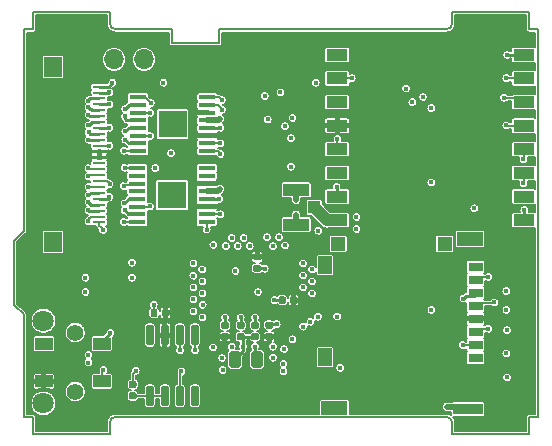
<source format=gbr>
%TF.GenerationSoftware,KiCad,Pcbnew,(5.1.4)-1*%
%TF.CreationDate,2019-12-19T18:18:08-07:00*%
%TF.ProjectId,mainboard,6d61696e-626f-4617-9264-2e6b69636164,rev?*%
%TF.SameCoordinates,Original*%
%TF.FileFunction,Copper,L4,Bot*%
%TF.FilePolarity,Positive*%
%FSLAX46Y46*%
G04 Gerber Fmt 4.6, Leading zero omitted, Abs format (unit mm)*
G04 Created by KiCad (PCBNEW (5.1.4)-1) date 2019-12-19 18:18:08*
%MOMM*%
%LPD*%
G04 APERTURE LIST*
%ADD10C,0.150000*%
%ADD11O,1.700000X1.700000*%
%ADD12R,1.500000X1.700000*%
%ADD13R,1.100000X0.250000*%
%ADD14R,1.500000X1.000000*%
%ADD15C,0.100000*%
%ADD16C,0.590000*%
%ADD17R,1.050000X1.050000*%
%ADD18R,2.250000X1.050000*%
%ADD19R,2.460000X2.310000*%
%ADD20R,1.475000X0.450000*%
%ADD21R,1.800000X1.000000*%
%ADD22C,0.600000*%
%ADD23R,1.150000X1.500000*%
%ADD24R,2.200000X1.150000*%
%ADD25R,1.200000X1.160000*%
%ADD26R,1.250000X1.160000*%
%ADD27R,2.500000X0.950000*%
%ADD28R,1.240000X0.800000*%
%ADD29C,0.975000*%
%ADD30C,1.408000*%
%ADD31C,1.800000*%
%ADD32C,0.450000*%
%ADD33C,0.152400*%
%ADD34C,0.250000*%
%ADD35C,0.508000*%
%ADD36C,1.041400*%
%ADD37C,1.016000*%
%ADD38C,0.127000*%
G04 APERTURE END LIST*
D10*
X120902460Y-74415942D02*
X120102459Y-74415941D01*
X85102460Y-74415941D02*
G75*
G02X84602460Y-73915941I0J500000D01*
G01*
X113602459Y-73915941D02*
G75*
G02X113102459Y-74415941I-500000J0D01*
G01*
X113102459Y-107215941D02*
G75*
G02X113602459Y-107715941I0J-500000D01*
G01*
X84602460Y-107715941D02*
G75*
G02X85102460Y-107215941I500000J0D01*
G01*
X77340460Y-91475941D02*
X76502460Y-92313941D01*
X77340460Y-98555940D02*
X76502460Y-97790000D01*
X120102460Y-72915941D02*
X113602460Y-72915941D01*
X113602459Y-107715941D02*
X113602460Y-108715941D01*
X85102460Y-107215941D02*
X113102459Y-107215941D01*
X84602460Y-108715941D02*
X84602460Y-107715941D01*
X113602460Y-108715941D02*
X120102459Y-108715940D01*
X113102459Y-74415941D02*
X93872460Y-74415941D01*
X113602460Y-72915941D02*
X113602459Y-73915941D01*
X78102460Y-72915941D02*
X78102460Y-74415941D01*
X93872460Y-74415941D02*
X93872460Y-75565000D01*
X93872460Y-75565000D02*
X89872460Y-75565000D01*
X78102460Y-74415941D02*
X77340460Y-74415941D01*
X77340460Y-74415941D02*
X77340460Y-91475941D01*
X120102460Y-107215940D02*
X120902460Y-107215940D01*
X120102459Y-74415941D02*
X120102460Y-72915941D01*
X89872460Y-75565000D02*
X89872460Y-74415941D01*
X84602460Y-72915941D02*
X78102460Y-72915941D01*
X84602460Y-73915941D02*
X84602460Y-72915941D01*
X89872460Y-74415941D02*
X85102460Y-74415941D01*
X76502460Y-92313941D02*
X76502460Y-97790000D01*
X120902460Y-107215940D02*
X120902460Y-74415942D01*
X78102460Y-107215940D02*
X78102460Y-108715940D01*
X120102459Y-108715940D02*
X120102460Y-107215940D01*
X77340460Y-98555940D02*
X77340460Y-107215940D01*
X78102460Y-108715940D02*
X84602460Y-108715941D01*
X77340460Y-107215940D02*
X78102460Y-107215940D01*
D11*
X87503000Y-76962000D03*
X84963000Y-76962000D03*
D12*
X79810780Y-77611260D03*
X79810780Y-92411260D03*
D13*
X83710780Y-79261260D03*
X83710780Y-79761260D03*
X83710780Y-80261260D03*
X83710780Y-80761260D03*
X83710780Y-81261260D03*
X83710780Y-81761260D03*
X83710780Y-82261260D03*
X83710780Y-82761260D03*
X83710780Y-83261260D03*
X83710780Y-83761260D03*
X83710780Y-84261260D03*
X83710780Y-84761260D03*
X83710780Y-85261260D03*
X83710780Y-85761260D03*
X83710780Y-86261260D03*
X83710780Y-86761260D03*
X83710780Y-87261260D03*
X83710780Y-87761260D03*
X83710780Y-88261260D03*
X83710780Y-88761260D03*
X83710780Y-89261260D03*
X83710780Y-89761260D03*
X83710780Y-90261260D03*
X83710780Y-90761260D03*
D14*
X79020500Y-104216000D03*
X79020500Y-101016000D03*
X83920500Y-104216000D03*
X83920500Y-101016000D03*
D15*
G36*
X88513458Y-98105710D02*
G01*
X88527776Y-98107834D01*
X88541817Y-98111351D01*
X88555446Y-98116228D01*
X88568531Y-98122417D01*
X88580947Y-98129858D01*
X88592573Y-98138481D01*
X88603298Y-98148202D01*
X88613019Y-98158927D01*
X88621642Y-98170553D01*
X88629083Y-98182969D01*
X88635272Y-98196054D01*
X88640149Y-98209683D01*
X88643666Y-98223724D01*
X88645790Y-98238042D01*
X88646500Y-98252500D01*
X88646500Y-98597500D01*
X88645790Y-98611958D01*
X88643666Y-98626276D01*
X88640149Y-98640317D01*
X88635272Y-98653946D01*
X88629083Y-98667031D01*
X88621642Y-98679447D01*
X88613019Y-98691073D01*
X88603298Y-98701798D01*
X88592573Y-98711519D01*
X88580947Y-98720142D01*
X88568531Y-98727583D01*
X88555446Y-98733772D01*
X88541817Y-98738649D01*
X88527776Y-98742166D01*
X88513458Y-98744290D01*
X88499000Y-98745000D01*
X88204000Y-98745000D01*
X88189542Y-98744290D01*
X88175224Y-98742166D01*
X88161183Y-98738649D01*
X88147554Y-98733772D01*
X88134469Y-98727583D01*
X88122053Y-98720142D01*
X88110427Y-98711519D01*
X88099702Y-98701798D01*
X88089981Y-98691073D01*
X88081358Y-98679447D01*
X88073917Y-98667031D01*
X88067728Y-98653946D01*
X88062851Y-98640317D01*
X88059334Y-98626276D01*
X88057210Y-98611958D01*
X88056500Y-98597500D01*
X88056500Y-98252500D01*
X88057210Y-98238042D01*
X88059334Y-98223724D01*
X88062851Y-98209683D01*
X88067728Y-98196054D01*
X88073917Y-98182969D01*
X88081358Y-98170553D01*
X88089981Y-98158927D01*
X88099702Y-98148202D01*
X88110427Y-98138481D01*
X88122053Y-98129858D01*
X88134469Y-98122417D01*
X88147554Y-98116228D01*
X88161183Y-98111351D01*
X88175224Y-98107834D01*
X88189542Y-98105710D01*
X88204000Y-98105000D01*
X88499000Y-98105000D01*
X88513458Y-98105710D01*
X88513458Y-98105710D01*
G37*
D16*
X88351500Y-98425000D03*
D15*
G36*
X89483458Y-98105710D02*
G01*
X89497776Y-98107834D01*
X89511817Y-98111351D01*
X89525446Y-98116228D01*
X89538531Y-98122417D01*
X89550947Y-98129858D01*
X89562573Y-98138481D01*
X89573298Y-98148202D01*
X89583019Y-98158927D01*
X89591642Y-98170553D01*
X89599083Y-98182969D01*
X89605272Y-98196054D01*
X89610149Y-98209683D01*
X89613666Y-98223724D01*
X89615790Y-98238042D01*
X89616500Y-98252500D01*
X89616500Y-98597500D01*
X89615790Y-98611958D01*
X89613666Y-98626276D01*
X89610149Y-98640317D01*
X89605272Y-98653946D01*
X89599083Y-98667031D01*
X89591642Y-98679447D01*
X89583019Y-98691073D01*
X89573298Y-98701798D01*
X89562573Y-98711519D01*
X89550947Y-98720142D01*
X89538531Y-98727583D01*
X89525446Y-98733772D01*
X89511817Y-98738649D01*
X89497776Y-98742166D01*
X89483458Y-98744290D01*
X89469000Y-98745000D01*
X89174000Y-98745000D01*
X89159542Y-98744290D01*
X89145224Y-98742166D01*
X89131183Y-98738649D01*
X89117554Y-98733772D01*
X89104469Y-98727583D01*
X89092053Y-98720142D01*
X89080427Y-98711519D01*
X89069702Y-98701798D01*
X89059981Y-98691073D01*
X89051358Y-98679447D01*
X89043917Y-98667031D01*
X89037728Y-98653946D01*
X89032851Y-98640317D01*
X89029334Y-98626276D01*
X89027210Y-98611958D01*
X89026500Y-98597500D01*
X89026500Y-98252500D01*
X89027210Y-98238042D01*
X89029334Y-98223724D01*
X89032851Y-98209683D01*
X89037728Y-98196054D01*
X89043917Y-98182969D01*
X89051358Y-98170553D01*
X89059981Y-98158927D01*
X89069702Y-98148202D01*
X89080427Y-98138481D01*
X89092053Y-98129858D01*
X89104469Y-98122417D01*
X89117554Y-98116228D01*
X89131183Y-98111351D01*
X89145224Y-98107834D01*
X89159542Y-98105710D01*
X89174000Y-98105000D01*
X89469000Y-98105000D01*
X89483458Y-98105710D01*
X89483458Y-98105710D01*
G37*
D16*
X89321500Y-98425000D03*
D17*
X101905800Y-89484200D03*
D18*
X100380800Y-90959200D03*
X100380800Y-88009200D03*
D15*
G36*
X94547958Y-99172250D02*
G01*
X94562276Y-99174374D01*
X94576317Y-99177891D01*
X94589946Y-99182768D01*
X94603031Y-99188957D01*
X94615447Y-99196398D01*
X94627073Y-99205021D01*
X94637798Y-99214742D01*
X94647519Y-99225467D01*
X94656142Y-99237093D01*
X94663583Y-99249509D01*
X94669772Y-99262594D01*
X94674649Y-99276223D01*
X94678166Y-99290264D01*
X94680290Y-99304582D01*
X94681000Y-99319040D01*
X94681000Y-99614040D01*
X94680290Y-99628498D01*
X94678166Y-99642816D01*
X94674649Y-99656857D01*
X94669772Y-99670486D01*
X94663583Y-99683571D01*
X94656142Y-99695987D01*
X94647519Y-99707613D01*
X94637798Y-99718338D01*
X94627073Y-99728059D01*
X94615447Y-99736682D01*
X94603031Y-99744123D01*
X94589946Y-99750312D01*
X94576317Y-99755189D01*
X94562276Y-99758706D01*
X94547958Y-99760830D01*
X94533500Y-99761540D01*
X94188500Y-99761540D01*
X94174042Y-99760830D01*
X94159724Y-99758706D01*
X94145683Y-99755189D01*
X94132054Y-99750312D01*
X94118969Y-99744123D01*
X94106553Y-99736682D01*
X94094927Y-99728059D01*
X94084202Y-99718338D01*
X94074481Y-99707613D01*
X94065858Y-99695987D01*
X94058417Y-99683571D01*
X94052228Y-99670486D01*
X94047351Y-99656857D01*
X94043834Y-99642816D01*
X94041710Y-99628498D01*
X94041000Y-99614040D01*
X94041000Y-99319040D01*
X94041710Y-99304582D01*
X94043834Y-99290264D01*
X94047351Y-99276223D01*
X94052228Y-99262594D01*
X94058417Y-99249509D01*
X94065858Y-99237093D01*
X94074481Y-99225467D01*
X94084202Y-99214742D01*
X94094927Y-99205021D01*
X94106553Y-99196398D01*
X94118969Y-99188957D01*
X94132054Y-99182768D01*
X94145683Y-99177891D01*
X94159724Y-99174374D01*
X94174042Y-99172250D01*
X94188500Y-99171540D01*
X94533500Y-99171540D01*
X94547958Y-99172250D01*
X94547958Y-99172250D01*
G37*
D16*
X94361000Y-99466540D03*
D15*
G36*
X94547958Y-100142250D02*
G01*
X94562276Y-100144374D01*
X94576317Y-100147891D01*
X94589946Y-100152768D01*
X94603031Y-100158957D01*
X94615447Y-100166398D01*
X94627073Y-100175021D01*
X94637798Y-100184742D01*
X94647519Y-100195467D01*
X94656142Y-100207093D01*
X94663583Y-100219509D01*
X94669772Y-100232594D01*
X94674649Y-100246223D01*
X94678166Y-100260264D01*
X94680290Y-100274582D01*
X94681000Y-100289040D01*
X94681000Y-100584040D01*
X94680290Y-100598498D01*
X94678166Y-100612816D01*
X94674649Y-100626857D01*
X94669772Y-100640486D01*
X94663583Y-100653571D01*
X94656142Y-100665987D01*
X94647519Y-100677613D01*
X94637798Y-100688338D01*
X94627073Y-100698059D01*
X94615447Y-100706682D01*
X94603031Y-100714123D01*
X94589946Y-100720312D01*
X94576317Y-100725189D01*
X94562276Y-100728706D01*
X94547958Y-100730830D01*
X94533500Y-100731540D01*
X94188500Y-100731540D01*
X94174042Y-100730830D01*
X94159724Y-100728706D01*
X94145683Y-100725189D01*
X94132054Y-100720312D01*
X94118969Y-100714123D01*
X94106553Y-100706682D01*
X94094927Y-100698059D01*
X94084202Y-100688338D01*
X94074481Y-100677613D01*
X94065858Y-100665987D01*
X94058417Y-100653571D01*
X94052228Y-100640486D01*
X94047351Y-100626857D01*
X94043834Y-100612816D01*
X94041710Y-100598498D01*
X94041000Y-100584040D01*
X94041000Y-100289040D01*
X94041710Y-100274582D01*
X94043834Y-100260264D01*
X94047351Y-100246223D01*
X94052228Y-100232594D01*
X94058417Y-100219509D01*
X94065858Y-100207093D01*
X94074481Y-100195467D01*
X94084202Y-100184742D01*
X94094927Y-100175021D01*
X94106553Y-100166398D01*
X94118969Y-100158957D01*
X94132054Y-100152768D01*
X94145683Y-100147891D01*
X94159724Y-100144374D01*
X94174042Y-100142250D01*
X94188500Y-100141540D01*
X94533500Y-100141540D01*
X94547958Y-100142250D01*
X94547958Y-100142250D01*
G37*
D16*
X94361000Y-100436540D03*
D15*
G36*
X97278458Y-94361210D02*
G01*
X97292776Y-94363334D01*
X97306817Y-94366851D01*
X97320446Y-94371728D01*
X97333531Y-94377917D01*
X97345947Y-94385358D01*
X97357573Y-94393981D01*
X97368298Y-94403702D01*
X97378019Y-94414427D01*
X97386642Y-94426053D01*
X97394083Y-94438469D01*
X97400272Y-94451554D01*
X97405149Y-94465183D01*
X97408666Y-94479224D01*
X97410790Y-94493542D01*
X97411500Y-94508000D01*
X97411500Y-94803000D01*
X97410790Y-94817458D01*
X97408666Y-94831776D01*
X97405149Y-94845817D01*
X97400272Y-94859446D01*
X97394083Y-94872531D01*
X97386642Y-94884947D01*
X97378019Y-94896573D01*
X97368298Y-94907298D01*
X97357573Y-94917019D01*
X97345947Y-94925642D01*
X97333531Y-94933083D01*
X97320446Y-94939272D01*
X97306817Y-94944149D01*
X97292776Y-94947666D01*
X97278458Y-94949790D01*
X97264000Y-94950500D01*
X96919000Y-94950500D01*
X96904542Y-94949790D01*
X96890224Y-94947666D01*
X96876183Y-94944149D01*
X96862554Y-94939272D01*
X96849469Y-94933083D01*
X96837053Y-94925642D01*
X96825427Y-94917019D01*
X96814702Y-94907298D01*
X96804981Y-94896573D01*
X96796358Y-94884947D01*
X96788917Y-94872531D01*
X96782728Y-94859446D01*
X96777851Y-94845817D01*
X96774334Y-94831776D01*
X96772210Y-94817458D01*
X96771500Y-94803000D01*
X96771500Y-94508000D01*
X96772210Y-94493542D01*
X96774334Y-94479224D01*
X96777851Y-94465183D01*
X96782728Y-94451554D01*
X96788917Y-94438469D01*
X96796358Y-94426053D01*
X96804981Y-94414427D01*
X96814702Y-94403702D01*
X96825427Y-94393981D01*
X96837053Y-94385358D01*
X96849469Y-94377917D01*
X96862554Y-94371728D01*
X96876183Y-94366851D01*
X96890224Y-94363334D01*
X96904542Y-94361210D01*
X96919000Y-94360500D01*
X97264000Y-94360500D01*
X97278458Y-94361210D01*
X97278458Y-94361210D01*
G37*
D16*
X97091500Y-94655500D03*
D15*
G36*
X97278458Y-93391210D02*
G01*
X97292776Y-93393334D01*
X97306817Y-93396851D01*
X97320446Y-93401728D01*
X97333531Y-93407917D01*
X97345947Y-93415358D01*
X97357573Y-93423981D01*
X97368298Y-93433702D01*
X97378019Y-93444427D01*
X97386642Y-93456053D01*
X97394083Y-93468469D01*
X97400272Y-93481554D01*
X97405149Y-93495183D01*
X97408666Y-93509224D01*
X97410790Y-93523542D01*
X97411500Y-93538000D01*
X97411500Y-93833000D01*
X97410790Y-93847458D01*
X97408666Y-93861776D01*
X97405149Y-93875817D01*
X97400272Y-93889446D01*
X97394083Y-93902531D01*
X97386642Y-93914947D01*
X97378019Y-93926573D01*
X97368298Y-93937298D01*
X97357573Y-93947019D01*
X97345947Y-93955642D01*
X97333531Y-93963083D01*
X97320446Y-93969272D01*
X97306817Y-93974149D01*
X97292776Y-93977666D01*
X97278458Y-93979790D01*
X97264000Y-93980500D01*
X96919000Y-93980500D01*
X96904542Y-93979790D01*
X96890224Y-93977666D01*
X96876183Y-93974149D01*
X96862554Y-93969272D01*
X96849469Y-93963083D01*
X96837053Y-93955642D01*
X96825427Y-93947019D01*
X96814702Y-93937298D01*
X96804981Y-93926573D01*
X96796358Y-93914947D01*
X96788917Y-93902531D01*
X96782728Y-93889446D01*
X96777851Y-93875817D01*
X96774334Y-93861776D01*
X96772210Y-93847458D01*
X96771500Y-93833000D01*
X96771500Y-93538000D01*
X96772210Y-93523542D01*
X96774334Y-93509224D01*
X96777851Y-93495183D01*
X96782728Y-93481554D01*
X96788917Y-93468469D01*
X96796358Y-93456053D01*
X96804981Y-93444427D01*
X96814702Y-93433702D01*
X96825427Y-93423981D01*
X96837053Y-93415358D01*
X96849469Y-93407917D01*
X96862554Y-93401728D01*
X96876183Y-93396851D01*
X96890224Y-93393334D01*
X96904542Y-93391210D01*
X96919000Y-93390500D01*
X97264000Y-93390500D01*
X97278458Y-93391210D01*
X97278458Y-93391210D01*
G37*
D16*
X97091500Y-93685500D03*
D19*
X89877900Y-88442800D03*
D20*
X92815900Y-90717800D03*
X92815900Y-90067800D03*
X92815900Y-89417800D03*
X92815900Y-88767800D03*
X92815900Y-88117800D03*
X92815900Y-87467800D03*
X92815900Y-86817800D03*
X92815900Y-86167800D03*
X86939900Y-86167800D03*
X86939900Y-86817800D03*
X86939900Y-87467800D03*
X86939900Y-88117800D03*
X86939900Y-88767800D03*
X86939900Y-89417800D03*
X86939900Y-90067800D03*
X86939900Y-90717800D03*
D19*
X89928700Y-82448400D03*
D20*
X92866700Y-84723400D03*
X92866700Y-84073400D03*
X92866700Y-83423400D03*
X92866700Y-82773400D03*
X92866700Y-82123400D03*
X92866700Y-81473400D03*
X92866700Y-80823400D03*
X92866700Y-80173400D03*
X86990700Y-80173400D03*
X86990700Y-80823400D03*
X86990700Y-81473400D03*
X86990700Y-82123400D03*
X86990700Y-82773400D03*
X86990700Y-83423400D03*
X86990700Y-84073400D03*
X86990700Y-84723400D03*
D21*
X103860000Y-76566000D03*
X103860000Y-78566000D03*
X103860000Y-80566000D03*
X103860000Y-82566000D03*
X103860000Y-84566000D03*
X103860000Y-86566000D03*
X103860000Y-88566000D03*
X103860000Y-90566000D03*
X119660000Y-90566000D03*
X119660000Y-88566000D03*
X119660000Y-86566000D03*
X119660000Y-84566000D03*
X119660000Y-82566000D03*
X119660000Y-80566000D03*
X119660000Y-78566000D03*
X119660000Y-76566000D03*
D15*
G36*
X88175703Y-104570722D02*
G01*
X88190264Y-104572882D01*
X88204543Y-104576459D01*
X88218403Y-104581418D01*
X88231710Y-104587712D01*
X88244336Y-104595280D01*
X88256159Y-104604048D01*
X88267066Y-104613934D01*
X88276952Y-104624841D01*
X88285720Y-104636664D01*
X88293288Y-104649290D01*
X88299582Y-104662597D01*
X88304541Y-104676457D01*
X88308118Y-104690736D01*
X88310278Y-104705297D01*
X88311000Y-104720000D01*
X88311000Y-106170000D01*
X88310278Y-106184703D01*
X88308118Y-106199264D01*
X88304541Y-106213543D01*
X88299582Y-106227403D01*
X88293288Y-106240710D01*
X88285720Y-106253336D01*
X88276952Y-106265159D01*
X88267066Y-106276066D01*
X88256159Y-106285952D01*
X88244336Y-106294720D01*
X88231710Y-106302288D01*
X88218403Y-106308582D01*
X88204543Y-106313541D01*
X88190264Y-106317118D01*
X88175703Y-106319278D01*
X88161000Y-106320000D01*
X87861000Y-106320000D01*
X87846297Y-106319278D01*
X87831736Y-106317118D01*
X87817457Y-106313541D01*
X87803597Y-106308582D01*
X87790290Y-106302288D01*
X87777664Y-106294720D01*
X87765841Y-106285952D01*
X87754934Y-106276066D01*
X87745048Y-106265159D01*
X87736280Y-106253336D01*
X87728712Y-106240710D01*
X87722418Y-106227403D01*
X87717459Y-106213543D01*
X87713882Y-106199264D01*
X87711722Y-106184703D01*
X87711000Y-106170000D01*
X87711000Y-104720000D01*
X87711722Y-104705297D01*
X87713882Y-104690736D01*
X87717459Y-104676457D01*
X87722418Y-104662597D01*
X87728712Y-104649290D01*
X87736280Y-104636664D01*
X87745048Y-104624841D01*
X87754934Y-104613934D01*
X87765841Y-104604048D01*
X87777664Y-104595280D01*
X87790290Y-104587712D01*
X87803597Y-104581418D01*
X87817457Y-104576459D01*
X87831736Y-104572882D01*
X87846297Y-104570722D01*
X87861000Y-104570000D01*
X88161000Y-104570000D01*
X88175703Y-104570722D01*
X88175703Y-104570722D01*
G37*
D22*
X88011000Y-105445000D03*
D15*
G36*
X89445703Y-104570722D02*
G01*
X89460264Y-104572882D01*
X89474543Y-104576459D01*
X89488403Y-104581418D01*
X89501710Y-104587712D01*
X89514336Y-104595280D01*
X89526159Y-104604048D01*
X89537066Y-104613934D01*
X89546952Y-104624841D01*
X89555720Y-104636664D01*
X89563288Y-104649290D01*
X89569582Y-104662597D01*
X89574541Y-104676457D01*
X89578118Y-104690736D01*
X89580278Y-104705297D01*
X89581000Y-104720000D01*
X89581000Y-106170000D01*
X89580278Y-106184703D01*
X89578118Y-106199264D01*
X89574541Y-106213543D01*
X89569582Y-106227403D01*
X89563288Y-106240710D01*
X89555720Y-106253336D01*
X89546952Y-106265159D01*
X89537066Y-106276066D01*
X89526159Y-106285952D01*
X89514336Y-106294720D01*
X89501710Y-106302288D01*
X89488403Y-106308582D01*
X89474543Y-106313541D01*
X89460264Y-106317118D01*
X89445703Y-106319278D01*
X89431000Y-106320000D01*
X89131000Y-106320000D01*
X89116297Y-106319278D01*
X89101736Y-106317118D01*
X89087457Y-106313541D01*
X89073597Y-106308582D01*
X89060290Y-106302288D01*
X89047664Y-106294720D01*
X89035841Y-106285952D01*
X89024934Y-106276066D01*
X89015048Y-106265159D01*
X89006280Y-106253336D01*
X88998712Y-106240710D01*
X88992418Y-106227403D01*
X88987459Y-106213543D01*
X88983882Y-106199264D01*
X88981722Y-106184703D01*
X88981000Y-106170000D01*
X88981000Y-104720000D01*
X88981722Y-104705297D01*
X88983882Y-104690736D01*
X88987459Y-104676457D01*
X88992418Y-104662597D01*
X88998712Y-104649290D01*
X89006280Y-104636664D01*
X89015048Y-104624841D01*
X89024934Y-104613934D01*
X89035841Y-104604048D01*
X89047664Y-104595280D01*
X89060290Y-104587712D01*
X89073597Y-104581418D01*
X89087457Y-104576459D01*
X89101736Y-104572882D01*
X89116297Y-104570722D01*
X89131000Y-104570000D01*
X89431000Y-104570000D01*
X89445703Y-104570722D01*
X89445703Y-104570722D01*
G37*
D22*
X89281000Y-105445000D03*
D15*
G36*
X90715703Y-104570722D02*
G01*
X90730264Y-104572882D01*
X90744543Y-104576459D01*
X90758403Y-104581418D01*
X90771710Y-104587712D01*
X90784336Y-104595280D01*
X90796159Y-104604048D01*
X90807066Y-104613934D01*
X90816952Y-104624841D01*
X90825720Y-104636664D01*
X90833288Y-104649290D01*
X90839582Y-104662597D01*
X90844541Y-104676457D01*
X90848118Y-104690736D01*
X90850278Y-104705297D01*
X90851000Y-104720000D01*
X90851000Y-106170000D01*
X90850278Y-106184703D01*
X90848118Y-106199264D01*
X90844541Y-106213543D01*
X90839582Y-106227403D01*
X90833288Y-106240710D01*
X90825720Y-106253336D01*
X90816952Y-106265159D01*
X90807066Y-106276066D01*
X90796159Y-106285952D01*
X90784336Y-106294720D01*
X90771710Y-106302288D01*
X90758403Y-106308582D01*
X90744543Y-106313541D01*
X90730264Y-106317118D01*
X90715703Y-106319278D01*
X90701000Y-106320000D01*
X90401000Y-106320000D01*
X90386297Y-106319278D01*
X90371736Y-106317118D01*
X90357457Y-106313541D01*
X90343597Y-106308582D01*
X90330290Y-106302288D01*
X90317664Y-106294720D01*
X90305841Y-106285952D01*
X90294934Y-106276066D01*
X90285048Y-106265159D01*
X90276280Y-106253336D01*
X90268712Y-106240710D01*
X90262418Y-106227403D01*
X90257459Y-106213543D01*
X90253882Y-106199264D01*
X90251722Y-106184703D01*
X90251000Y-106170000D01*
X90251000Y-104720000D01*
X90251722Y-104705297D01*
X90253882Y-104690736D01*
X90257459Y-104676457D01*
X90262418Y-104662597D01*
X90268712Y-104649290D01*
X90276280Y-104636664D01*
X90285048Y-104624841D01*
X90294934Y-104613934D01*
X90305841Y-104604048D01*
X90317664Y-104595280D01*
X90330290Y-104587712D01*
X90343597Y-104581418D01*
X90357457Y-104576459D01*
X90371736Y-104572882D01*
X90386297Y-104570722D01*
X90401000Y-104570000D01*
X90701000Y-104570000D01*
X90715703Y-104570722D01*
X90715703Y-104570722D01*
G37*
D22*
X90551000Y-105445000D03*
D15*
G36*
X91985703Y-104570722D02*
G01*
X92000264Y-104572882D01*
X92014543Y-104576459D01*
X92028403Y-104581418D01*
X92041710Y-104587712D01*
X92054336Y-104595280D01*
X92066159Y-104604048D01*
X92077066Y-104613934D01*
X92086952Y-104624841D01*
X92095720Y-104636664D01*
X92103288Y-104649290D01*
X92109582Y-104662597D01*
X92114541Y-104676457D01*
X92118118Y-104690736D01*
X92120278Y-104705297D01*
X92121000Y-104720000D01*
X92121000Y-106170000D01*
X92120278Y-106184703D01*
X92118118Y-106199264D01*
X92114541Y-106213543D01*
X92109582Y-106227403D01*
X92103288Y-106240710D01*
X92095720Y-106253336D01*
X92086952Y-106265159D01*
X92077066Y-106276066D01*
X92066159Y-106285952D01*
X92054336Y-106294720D01*
X92041710Y-106302288D01*
X92028403Y-106308582D01*
X92014543Y-106313541D01*
X92000264Y-106317118D01*
X91985703Y-106319278D01*
X91971000Y-106320000D01*
X91671000Y-106320000D01*
X91656297Y-106319278D01*
X91641736Y-106317118D01*
X91627457Y-106313541D01*
X91613597Y-106308582D01*
X91600290Y-106302288D01*
X91587664Y-106294720D01*
X91575841Y-106285952D01*
X91564934Y-106276066D01*
X91555048Y-106265159D01*
X91546280Y-106253336D01*
X91538712Y-106240710D01*
X91532418Y-106227403D01*
X91527459Y-106213543D01*
X91523882Y-106199264D01*
X91521722Y-106184703D01*
X91521000Y-106170000D01*
X91521000Y-104720000D01*
X91521722Y-104705297D01*
X91523882Y-104690736D01*
X91527459Y-104676457D01*
X91532418Y-104662597D01*
X91538712Y-104649290D01*
X91546280Y-104636664D01*
X91555048Y-104624841D01*
X91564934Y-104613934D01*
X91575841Y-104604048D01*
X91587664Y-104595280D01*
X91600290Y-104587712D01*
X91613597Y-104581418D01*
X91627457Y-104576459D01*
X91641736Y-104572882D01*
X91656297Y-104570722D01*
X91671000Y-104570000D01*
X91971000Y-104570000D01*
X91985703Y-104570722D01*
X91985703Y-104570722D01*
G37*
D22*
X91821000Y-105445000D03*
D15*
G36*
X91985703Y-99420722D02*
G01*
X92000264Y-99422882D01*
X92014543Y-99426459D01*
X92028403Y-99431418D01*
X92041710Y-99437712D01*
X92054336Y-99445280D01*
X92066159Y-99454048D01*
X92077066Y-99463934D01*
X92086952Y-99474841D01*
X92095720Y-99486664D01*
X92103288Y-99499290D01*
X92109582Y-99512597D01*
X92114541Y-99526457D01*
X92118118Y-99540736D01*
X92120278Y-99555297D01*
X92121000Y-99570000D01*
X92121000Y-101020000D01*
X92120278Y-101034703D01*
X92118118Y-101049264D01*
X92114541Y-101063543D01*
X92109582Y-101077403D01*
X92103288Y-101090710D01*
X92095720Y-101103336D01*
X92086952Y-101115159D01*
X92077066Y-101126066D01*
X92066159Y-101135952D01*
X92054336Y-101144720D01*
X92041710Y-101152288D01*
X92028403Y-101158582D01*
X92014543Y-101163541D01*
X92000264Y-101167118D01*
X91985703Y-101169278D01*
X91971000Y-101170000D01*
X91671000Y-101170000D01*
X91656297Y-101169278D01*
X91641736Y-101167118D01*
X91627457Y-101163541D01*
X91613597Y-101158582D01*
X91600290Y-101152288D01*
X91587664Y-101144720D01*
X91575841Y-101135952D01*
X91564934Y-101126066D01*
X91555048Y-101115159D01*
X91546280Y-101103336D01*
X91538712Y-101090710D01*
X91532418Y-101077403D01*
X91527459Y-101063543D01*
X91523882Y-101049264D01*
X91521722Y-101034703D01*
X91521000Y-101020000D01*
X91521000Y-99570000D01*
X91521722Y-99555297D01*
X91523882Y-99540736D01*
X91527459Y-99526457D01*
X91532418Y-99512597D01*
X91538712Y-99499290D01*
X91546280Y-99486664D01*
X91555048Y-99474841D01*
X91564934Y-99463934D01*
X91575841Y-99454048D01*
X91587664Y-99445280D01*
X91600290Y-99437712D01*
X91613597Y-99431418D01*
X91627457Y-99426459D01*
X91641736Y-99422882D01*
X91656297Y-99420722D01*
X91671000Y-99420000D01*
X91971000Y-99420000D01*
X91985703Y-99420722D01*
X91985703Y-99420722D01*
G37*
D22*
X91821000Y-100295000D03*
D15*
G36*
X90715703Y-99420722D02*
G01*
X90730264Y-99422882D01*
X90744543Y-99426459D01*
X90758403Y-99431418D01*
X90771710Y-99437712D01*
X90784336Y-99445280D01*
X90796159Y-99454048D01*
X90807066Y-99463934D01*
X90816952Y-99474841D01*
X90825720Y-99486664D01*
X90833288Y-99499290D01*
X90839582Y-99512597D01*
X90844541Y-99526457D01*
X90848118Y-99540736D01*
X90850278Y-99555297D01*
X90851000Y-99570000D01*
X90851000Y-101020000D01*
X90850278Y-101034703D01*
X90848118Y-101049264D01*
X90844541Y-101063543D01*
X90839582Y-101077403D01*
X90833288Y-101090710D01*
X90825720Y-101103336D01*
X90816952Y-101115159D01*
X90807066Y-101126066D01*
X90796159Y-101135952D01*
X90784336Y-101144720D01*
X90771710Y-101152288D01*
X90758403Y-101158582D01*
X90744543Y-101163541D01*
X90730264Y-101167118D01*
X90715703Y-101169278D01*
X90701000Y-101170000D01*
X90401000Y-101170000D01*
X90386297Y-101169278D01*
X90371736Y-101167118D01*
X90357457Y-101163541D01*
X90343597Y-101158582D01*
X90330290Y-101152288D01*
X90317664Y-101144720D01*
X90305841Y-101135952D01*
X90294934Y-101126066D01*
X90285048Y-101115159D01*
X90276280Y-101103336D01*
X90268712Y-101090710D01*
X90262418Y-101077403D01*
X90257459Y-101063543D01*
X90253882Y-101049264D01*
X90251722Y-101034703D01*
X90251000Y-101020000D01*
X90251000Y-99570000D01*
X90251722Y-99555297D01*
X90253882Y-99540736D01*
X90257459Y-99526457D01*
X90262418Y-99512597D01*
X90268712Y-99499290D01*
X90276280Y-99486664D01*
X90285048Y-99474841D01*
X90294934Y-99463934D01*
X90305841Y-99454048D01*
X90317664Y-99445280D01*
X90330290Y-99437712D01*
X90343597Y-99431418D01*
X90357457Y-99426459D01*
X90371736Y-99422882D01*
X90386297Y-99420722D01*
X90401000Y-99420000D01*
X90701000Y-99420000D01*
X90715703Y-99420722D01*
X90715703Y-99420722D01*
G37*
D22*
X90551000Y-100295000D03*
D15*
G36*
X89445703Y-99420722D02*
G01*
X89460264Y-99422882D01*
X89474543Y-99426459D01*
X89488403Y-99431418D01*
X89501710Y-99437712D01*
X89514336Y-99445280D01*
X89526159Y-99454048D01*
X89537066Y-99463934D01*
X89546952Y-99474841D01*
X89555720Y-99486664D01*
X89563288Y-99499290D01*
X89569582Y-99512597D01*
X89574541Y-99526457D01*
X89578118Y-99540736D01*
X89580278Y-99555297D01*
X89581000Y-99570000D01*
X89581000Y-101020000D01*
X89580278Y-101034703D01*
X89578118Y-101049264D01*
X89574541Y-101063543D01*
X89569582Y-101077403D01*
X89563288Y-101090710D01*
X89555720Y-101103336D01*
X89546952Y-101115159D01*
X89537066Y-101126066D01*
X89526159Y-101135952D01*
X89514336Y-101144720D01*
X89501710Y-101152288D01*
X89488403Y-101158582D01*
X89474543Y-101163541D01*
X89460264Y-101167118D01*
X89445703Y-101169278D01*
X89431000Y-101170000D01*
X89131000Y-101170000D01*
X89116297Y-101169278D01*
X89101736Y-101167118D01*
X89087457Y-101163541D01*
X89073597Y-101158582D01*
X89060290Y-101152288D01*
X89047664Y-101144720D01*
X89035841Y-101135952D01*
X89024934Y-101126066D01*
X89015048Y-101115159D01*
X89006280Y-101103336D01*
X88998712Y-101090710D01*
X88992418Y-101077403D01*
X88987459Y-101063543D01*
X88983882Y-101049264D01*
X88981722Y-101034703D01*
X88981000Y-101020000D01*
X88981000Y-99570000D01*
X88981722Y-99555297D01*
X88983882Y-99540736D01*
X88987459Y-99526457D01*
X88992418Y-99512597D01*
X88998712Y-99499290D01*
X89006280Y-99486664D01*
X89015048Y-99474841D01*
X89024934Y-99463934D01*
X89035841Y-99454048D01*
X89047664Y-99445280D01*
X89060290Y-99437712D01*
X89073597Y-99431418D01*
X89087457Y-99426459D01*
X89101736Y-99422882D01*
X89116297Y-99420722D01*
X89131000Y-99420000D01*
X89431000Y-99420000D01*
X89445703Y-99420722D01*
X89445703Y-99420722D01*
G37*
D22*
X89281000Y-100295000D03*
D15*
G36*
X88175703Y-99420722D02*
G01*
X88190264Y-99422882D01*
X88204543Y-99426459D01*
X88218403Y-99431418D01*
X88231710Y-99437712D01*
X88244336Y-99445280D01*
X88256159Y-99454048D01*
X88267066Y-99463934D01*
X88276952Y-99474841D01*
X88285720Y-99486664D01*
X88293288Y-99499290D01*
X88299582Y-99512597D01*
X88304541Y-99526457D01*
X88308118Y-99540736D01*
X88310278Y-99555297D01*
X88311000Y-99570000D01*
X88311000Y-101020000D01*
X88310278Y-101034703D01*
X88308118Y-101049264D01*
X88304541Y-101063543D01*
X88299582Y-101077403D01*
X88293288Y-101090710D01*
X88285720Y-101103336D01*
X88276952Y-101115159D01*
X88267066Y-101126066D01*
X88256159Y-101135952D01*
X88244336Y-101144720D01*
X88231710Y-101152288D01*
X88218403Y-101158582D01*
X88204543Y-101163541D01*
X88190264Y-101167118D01*
X88175703Y-101169278D01*
X88161000Y-101170000D01*
X87861000Y-101170000D01*
X87846297Y-101169278D01*
X87831736Y-101167118D01*
X87817457Y-101163541D01*
X87803597Y-101158582D01*
X87790290Y-101152288D01*
X87777664Y-101144720D01*
X87765841Y-101135952D01*
X87754934Y-101126066D01*
X87745048Y-101115159D01*
X87736280Y-101103336D01*
X87728712Y-101090710D01*
X87722418Y-101077403D01*
X87717459Y-101063543D01*
X87713882Y-101049264D01*
X87711722Y-101034703D01*
X87711000Y-101020000D01*
X87711000Y-99570000D01*
X87711722Y-99555297D01*
X87713882Y-99540736D01*
X87717459Y-99526457D01*
X87722418Y-99512597D01*
X87728712Y-99499290D01*
X87736280Y-99486664D01*
X87745048Y-99474841D01*
X87754934Y-99463934D01*
X87765841Y-99454048D01*
X87777664Y-99445280D01*
X87790290Y-99437712D01*
X87803597Y-99431418D01*
X87817457Y-99426459D01*
X87831736Y-99422882D01*
X87846297Y-99420722D01*
X87861000Y-99420000D01*
X88161000Y-99420000D01*
X88175703Y-99420722D01*
X88175703Y-99420722D01*
G37*
D22*
X88011000Y-100295000D03*
D15*
G36*
X86737458Y-105156210D02*
G01*
X86751776Y-105158334D01*
X86765817Y-105161851D01*
X86779446Y-105166728D01*
X86792531Y-105172917D01*
X86804947Y-105180358D01*
X86816573Y-105188981D01*
X86827298Y-105198702D01*
X86837019Y-105209427D01*
X86845642Y-105221053D01*
X86853083Y-105233469D01*
X86859272Y-105246554D01*
X86864149Y-105260183D01*
X86867666Y-105274224D01*
X86869790Y-105288542D01*
X86870500Y-105303000D01*
X86870500Y-105598000D01*
X86869790Y-105612458D01*
X86867666Y-105626776D01*
X86864149Y-105640817D01*
X86859272Y-105654446D01*
X86853083Y-105667531D01*
X86845642Y-105679947D01*
X86837019Y-105691573D01*
X86827298Y-105702298D01*
X86816573Y-105712019D01*
X86804947Y-105720642D01*
X86792531Y-105728083D01*
X86779446Y-105734272D01*
X86765817Y-105739149D01*
X86751776Y-105742666D01*
X86737458Y-105744790D01*
X86723000Y-105745500D01*
X86378000Y-105745500D01*
X86363542Y-105744790D01*
X86349224Y-105742666D01*
X86335183Y-105739149D01*
X86321554Y-105734272D01*
X86308469Y-105728083D01*
X86296053Y-105720642D01*
X86284427Y-105712019D01*
X86273702Y-105702298D01*
X86263981Y-105691573D01*
X86255358Y-105679947D01*
X86247917Y-105667531D01*
X86241728Y-105654446D01*
X86236851Y-105640817D01*
X86233334Y-105626776D01*
X86231210Y-105612458D01*
X86230500Y-105598000D01*
X86230500Y-105303000D01*
X86231210Y-105288542D01*
X86233334Y-105274224D01*
X86236851Y-105260183D01*
X86241728Y-105246554D01*
X86247917Y-105233469D01*
X86255358Y-105221053D01*
X86263981Y-105209427D01*
X86273702Y-105198702D01*
X86284427Y-105188981D01*
X86296053Y-105180358D01*
X86308469Y-105172917D01*
X86321554Y-105166728D01*
X86335183Y-105161851D01*
X86349224Y-105158334D01*
X86363542Y-105156210D01*
X86378000Y-105155500D01*
X86723000Y-105155500D01*
X86737458Y-105156210D01*
X86737458Y-105156210D01*
G37*
D16*
X86550500Y-105450500D03*
D15*
G36*
X86737458Y-104186210D02*
G01*
X86751776Y-104188334D01*
X86765817Y-104191851D01*
X86779446Y-104196728D01*
X86792531Y-104202917D01*
X86804947Y-104210358D01*
X86816573Y-104218981D01*
X86827298Y-104228702D01*
X86837019Y-104239427D01*
X86845642Y-104251053D01*
X86853083Y-104263469D01*
X86859272Y-104276554D01*
X86864149Y-104290183D01*
X86867666Y-104304224D01*
X86869790Y-104318542D01*
X86870500Y-104333000D01*
X86870500Y-104628000D01*
X86869790Y-104642458D01*
X86867666Y-104656776D01*
X86864149Y-104670817D01*
X86859272Y-104684446D01*
X86853083Y-104697531D01*
X86845642Y-104709947D01*
X86837019Y-104721573D01*
X86827298Y-104732298D01*
X86816573Y-104742019D01*
X86804947Y-104750642D01*
X86792531Y-104758083D01*
X86779446Y-104764272D01*
X86765817Y-104769149D01*
X86751776Y-104772666D01*
X86737458Y-104774790D01*
X86723000Y-104775500D01*
X86378000Y-104775500D01*
X86363542Y-104774790D01*
X86349224Y-104772666D01*
X86335183Y-104769149D01*
X86321554Y-104764272D01*
X86308469Y-104758083D01*
X86296053Y-104750642D01*
X86284427Y-104742019D01*
X86273702Y-104732298D01*
X86263981Y-104721573D01*
X86255358Y-104709947D01*
X86247917Y-104697531D01*
X86241728Y-104684446D01*
X86236851Y-104670817D01*
X86233334Y-104656776D01*
X86231210Y-104642458D01*
X86230500Y-104628000D01*
X86230500Y-104333000D01*
X86231210Y-104318542D01*
X86233334Y-104304224D01*
X86236851Y-104290183D01*
X86241728Y-104276554D01*
X86247917Y-104263469D01*
X86255358Y-104251053D01*
X86263981Y-104239427D01*
X86273702Y-104228702D01*
X86284427Y-104218981D01*
X86296053Y-104210358D01*
X86308469Y-104202917D01*
X86321554Y-104196728D01*
X86335183Y-104191851D01*
X86349224Y-104188334D01*
X86363542Y-104186210D01*
X86378000Y-104185500D01*
X86723000Y-104185500D01*
X86737458Y-104186210D01*
X86737458Y-104186210D01*
G37*
D16*
X86550500Y-104480500D03*
D23*
X102832000Y-94374000D03*
X102832000Y-102154000D03*
D24*
X103627000Y-106459000D03*
D25*
X103957000Y-92574000D03*
D26*
X112957000Y-92574000D03*
D24*
X115107000Y-92169000D03*
D27*
X114957000Y-106559000D03*
D28*
X115587000Y-94514000D03*
X115587000Y-95614000D03*
X115587000Y-96714000D03*
X115587000Y-97814000D03*
X115587000Y-98914000D03*
X115587000Y-100014000D03*
X115587000Y-101114000D03*
X115587000Y-102214000D03*
D15*
G36*
X95469142Y-101663174D02*
G01*
X95492803Y-101666684D01*
X95516007Y-101672496D01*
X95538529Y-101680554D01*
X95560153Y-101690782D01*
X95580670Y-101703079D01*
X95599883Y-101717329D01*
X95617607Y-101733393D01*
X95633671Y-101751117D01*
X95647921Y-101770330D01*
X95660218Y-101790847D01*
X95670446Y-101812471D01*
X95678504Y-101834993D01*
X95684316Y-101858197D01*
X95687826Y-101881858D01*
X95689000Y-101905750D01*
X95689000Y-102818250D01*
X95687826Y-102842142D01*
X95684316Y-102865803D01*
X95678504Y-102889007D01*
X95670446Y-102911529D01*
X95660218Y-102933153D01*
X95647921Y-102953670D01*
X95633671Y-102972883D01*
X95617607Y-102990607D01*
X95599883Y-103006671D01*
X95580670Y-103020921D01*
X95560153Y-103033218D01*
X95538529Y-103043446D01*
X95516007Y-103051504D01*
X95492803Y-103057316D01*
X95469142Y-103060826D01*
X95445250Y-103062000D01*
X94957750Y-103062000D01*
X94933858Y-103060826D01*
X94910197Y-103057316D01*
X94886993Y-103051504D01*
X94864471Y-103043446D01*
X94842847Y-103033218D01*
X94822330Y-103020921D01*
X94803117Y-103006671D01*
X94785393Y-102990607D01*
X94769329Y-102972883D01*
X94755079Y-102953670D01*
X94742782Y-102933153D01*
X94732554Y-102911529D01*
X94724496Y-102889007D01*
X94718684Y-102865803D01*
X94715174Y-102842142D01*
X94714000Y-102818250D01*
X94714000Y-101905750D01*
X94715174Y-101881858D01*
X94718684Y-101858197D01*
X94724496Y-101834993D01*
X94732554Y-101812471D01*
X94742782Y-101790847D01*
X94755079Y-101770330D01*
X94769329Y-101751117D01*
X94785393Y-101733393D01*
X94803117Y-101717329D01*
X94822330Y-101703079D01*
X94842847Y-101690782D01*
X94864471Y-101680554D01*
X94886993Y-101672496D01*
X94910197Y-101666684D01*
X94933858Y-101663174D01*
X94957750Y-101662000D01*
X95445250Y-101662000D01*
X95469142Y-101663174D01*
X95469142Y-101663174D01*
G37*
D29*
X95201500Y-102362000D03*
D15*
G36*
X97344142Y-101663174D02*
G01*
X97367803Y-101666684D01*
X97391007Y-101672496D01*
X97413529Y-101680554D01*
X97435153Y-101690782D01*
X97455670Y-101703079D01*
X97474883Y-101717329D01*
X97492607Y-101733393D01*
X97508671Y-101751117D01*
X97522921Y-101770330D01*
X97535218Y-101790847D01*
X97545446Y-101812471D01*
X97553504Y-101834993D01*
X97559316Y-101858197D01*
X97562826Y-101881858D01*
X97564000Y-101905750D01*
X97564000Y-102818250D01*
X97562826Y-102842142D01*
X97559316Y-102865803D01*
X97553504Y-102889007D01*
X97545446Y-102911529D01*
X97535218Y-102933153D01*
X97522921Y-102953670D01*
X97508671Y-102972883D01*
X97492607Y-102990607D01*
X97474883Y-103006671D01*
X97455670Y-103020921D01*
X97435153Y-103033218D01*
X97413529Y-103043446D01*
X97391007Y-103051504D01*
X97367803Y-103057316D01*
X97344142Y-103060826D01*
X97320250Y-103062000D01*
X96832750Y-103062000D01*
X96808858Y-103060826D01*
X96785197Y-103057316D01*
X96761993Y-103051504D01*
X96739471Y-103043446D01*
X96717847Y-103033218D01*
X96697330Y-103020921D01*
X96678117Y-103006671D01*
X96660393Y-102990607D01*
X96644329Y-102972883D01*
X96630079Y-102953670D01*
X96617782Y-102933153D01*
X96607554Y-102911529D01*
X96599496Y-102889007D01*
X96593684Y-102865803D01*
X96590174Y-102842142D01*
X96589000Y-102818250D01*
X96589000Y-101905750D01*
X96590174Y-101881858D01*
X96593684Y-101858197D01*
X96599496Y-101834993D01*
X96607554Y-101812471D01*
X96617782Y-101790847D01*
X96630079Y-101770330D01*
X96644329Y-101751117D01*
X96660393Y-101733393D01*
X96678117Y-101717329D01*
X96697330Y-101703079D01*
X96717847Y-101690782D01*
X96739471Y-101680554D01*
X96761993Y-101672496D01*
X96785197Y-101666684D01*
X96808858Y-101663174D01*
X96832750Y-101662000D01*
X97320250Y-101662000D01*
X97344142Y-101663174D01*
X97344142Y-101663174D01*
G37*
D29*
X97076500Y-102362000D03*
D15*
G36*
X95881458Y-99169710D02*
G01*
X95895776Y-99171834D01*
X95909817Y-99175351D01*
X95923446Y-99180228D01*
X95936531Y-99186417D01*
X95948947Y-99193858D01*
X95960573Y-99202481D01*
X95971298Y-99212202D01*
X95981019Y-99222927D01*
X95989642Y-99234553D01*
X95997083Y-99246969D01*
X96003272Y-99260054D01*
X96008149Y-99273683D01*
X96011666Y-99287724D01*
X96013790Y-99302042D01*
X96014500Y-99316500D01*
X96014500Y-99611500D01*
X96013790Y-99625958D01*
X96011666Y-99640276D01*
X96008149Y-99654317D01*
X96003272Y-99667946D01*
X95997083Y-99681031D01*
X95989642Y-99693447D01*
X95981019Y-99705073D01*
X95971298Y-99715798D01*
X95960573Y-99725519D01*
X95948947Y-99734142D01*
X95936531Y-99741583D01*
X95923446Y-99747772D01*
X95909817Y-99752649D01*
X95895776Y-99756166D01*
X95881458Y-99758290D01*
X95867000Y-99759000D01*
X95522000Y-99759000D01*
X95507542Y-99758290D01*
X95493224Y-99756166D01*
X95479183Y-99752649D01*
X95465554Y-99747772D01*
X95452469Y-99741583D01*
X95440053Y-99734142D01*
X95428427Y-99725519D01*
X95417702Y-99715798D01*
X95407981Y-99705073D01*
X95399358Y-99693447D01*
X95391917Y-99681031D01*
X95385728Y-99667946D01*
X95380851Y-99654317D01*
X95377334Y-99640276D01*
X95375210Y-99625958D01*
X95374500Y-99611500D01*
X95374500Y-99316500D01*
X95375210Y-99302042D01*
X95377334Y-99287724D01*
X95380851Y-99273683D01*
X95385728Y-99260054D01*
X95391917Y-99246969D01*
X95399358Y-99234553D01*
X95407981Y-99222927D01*
X95417702Y-99212202D01*
X95428427Y-99202481D01*
X95440053Y-99193858D01*
X95452469Y-99186417D01*
X95465554Y-99180228D01*
X95479183Y-99175351D01*
X95493224Y-99171834D01*
X95507542Y-99169710D01*
X95522000Y-99169000D01*
X95867000Y-99169000D01*
X95881458Y-99169710D01*
X95881458Y-99169710D01*
G37*
D16*
X95694500Y-99464000D03*
D15*
G36*
X95881458Y-100139710D02*
G01*
X95895776Y-100141834D01*
X95909817Y-100145351D01*
X95923446Y-100150228D01*
X95936531Y-100156417D01*
X95948947Y-100163858D01*
X95960573Y-100172481D01*
X95971298Y-100182202D01*
X95981019Y-100192927D01*
X95989642Y-100204553D01*
X95997083Y-100216969D01*
X96003272Y-100230054D01*
X96008149Y-100243683D01*
X96011666Y-100257724D01*
X96013790Y-100272042D01*
X96014500Y-100286500D01*
X96014500Y-100581500D01*
X96013790Y-100595958D01*
X96011666Y-100610276D01*
X96008149Y-100624317D01*
X96003272Y-100637946D01*
X95997083Y-100651031D01*
X95989642Y-100663447D01*
X95981019Y-100675073D01*
X95971298Y-100685798D01*
X95960573Y-100695519D01*
X95948947Y-100704142D01*
X95936531Y-100711583D01*
X95923446Y-100717772D01*
X95909817Y-100722649D01*
X95895776Y-100726166D01*
X95881458Y-100728290D01*
X95867000Y-100729000D01*
X95522000Y-100729000D01*
X95507542Y-100728290D01*
X95493224Y-100726166D01*
X95479183Y-100722649D01*
X95465554Y-100717772D01*
X95452469Y-100711583D01*
X95440053Y-100704142D01*
X95428427Y-100695519D01*
X95417702Y-100685798D01*
X95407981Y-100675073D01*
X95399358Y-100663447D01*
X95391917Y-100651031D01*
X95385728Y-100637946D01*
X95380851Y-100624317D01*
X95377334Y-100610276D01*
X95375210Y-100595958D01*
X95374500Y-100581500D01*
X95374500Y-100286500D01*
X95375210Y-100272042D01*
X95377334Y-100257724D01*
X95380851Y-100243683D01*
X95385728Y-100230054D01*
X95391917Y-100216969D01*
X95399358Y-100204553D01*
X95407981Y-100192927D01*
X95417702Y-100182202D01*
X95428427Y-100172481D01*
X95440053Y-100163858D01*
X95452469Y-100156417D01*
X95465554Y-100150228D01*
X95479183Y-100145351D01*
X95493224Y-100141834D01*
X95507542Y-100139710D01*
X95522000Y-100139000D01*
X95867000Y-100139000D01*
X95881458Y-100139710D01*
X95881458Y-100139710D01*
G37*
D16*
X95694500Y-100434000D03*
D15*
G36*
X97087958Y-99169710D02*
G01*
X97102276Y-99171834D01*
X97116317Y-99175351D01*
X97129946Y-99180228D01*
X97143031Y-99186417D01*
X97155447Y-99193858D01*
X97167073Y-99202481D01*
X97177798Y-99212202D01*
X97187519Y-99222927D01*
X97196142Y-99234553D01*
X97203583Y-99246969D01*
X97209772Y-99260054D01*
X97214649Y-99273683D01*
X97218166Y-99287724D01*
X97220290Y-99302042D01*
X97221000Y-99316500D01*
X97221000Y-99611500D01*
X97220290Y-99625958D01*
X97218166Y-99640276D01*
X97214649Y-99654317D01*
X97209772Y-99667946D01*
X97203583Y-99681031D01*
X97196142Y-99693447D01*
X97187519Y-99705073D01*
X97177798Y-99715798D01*
X97167073Y-99725519D01*
X97155447Y-99734142D01*
X97143031Y-99741583D01*
X97129946Y-99747772D01*
X97116317Y-99752649D01*
X97102276Y-99756166D01*
X97087958Y-99758290D01*
X97073500Y-99759000D01*
X96728500Y-99759000D01*
X96714042Y-99758290D01*
X96699724Y-99756166D01*
X96685683Y-99752649D01*
X96672054Y-99747772D01*
X96658969Y-99741583D01*
X96646553Y-99734142D01*
X96634927Y-99725519D01*
X96624202Y-99715798D01*
X96614481Y-99705073D01*
X96605858Y-99693447D01*
X96598417Y-99681031D01*
X96592228Y-99667946D01*
X96587351Y-99654317D01*
X96583834Y-99640276D01*
X96581710Y-99625958D01*
X96581000Y-99611500D01*
X96581000Y-99316500D01*
X96581710Y-99302042D01*
X96583834Y-99287724D01*
X96587351Y-99273683D01*
X96592228Y-99260054D01*
X96598417Y-99246969D01*
X96605858Y-99234553D01*
X96614481Y-99222927D01*
X96624202Y-99212202D01*
X96634927Y-99202481D01*
X96646553Y-99193858D01*
X96658969Y-99186417D01*
X96672054Y-99180228D01*
X96685683Y-99175351D01*
X96699724Y-99171834D01*
X96714042Y-99169710D01*
X96728500Y-99169000D01*
X97073500Y-99169000D01*
X97087958Y-99169710D01*
X97087958Y-99169710D01*
G37*
D16*
X96901000Y-99464000D03*
D15*
G36*
X97087958Y-100139710D02*
G01*
X97102276Y-100141834D01*
X97116317Y-100145351D01*
X97129946Y-100150228D01*
X97143031Y-100156417D01*
X97155447Y-100163858D01*
X97167073Y-100172481D01*
X97177798Y-100182202D01*
X97187519Y-100192927D01*
X97196142Y-100204553D01*
X97203583Y-100216969D01*
X97209772Y-100230054D01*
X97214649Y-100243683D01*
X97218166Y-100257724D01*
X97220290Y-100272042D01*
X97221000Y-100286500D01*
X97221000Y-100581500D01*
X97220290Y-100595958D01*
X97218166Y-100610276D01*
X97214649Y-100624317D01*
X97209772Y-100637946D01*
X97203583Y-100651031D01*
X97196142Y-100663447D01*
X97187519Y-100675073D01*
X97177798Y-100685798D01*
X97167073Y-100695519D01*
X97155447Y-100704142D01*
X97143031Y-100711583D01*
X97129946Y-100717772D01*
X97116317Y-100722649D01*
X97102276Y-100726166D01*
X97087958Y-100728290D01*
X97073500Y-100729000D01*
X96728500Y-100729000D01*
X96714042Y-100728290D01*
X96699724Y-100726166D01*
X96685683Y-100722649D01*
X96672054Y-100717772D01*
X96658969Y-100711583D01*
X96646553Y-100704142D01*
X96634927Y-100695519D01*
X96624202Y-100685798D01*
X96614481Y-100675073D01*
X96605858Y-100663447D01*
X96598417Y-100651031D01*
X96592228Y-100637946D01*
X96587351Y-100624317D01*
X96583834Y-100610276D01*
X96581710Y-100595958D01*
X96581000Y-100581500D01*
X96581000Y-100286500D01*
X96581710Y-100272042D01*
X96583834Y-100257724D01*
X96587351Y-100243683D01*
X96592228Y-100230054D01*
X96598417Y-100216969D01*
X96605858Y-100204553D01*
X96614481Y-100192927D01*
X96624202Y-100182202D01*
X96634927Y-100172481D01*
X96646553Y-100163858D01*
X96658969Y-100156417D01*
X96672054Y-100150228D01*
X96685683Y-100145351D01*
X96699724Y-100141834D01*
X96714042Y-100139710D01*
X96728500Y-100139000D01*
X97073500Y-100139000D01*
X97087958Y-100139710D01*
X97087958Y-100139710D01*
G37*
D16*
X96901000Y-100434000D03*
D15*
G36*
X100341958Y-97026210D02*
G01*
X100356276Y-97028334D01*
X100370317Y-97031851D01*
X100383946Y-97036728D01*
X100397031Y-97042917D01*
X100409447Y-97050358D01*
X100421073Y-97058981D01*
X100431798Y-97068702D01*
X100441519Y-97079427D01*
X100450142Y-97091053D01*
X100457583Y-97103469D01*
X100463772Y-97116554D01*
X100468649Y-97130183D01*
X100472166Y-97144224D01*
X100474290Y-97158542D01*
X100475000Y-97173000D01*
X100475000Y-97518000D01*
X100474290Y-97532458D01*
X100472166Y-97546776D01*
X100468649Y-97560817D01*
X100463772Y-97574446D01*
X100457583Y-97587531D01*
X100450142Y-97599947D01*
X100441519Y-97611573D01*
X100431798Y-97622298D01*
X100421073Y-97632019D01*
X100409447Y-97640642D01*
X100397031Y-97648083D01*
X100383946Y-97654272D01*
X100370317Y-97659149D01*
X100356276Y-97662666D01*
X100341958Y-97664790D01*
X100327500Y-97665500D01*
X100032500Y-97665500D01*
X100018042Y-97664790D01*
X100003724Y-97662666D01*
X99989683Y-97659149D01*
X99976054Y-97654272D01*
X99962969Y-97648083D01*
X99950553Y-97640642D01*
X99938927Y-97632019D01*
X99928202Y-97622298D01*
X99918481Y-97611573D01*
X99909858Y-97599947D01*
X99902417Y-97587531D01*
X99896228Y-97574446D01*
X99891351Y-97560817D01*
X99887834Y-97546776D01*
X99885710Y-97532458D01*
X99885000Y-97518000D01*
X99885000Y-97173000D01*
X99885710Y-97158542D01*
X99887834Y-97144224D01*
X99891351Y-97130183D01*
X99896228Y-97116554D01*
X99902417Y-97103469D01*
X99909858Y-97091053D01*
X99918481Y-97079427D01*
X99928202Y-97068702D01*
X99938927Y-97058981D01*
X99950553Y-97050358D01*
X99962969Y-97042917D01*
X99976054Y-97036728D01*
X99989683Y-97031851D01*
X100003724Y-97028334D01*
X100018042Y-97026210D01*
X100032500Y-97025500D01*
X100327500Y-97025500D01*
X100341958Y-97026210D01*
X100341958Y-97026210D01*
G37*
D16*
X100180000Y-97345500D03*
D15*
G36*
X99371958Y-97026210D02*
G01*
X99386276Y-97028334D01*
X99400317Y-97031851D01*
X99413946Y-97036728D01*
X99427031Y-97042917D01*
X99439447Y-97050358D01*
X99451073Y-97058981D01*
X99461798Y-97068702D01*
X99471519Y-97079427D01*
X99480142Y-97091053D01*
X99487583Y-97103469D01*
X99493772Y-97116554D01*
X99498649Y-97130183D01*
X99502166Y-97144224D01*
X99504290Y-97158542D01*
X99505000Y-97173000D01*
X99505000Y-97518000D01*
X99504290Y-97532458D01*
X99502166Y-97546776D01*
X99498649Y-97560817D01*
X99493772Y-97574446D01*
X99487583Y-97587531D01*
X99480142Y-97599947D01*
X99471519Y-97611573D01*
X99461798Y-97622298D01*
X99451073Y-97632019D01*
X99439447Y-97640642D01*
X99427031Y-97648083D01*
X99413946Y-97654272D01*
X99400317Y-97659149D01*
X99386276Y-97662666D01*
X99371958Y-97664790D01*
X99357500Y-97665500D01*
X99062500Y-97665500D01*
X99048042Y-97664790D01*
X99033724Y-97662666D01*
X99019683Y-97659149D01*
X99006054Y-97654272D01*
X98992969Y-97648083D01*
X98980553Y-97640642D01*
X98968927Y-97632019D01*
X98958202Y-97622298D01*
X98948481Y-97611573D01*
X98939858Y-97599947D01*
X98932417Y-97587531D01*
X98926228Y-97574446D01*
X98921351Y-97560817D01*
X98917834Y-97546776D01*
X98915710Y-97532458D01*
X98915000Y-97518000D01*
X98915000Y-97173000D01*
X98915710Y-97158542D01*
X98917834Y-97144224D01*
X98921351Y-97130183D01*
X98926228Y-97116554D01*
X98932417Y-97103469D01*
X98939858Y-97091053D01*
X98948481Y-97079427D01*
X98958202Y-97068702D01*
X98968927Y-97058981D01*
X98980553Y-97050358D01*
X98992969Y-97042917D01*
X99006054Y-97036728D01*
X99019683Y-97031851D01*
X99033724Y-97028334D01*
X99048042Y-97026210D01*
X99062500Y-97025500D01*
X99357500Y-97025500D01*
X99371958Y-97026210D01*
X99371958Y-97026210D01*
G37*
D16*
X99210000Y-97345500D03*
D15*
G36*
X98294458Y-99169710D02*
G01*
X98308776Y-99171834D01*
X98322817Y-99175351D01*
X98336446Y-99180228D01*
X98349531Y-99186417D01*
X98361947Y-99193858D01*
X98373573Y-99202481D01*
X98384298Y-99212202D01*
X98394019Y-99222927D01*
X98402642Y-99234553D01*
X98410083Y-99246969D01*
X98416272Y-99260054D01*
X98421149Y-99273683D01*
X98424666Y-99287724D01*
X98426790Y-99302042D01*
X98427500Y-99316500D01*
X98427500Y-99611500D01*
X98426790Y-99625958D01*
X98424666Y-99640276D01*
X98421149Y-99654317D01*
X98416272Y-99667946D01*
X98410083Y-99681031D01*
X98402642Y-99693447D01*
X98394019Y-99705073D01*
X98384298Y-99715798D01*
X98373573Y-99725519D01*
X98361947Y-99734142D01*
X98349531Y-99741583D01*
X98336446Y-99747772D01*
X98322817Y-99752649D01*
X98308776Y-99756166D01*
X98294458Y-99758290D01*
X98280000Y-99759000D01*
X97935000Y-99759000D01*
X97920542Y-99758290D01*
X97906224Y-99756166D01*
X97892183Y-99752649D01*
X97878554Y-99747772D01*
X97865469Y-99741583D01*
X97853053Y-99734142D01*
X97841427Y-99725519D01*
X97830702Y-99715798D01*
X97820981Y-99705073D01*
X97812358Y-99693447D01*
X97804917Y-99681031D01*
X97798728Y-99667946D01*
X97793851Y-99654317D01*
X97790334Y-99640276D01*
X97788210Y-99625958D01*
X97787500Y-99611500D01*
X97787500Y-99316500D01*
X97788210Y-99302042D01*
X97790334Y-99287724D01*
X97793851Y-99273683D01*
X97798728Y-99260054D01*
X97804917Y-99246969D01*
X97812358Y-99234553D01*
X97820981Y-99222927D01*
X97830702Y-99212202D01*
X97841427Y-99202481D01*
X97853053Y-99193858D01*
X97865469Y-99186417D01*
X97878554Y-99180228D01*
X97892183Y-99175351D01*
X97906224Y-99171834D01*
X97920542Y-99169710D01*
X97935000Y-99169000D01*
X98280000Y-99169000D01*
X98294458Y-99169710D01*
X98294458Y-99169710D01*
G37*
D16*
X98107500Y-99464000D03*
D15*
G36*
X98294458Y-100139710D02*
G01*
X98308776Y-100141834D01*
X98322817Y-100145351D01*
X98336446Y-100150228D01*
X98349531Y-100156417D01*
X98361947Y-100163858D01*
X98373573Y-100172481D01*
X98384298Y-100182202D01*
X98394019Y-100192927D01*
X98402642Y-100204553D01*
X98410083Y-100216969D01*
X98416272Y-100230054D01*
X98421149Y-100243683D01*
X98424666Y-100257724D01*
X98426790Y-100272042D01*
X98427500Y-100286500D01*
X98427500Y-100581500D01*
X98426790Y-100595958D01*
X98424666Y-100610276D01*
X98421149Y-100624317D01*
X98416272Y-100637946D01*
X98410083Y-100651031D01*
X98402642Y-100663447D01*
X98394019Y-100675073D01*
X98384298Y-100685798D01*
X98373573Y-100695519D01*
X98361947Y-100704142D01*
X98349531Y-100711583D01*
X98336446Y-100717772D01*
X98322817Y-100722649D01*
X98308776Y-100726166D01*
X98294458Y-100728290D01*
X98280000Y-100729000D01*
X97935000Y-100729000D01*
X97920542Y-100728290D01*
X97906224Y-100726166D01*
X97892183Y-100722649D01*
X97878554Y-100717772D01*
X97865469Y-100711583D01*
X97853053Y-100704142D01*
X97841427Y-100695519D01*
X97830702Y-100685798D01*
X97820981Y-100675073D01*
X97812358Y-100663447D01*
X97804917Y-100651031D01*
X97798728Y-100637946D01*
X97793851Y-100624317D01*
X97790334Y-100610276D01*
X97788210Y-100595958D01*
X97787500Y-100581500D01*
X97787500Y-100286500D01*
X97788210Y-100272042D01*
X97790334Y-100257724D01*
X97793851Y-100243683D01*
X97798728Y-100230054D01*
X97804917Y-100216969D01*
X97812358Y-100204553D01*
X97820981Y-100192927D01*
X97830702Y-100182202D01*
X97841427Y-100172481D01*
X97853053Y-100163858D01*
X97865469Y-100156417D01*
X97878554Y-100150228D01*
X97892183Y-100145351D01*
X97906224Y-100141834D01*
X97920542Y-100139710D01*
X97935000Y-100139000D01*
X98280000Y-100139000D01*
X98294458Y-100139710D01*
X98294458Y-100139710D01*
G37*
D16*
X98107500Y-100434000D03*
D30*
X81687300Y-100088700D03*
X81687300Y-105088700D03*
D31*
X78987300Y-99088700D03*
X78987300Y-106088700D03*
D32*
X98552000Y-97345500D03*
X98742500Y-99377500D03*
X96901000Y-98806000D03*
X95694500Y-98806000D03*
X94361000Y-98806000D03*
X90043000Y-87503000D03*
X90805000Y-89027000D03*
X89852500Y-88455500D03*
X90551000Y-101600000D03*
X91821000Y-101600000D03*
X88925400Y-89331800D03*
X88963500Y-87630000D03*
X90868500Y-83312000D03*
X89090500Y-82359500D03*
X89090500Y-81597500D03*
X89090500Y-83248500D03*
X90741500Y-81915000D03*
X84582000Y-79756000D03*
X93980000Y-82740500D03*
X84582000Y-84264500D03*
X113157000Y-106375200D03*
X82550000Y-95440500D03*
X103822500Y-87757000D03*
X97726500Y-94678500D03*
X97155000Y-96647000D03*
X95250000Y-94869000D03*
X119697500Y-89725500D03*
X118237000Y-76581000D03*
X88328500Y-97726500D03*
X84658200Y-100126800D03*
X93878400Y-88773000D03*
X114554000Y-97202210D03*
X100380800Y-88849200D03*
X100380800Y-90119200D03*
X102260400Y-91465400D03*
X105486200Y-90297000D03*
X105486200Y-91313000D03*
X92456010Y-98806000D03*
X82804014Y-102621513D03*
X91694000Y-98298000D03*
X82804000Y-101981000D03*
X98425000Y-101282506D03*
X86487000Y-94170500D03*
X98422460Y-102207060D03*
X86487000Y-95440500D03*
X98425000Y-92773500D03*
X118173500Y-78549500D03*
X116649500Y-95377000D03*
X99060000Y-79755984D03*
X118237000Y-103886000D03*
X109676362Y-79429379D03*
X98933000Y-92011500D03*
X118173500Y-82550000D03*
X117157500Y-97536000D03*
X110224690Y-80581500D03*
X99441000Y-82613500D03*
X118237000Y-99885496D03*
X99441000Y-92710000D03*
X116649500Y-99758500D03*
X111125000Y-80136986D03*
X100076000Y-81915000D03*
X117983000Y-80200500D03*
X118173500Y-101853990D03*
X96901000Y-101282500D03*
X97472500Y-92773500D03*
X100965000Y-97282000D03*
X101282500Y-105918000D03*
X93238320Y-100304600D03*
X97028000Y-104267000D03*
X93472000Y-104965488D03*
X91757500Y-89408000D03*
X86029456Y-79676658D03*
X82550000Y-94170500D03*
X87249000Y-98171000D03*
X105283000Y-100203000D03*
X80962500Y-92583000D03*
X80899000Y-89979500D03*
X100203000Y-103568500D03*
X80899006Y-87693500D03*
X80899000Y-85344000D03*
X87884000Y-101600000D03*
X97519590Y-101282500D03*
X112903000Y-89535000D03*
X101473000Y-102616000D03*
X98298000Y-106426000D03*
X100965000Y-98297998D03*
X114236500Y-87376000D03*
X80645000Y-82550000D03*
X104775000Y-81724500D03*
X107061000Y-81216500D03*
X108204000Y-80708500D03*
X108204000Y-86741000D03*
X91757500Y-83375500D03*
X95885000Y-101282500D03*
X99363750Y-101489357D03*
X114490500Y-101155500D03*
X82804000Y-81661000D03*
X84582000Y-82740500D03*
X94932500Y-101282500D03*
X103860600Y-98729800D03*
X101727008Y-96774000D03*
X118173500Y-96583500D03*
X94170500Y-103251000D03*
X86804506Y-103314500D03*
X82550000Y-96647000D03*
X94107000Y-102235000D03*
X90678000Y-103378000D03*
X84836000Y-78930506D03*
X99949000Y-83629500D03*
X102044504Y-78930500D03*
X89789000Y-84899500D03*
X89154000Y-78930500D03*
X92432267Y-94742000D03*
X82804000Y-90678000D03*
X99314000Y-102742990D03*
X82804000Y-86868000D03*
X100966697Y-99584812D03*
X91694000Y-94234000D03*
X84048600Y-91414600D03*
X99314000Y-103378000D03*
X82804000Y-86169500D03*
X101599996Y-99170710D03*
X91694000Y-96266000D03*
X84585924Y-87501373D03*
X91694000Y-97282000D03*
X82804000Y-87757000D03*
X97917000Y-92011500D03*
X97980500Y-82042000D03*
X96456500Y-92773500D03*
X97734479Y-80062489D03*
X94429956Y-92773893D03*
X93980000Y-84963000D03*
X94932500Y-92075000D03*
X93980000Y-84074000D03*
X95440500Y-92773500D03*
X94107000Y-81216500D03*
X95948500Y-92075000D03*
X94107000Y-80390996D03*
X84582000Y-88613490D03*
X93378020Y-92661740D03*
X92811592Y-91363800D03*
X92468946Y-97738216D03*
X93980000Y-90068400D03*
X100076000Y-100656621D03*
X118173500Y-98170998D03*
X104114600Y-103073200D03*
X102234994Y-98742500D03*
X100965000Y-94234000D03*
X105092500Y-78549500D03*
X101727000Y-94742000D03*
X103886000Y-83692999D03*
X100965000Y-96266000D03*
X119634000Y-87439500D03*
X101727000Y-95758000D03*
X119634000Y-85407500D03*
X115474750Y-89566750D03*
X92456000Y-96774000D03*
X88080216Y-80645000D03*
X88455500Y-86169500D03*
X92455988Y-95758000D03*
X85800000Y-84690000D03*
X85790000Y-90730000D03*
X93345000Y-101346010D03*
X84074000Y-103271320D03*
X82804000Y-89731013D03*
X85914447Y-81152697D03*
X82799602Y-80449005D03*
X82804000Y-81026000D03*
X85911406Y-81782581D03*
X85915500Y-83058000D03*
X82804000Y-82550000D03*
X85915500Y-83756500D03*
X82812548Y-83126949D03*
X85852000Y-89154000D03*
X82804000Y-88449987D03*
X85864170Y-89740335D03*
X82804000Y-89027000D03*
X85863655Y-86122290D03*
X84582000Y-80772000D03*
X82804000Y-83756500D03*
X100965000Y-95250000D03*
X99949000Y-86042500D03*
X88027290Y-83438998D03*
X88027290Y-81470500D03*
X88011000Y-89408000D03*
X85788500Y-87693496D03*
X91675689Y-95268311D03*
X111823500Y-81089500D03*
X111823504Y-98171000D03*
X111823500Y-87376000D03*
X93916500Y-81978500D03*
X93916500Y-87947500D03*
D33*
X90551000Y-100295000D02*
X90551000Y-101600000D01*
X91821000Y-100295000D02*
X91821000Y-101600000D01*
D34*
X83711000Y-79761000D02*
X84577000Y-79761000D01*
X84577000Y-79761000D02*
X84582000Y-79756000D01*
X92866700Y-82773400D02*
X93947100Y-82773400D01*
X93947100Y-82773400D02*
X93980000Y-82740500D01*
D33*
X83710780Y-84261260D02*
X84578760Y-84261260D01*
X84578760Y-84261260D02*
X84582000Y-84264500D01*
D35*
X114957000Y-106381200D02*
X113163000Y-106381200D01*
X113163000Y-106381200D02*
X113157000Y-106375200D01*
D33*
X88351500Y-97749500D02*
X88328500Y-97726500D01*
X88351500Y-98425000D02*
X88351500Y-97749500D01*
D34*
X103860000Y-88566000D02*
X103860000Y-87794500D01*
X103860000Y-87794500D02*
X103822500Y-87757000D01*
X97703500Y-94655500D02*
X97726500Y-94678500D01*
X97091500Y-94655500D02*
X97703500Y-94655500D01*
X98552000Y-97345500D02*
X99210000Y-97345500D01*
X98194000Y-99377500D02*
X98107500Y-99464000D01*
X98742500Y-99377500D02*
X98194000Y-99377500D01*
X96901000Y-99464000D02*
X96901000Y-98806000D01*
X95694500Y-99464000D02*
X95694500Y-98806000D01*
X94361000Y-99466540D02*
X94361000Y-98806000D01*
X119660000Y-90566000D02*
X119660000Y-89763000D01*
X119660000Y-89763000D02*
X119697500Y-89725500D01*
X119660000Y-76566000D02*
X118252000Y-76566000D01*
X118252000Y-76566000D02*
X118237000Y-76581000D01*
X83920500Y-100864500D02*
X84658200Y-100126800D01*
X83920500Y-101016000D02*
X83920500Y-100864500D01*
X92815900Y-88767800D02*
X93873200Y-88767800D01*
X93873200Y-88767800D02*
X93878400Y-88773000D01*
X114778999Y-96977211D02*
X114554000Y-97202210D01*
X114786210Y-96970000D02*
X114778999Y-96977211D01*
X115587000Y-96841000D02*
X115458000Y-96970000D01*
X115458000Y-96970000D02*
X114786210Y-96970000D01*
D35*
X100380800Y-88009200D02*
X100380800Y-88849200D01*
X100380800Y-90959200D02*
X100380800Y-90119200D01*
D33*
X119660000Y-78566000D02*
X118190000Y-78566000D01*
X118190000Y-78566000D02*
X118173500Y-78549500D01*
X115587000Y-95360000D02*
X116632500Y-95360000D01*
X116632500Y-95360000D02*
X116649500Y-95377000D01*
X119660000Y-82566000D02*
X118189500Y-82566000D01*
X118189500Y-82566000D02*
X118173500Y-82550000D01*
X117133500Y-97560000D02*
X117157500Y-97536000D01*
X115587000Y-97560000D02*
X117133500Y-97560000D01*
X115587000Y-99760000D02*
X116648000Y-99760000D01*
X116648000Y-99760000D02*
X116649500Y-99758500D01*
X119660000Y-80566000D02*
X119294500Y-80200500D01*
X119294500Y-80200500D02*
X117983000Y-80200500D01*
D34*
X96901000Y-102186500D02*
X97076500Y-102362000D01*
X96901000Y-101282500D02*
X96901000Y-102186500D01*
X92815900Y-89417800D02*
X91767300Y-89417800D01*
X91767300Y-89417800D02*
X91757500Y-89408000D01*
X95885000Y-100624500D02*
X95694500Y-100434000D01*
X95885000Y-101282500D02*
X95885000Y-100624500D01*
X96901000Y-100434000D02*
X95694500Y-100434000D01*
X95885000Y-101282500D02*
X95885000Y-101678500D01*
X95885000Y-101678500D02*
X95201500Y-102362000D01*
D33*
X115291500Y-101155500D02*
X114490500Y-101155500D01*
X115587000Y-100860000D02*
X115291500Y-101155500D01*
D34*
X83711000Y-81761000D02*
X82904000Y-81761000D01*
X82904000Y-81761000D02*
X82804000Y-81661000D01*
X83711000Y-82761000D02*
X84561500Y-82761000D01*
X84561500Y-82761000D02*
X84582000Y-82740500D01*
D33*
X88011000Y-105445000D02*
X89281000Y-105445000D01*
X88005500Y-105450500D02*
X88011000Y-105445000D01*
X86550500Y-105450500D02*
X88005500Y-105450500D01*
X94147500Y-103274000D02*
X94170500Y-103251000D01*
X86550500Y-103568506D02*
X86804506Y-103314500D01*
X86550500Y-104521000D02*
X86550500Y-103568506D01*
X90551000Y-103505000D02*
X90678000Y-103378000D01*
X90551000Y-105445000D02*
X90551000Y-103505000D01*
D34*
X84511000Y-79261000D02*
X84836000Y-78936000D01*
X84836000Y-78936000D02*
X84836000Y-78930506D01*
X83711000Y-79261000D02*
X84511000Y-79261000D01*
D33*
X83710780Y-90261260D02*
X83008380Y-90261260D01*
X82804000Y-90465640D02*
X82804000Y-90678000D01*
X83008380Y-90261260D02*
X82804000Y-90465640D01*
X83710780Y-86761260D02*
X82910740Y-86761260D01*
X82910740Y-86761260D02*
X82804000Y-86868000D01*
X83710780Y-91076780D02*
X83823601Y-91189601D01*
X83710780Y-90761260D02*
X83710780Y-91076780D01*
X83823601Y-91189601D02*
X84048600Y-91414600D01*
X82895760Y-86261260D02*
X82804000Y-86169500D01*
X83710780Y-86261260D02*
X82895760Y-86261260D01*
X83710780Y-87261260D02*
X84413180Y-87261260D01*
X84585924Y-87434004D02*
X84585924Y-87501373D01*
X84413180Y-87261260D02*
X84585924Y-87434004D01*
X82808260Y-87761260D02*
X82804000Y-87757000D01*
X83710780Y-87761260D02*
X82808260Y-87761260D01*
X92866700Y-84723400D02*
X93756600Y-84723400D01*
X93756600Y-84723400D02*
X93980000Y-84946800D01*
X93980000Y-84946800D02*
X93980000Y-84963000D01*
X92866700Y-84073400D02*
X93979400Y-84073400D01*
X93979400Y-84073400D02*
X93980000Y-84074000D01*
X92866700Y-80823400D02*
X93756600Y-80823400D01*
X93756600Y-80823400D02*
X94107000Y-81173800D01*
X94107000Y-81173800D02*
X94107000Y-81216500D01*
X92866700Y-80173400D02*
X93889404Y-80173400D01*
X93889404Y-80173400D02*
X94107000Y-80390996D01*
D34*
X84511000Y-88761000D02*
X84582000Y-88690000D01*
X83711000Y-88761000D02*
X84511000Y-88761000D01*
X84582000Y-88690000D02*
X84582000Y-88613490D01*
X103846000Y-90552000D02*
X103860000Y-90566000D01*
D36*
X102987600Y-90566000D02*
X101905800Y-89484200D01*
D37*
X103860000Y-90566000D02*
X102987600Y-90566000D01*
D33*
X92815900Y-90717800D02*
X92815900Y-91359492D01*
X92815900Y-91359492D02*
X92811592Y-91363800D01*
X92815900Y-90067800D02*
X93979400Y-90067800D01*
X93979400Y-90067800D02*
X93980000Y-90068400D01*
X105076000Y-78566000D02*
X105092500Y-78549500D01*
X103860000Y-78566000D02*
X105076000Y-78566000D01*
X103860000Y-84566000D02*
X103860000Y-83718999D01*
X103860000Y-83718999D02*
X103886000Y-83692999D01*
X119660000Y-86566000D02*
X119660000Y-87413500D01*
X119660000Y-87413500D02*
X119634000Y-87439500D01*
X119660000Y-84566000D02*
X119660000Y-85381500D01*
X119660000Y-85381500D02*
X119634000Y-85407500D01*
X88074500Y-80645000D02*
X88080216Y-80645000D01*
X86990700Y-80173400D02*
X87602900Y-80173400D01*
X87602900Y-80173400D02*
X88074500Y-80645000D01*
X86990700Y-84723400D02*
X85833400Y-84723400D01*
X85833400Y-84723400D02*
X85800000Y-84690000D01*
X85802200Y-90717800D02*
X85790000Y-90730000D01*
X86939900Y-90717800D02*
X85802200Y-90717800D01*
X83920500Y-103424820D02*
X84074000Y-103271320D01*
X83920500Y-104216000D02*
X83920500Y-103424820D01*
D34*
X82833987Y-89761000D02*
X82804000Y-89731013D01*
X83711000Y-89761000D02*
X82833987Y-89761000D01*
X86990700Y-80823400D02*
X86243744Y-80823400D01*
X86243744Y-80823400D02*
X85914447Y-81152697D01*
X83711000Y-80261000D02*
X82911000Y-80261000D01*
X82799602Y-80372398D02*
X82799602Y-80449005D01*
X82911000Y-80261000D02*
X82799602Y-80372398D01*
X86990700Y-82123400D02*
X86003200Y-82123400D01*
X86003200Y-82123400D02*
X85911406Y-82031606D01*
X85911406Y-82031606D02*
X85911406Y-81782581D01*
X83109964Y-81261000D02*
X83032962Y-81183998D01*
X83711000Y-81261000D02*
X83109964Y-81261000D01*
X83032962Y-81183998D02*
X82961998Y-81183998D01*
X82961998Y-81183998D02*
X82804000Y-81026000D01*
X86990700Y-82773400D02*
X86200100Y-82773400D01*
X86200100Y-82773400D02*
X85915500Y-83058000D01*
X82867500Y-82486500D02*
X82804000Y-82550000D01*
X83711000Y-82261000D02*
X83093000Y-82261000D01*
X83093000Y-82261000D02*
X82867500Y-82486500D01*
X86990700Y-84073400D02*
X86232400Y-84073400D01*
X86232400Y-84073400D02*
X85915500Y-83756500D01*
X82911000Y-83261000D02*
X82812548Y-83162548D01*
X82812548Y-83162548D02*
X82812548Y-83126949D01*
X83711000Y-83261000D02*
X82911000Y-83261000D01*
X86238200Y-88767800D02*
X85852000Y-89154000D01*
X86939900Y-88767800D02*
X86238200Y-88767800D01*
X82992987Y-88261000D02*
X82804000Y-88449987D01*
X83711000Y-88261000D02*
X82992987Y-88261000D01*
X86191635Y-90067800D02*
X85864170Y-89740335D01*
X86939900Y-90067800D02*
X86191635Y-90067800D01*
X83038000Y-89261000D02*
X82804000Y-89027000D01*
X83711000Y-89261000D02*
X83038000Y-89261000D01*
D33*
X85909165Y-86167800D02*
X85863655Y-86122290D01*
X86939900Y-86167800D02*
X85909165Y-86167800D01*
D34*
X83711000Y-80761000D02*
X84571000Y-80761000D01*
X84571000Y-80761000D02*
X84582000Y-80772000D01*
X83711000Y-83761000D02*
X82808500Y-83761000D01*
X82808500Y-83761000D02*
X82804000Y-83756500D01*
D33*
X86990700Y-83423400D02*
X88011692Y-83423400D01*
X88011692Y-83423400D02*
X88027290Y-83438998D01*
X88024390Y-81473400D02*
X88027290Y-81470500D01*
X86990700Y-81473400D02*
X88024390Y-81473400D01*
X86939900Y-89417800D02*
X88001200Y-89417800D01*
X88001200Y-89417800D02*
X88011000Y-89408000D01*
X86939900Y-87467800D02*
X86841200Y-87566500D01*
X85915496Y-87566500D02*
X85788500Y-87693496D01*
X86841200Y-87566500D02*
X85915496Y-87566500D01*
D35*
X93771600Y-82123400D02*
X93916500Y-81978500D01*
X92866700Y-82123400D02*
X93771600Y-82123400D01*
X93746200Y-88117800D02*
X92815900Y-88117800D01*
X93916500Y-87947500D02*
X93746200Y-88117800D01*
D38*
G36*
X84336960Y-73928977D02*
G01*
X84338087Y-73940415D01*
X84338065Y-73943494D01*
X84338426Y-73947184D01*
X84348626Y-74044232D01*
X84353474Y-74067849D01*
X84357974Y-74091441D01*
X84359043Y-74094980D01*
X84359045Y-74094990D01*
X84359049Y-74094999D01*
X84387902Y-74188209D01*
X84397227Y-74210393D01*
X84406242Y-74232705D01*
X84407982Y-74235978D01*
X84454395Y-74321816D01*
X84467849Y-74341763D01*
X84481027Y-74361901D01*
X84483366Y-74364768D01*
X84483370Y-74364774D01*
X84483375Y-74364779D01*
X84545572Y-74439962D01*
X84562654Y-74456925D01*
X84579481Y-74474109D01*
X84582332Y-74476467D01*
X84582339Y-74476474D01*
X84582347Y-74476479D01*
X84657958Y-74538148D01*
X84678044Y-74551494D01*
X84697860Y-74565062D01*
X84701108Y-74566818D01*
X84701117Y-74566824D01*
X84701126Y-74566828D01*
X84787282Y-74612637D01*
X84809515Y-74621801D01*
X84831645Y-74631286D01*
X84835184Y-74632381D01*
X84835188Y-74632383D01*
X84835192Y-74632384D01*
X84928604Y-74660587D01*
X84952248Y-74665269D01*
X84975749Y-74670264D01*
X84979430Y-74670651D01*
X84979433Y-74670652D01*
X84979436Y-74670652D01*
X85076553Y-74680174D01*
X85076558Y-74680174D01*
X85089423Y-74681441D01*
X89606961Y-74681441D01*
X89606960Y-75551963D01*
X89605676Y-75565000D01*
X89610802Y-75617047D01*
X89625984Y-75667094D01*
X89650637Y-75713217D01*
X89683815Y-75753645D01*
X89724243Y-75786823D01*
X89770366Y-75811476D01*
X89820413Y-75826658D01*
X89872460Y-75831784D01*
X89885497Y-75830500D01*
X93859423Y-75830500D01*
X93872460Y-75831784D01*
X93885497Y-75830500D01*
X93924507Y-75826658D01*
X93974554Y-75811476D01*
X94020677Y-75786823D01*
X94061105Y-75753645D01*
X94094283Y-75713217D01*
X94118936Y-75667094D01*
X94134118Y-75617047D01*
X94139244Y-75565000D01*
X94137960Y-75551963D01*
X94137960Y-74681441D01*
X113115496Y-74681441D01*
X113126934Y-74680314D01*
X113130012Y-74680336D01*
X113133702Y-74679975D01*
X113230750Y-74669775D01*
X113254367Y-74664927D01*
X113277959Y-74660427D01*
X113281498Y-74659358D01*
X113281508Y-74659356D01*
X113281517Y-74659352D01*
X113374727Y-74630499D01*
X113396911Y-74621174D01*
X113419223Y-74612159D01*
X113422491Y-74610422D01*
X113422495Y-74610420D01*
X113422498Y-74610418D01*
X113508334Y-74564006D01*
X113528283Y-74550550D01*
X113548419Y-74537374D01*
X113551286Y-74535035D01*
X113551292Y-74535031D01*
X113551297Y-74535026D01*
X113626480Y-74472829D01*
X113643443Y-74455747D01*
X113660627Y-74438920D01*
X113662985Y-74436069D01*
X113662992Y-74436062D01*
X113662997Y-74436054D01*
X113724666Y-74360443D01*
X113738012Y-74340357D01*
X113751580Y-74320541D01*
X113753336Y-74317293D01*
X113753342Y-74317284D01*
X113753346Y-74317275D01*
X113799155Y-74231119D01*
X113808319Y-74208886D01*
X113817804Y-74186756D01*
X113818900Y-74183215D01*
X113847105Y-74089797D01*
X113851787Y-74066153D01*
X113856782Y-74042652D01*
X113857170Y-74038965D01*
X113866692Y-73941848D01*
X113866692Y-73941832D01*
X113867958Y-73928978D01*
X113867959Y-73181441D01*
X119836961Y-73181441D01*
X119836959Y-74402914D01*
X119835676Y-74415941D01*
X119836959Y-74428970D01*
X119836959Y-74428977D01*
X119840801Y-74467987D01*
X119855983Y-74518034D01*
X119880636Y-74564157D01*
X119913814Y-74604585D01*
X119954242Y-74637763D01*
X120000365Y-74662416D01*
X120050412Y-74677598D01*
X120102459Y-74682724D01*
X120115498Y-74681440D01*
X120636961Y-74681441D01*
X120636961Y-75891131D01*
X120633254Y-75889150D01*
X120597344Y-75878257D01*
X120560000Y-75874579D01*
X118760000Y-75874579D01*
X118722656Y-75878257D01*
X118686746Y-75889150D01*
X118653652Y-75906839D01*
X118624645Y-75930645D01*
X118600839Y-75959652D01*
X118583150Y-75992746D01*
X118572257Y-76028656D01*
X118568579Y-76066000D01*
X118568579Y-76250500D01*
X118490252Y-76250500D01*
X118433813Y-76212789D01*
X118358197Y-76181468D01*
X118277923Y-76165500D01*
X118196077Y-76165500D01*
X118115803Y-76181468D01*
X118040187Y-76212789D01*
X117972134Y-76258260D01*
X117914260Y-76316134D01*
X117868789Y-76384187D01*
X117837468Y-76459803D01*
X117821500Y-76540077D01*
X117821500Y-76621923D01*
X117837468Y-76702197D01*
X117868789Y-76777813D01*
X117914260Y-76845866D01*
X117972134Y-76903740D01*
X118040187Y-76949211D01*
X118115803Y-76980532D01*
X118196077Y-76996500D01*
X118277923Y-76996500D01*
X118358197Y-76980532D01*
X118433813Y-76949211D01*
X118501866Y-76903740D01*
X118524106Y-76881500D01*
X118568579Y-76881500D01*
X118568579Y-77066000D01*
X118572257Y-77103344D01*
X118583150Y-77139254D01*
X118600839Y-77172348D01*
X118624645Y-77201355D01*
X118653652Y-77225161D01*
X118686746Y-77242850D01*
X118722656Y-77253743D01*
X118760000Y-77257421D01*
X120560000Y-77257421D01*
X120597344Y-77253743D01*
X120633254Y-77242850D01*
X120636961Y-77240869D01*
X120636961Y-77891131D01*
X120633254Y-77889150D01*
X120597344Y-77878257D01*
X120560000Y-77874579D01*
X118760000Y-77874579D01*
X118722656Y-77878257D01*
X118686746Y-77889150D01*
X118653652Y-77906839D01*
X118624645Y-77930645D01*
X118600839Y-77959652D01*
X118583150Y-77992746D01*
X118572257Y-78028656D01*
X118568579Y-78066000D01*
X118568579Y-78299300D01*
X118506039Y-78299300D01*
X118496240Y-78284634D01*
X118438366Y-78226760D01*
X118370313Y-78181289D01*
X118294697Y-78149968D01*
X118214423Y-78134000D01*
X118132577Y-78134000D01*
X118052303Y-78149968D01*
X117976687Y-78181289D01*
X117908634Y-78226760D01*
X117850760Y-78284634D01*
X117805289Y-78352687D01*
X117773968Y-78428303D01*
X117758000Y-78508577D01*
X117758000Y-78590423D01*
X117773968Y-78670697D01*
X117805289Y-78746313D01*
X117850760Y-78814366D01*
X117908634Y-78872240D01*
X117976687Y-78917711D01*
X118052303Y-78949032D01*
X118132577Y-78965000D01*
X118214423Y-78965000D01*
X118294697Y-78949032D01*
X118370313Y-78917711D01*
X118438366Y-78872240D01*
X118477906Y-78832700D01*
X118568579Y-78832700D01*
X118568579Y-79066000D01*
X118572257Y-79103344D01*
X118583150Y-79139254D01*
X118600839Y-79172348D01*
X118624645Y-79201355D01*
X118653652Y-79225161D01*
X118686746Y-79242850D01*
X118722656Y-79253743D01*
X118760000Y-79257421D01*
X120560000Y-79257421D01*
X120597344Y-79253743D01*
X120633254Y-79242850D01*
X120636961Y-79240869D01*
X120636961Y-79891131D01*
X120633254Y-79889150D01*
X120597344Y-79878257D01*
X120560000Y-79874579D01*
X118760000Y-79874579D01*
X118722656Y-79878257D01*
X118686746Y-79889150D01*
X118653652Y-79906839D01*
X118624645Y-79930645D01*
X118622056Y-79933800D01*
X118303906Y-79933800D01*
X118247866Y-79877760D01*
X118179813Y-79832289D01*
X118104197Y-79800968D01*
X118023923Y-79785000D01*
X117942077Y-79785000D01*
X117861803Y-79800968D01*
X117786187Y-79832289D01*
X117718134Y-79877760D01*
X117660260Y-79935634D01*
X117614789Y-80003687D01*
X117583468Y-80079303D01*
X117567500Y-80159577D01*
X117567500Y-80241423D01*
X117583468Y-80321697D01*
X117614789Y-80397313D01*
X117660260Y-80465366D01*
X117718134Y-80523240D01*
X117786187Y-80568711D01*
X117861803Y-80600032D01*
X117942077Y-80616000D01*
X118023923Y-80616000D01*
X118104197Y-80600032D01*
X118179813Y-80568711D01*
X118247866Y-80523240D01*
X118303906Y-80467200D01*
X118568579Y-80467200D01*
X118568579Y-81066000D01*
X118572257Y-81103344D01*
X118583150Y-81139254D01*
X118600839Y-81172348D01*
X118624645Y-81201355D01*
X118653652Y-81225161D01*
X118686746Y-81242850D01*
X118722656Y-81253743D01*
X118760000Y-81257421D01*
X120560000Y-81257421D01*
X120597344Y-81253743D01*
X120633254Y-81242850D01*
X120636961Y-81240869D01*
X120636961Y-81891131D01*
X120633254Y-81889150D01*
X120597344Y-81878257D01*
X120560000Y-81874579D01*
X118760000Y-81874579D01*
X118722656Y-81878257D01*
X118686746Y-81889150D01*
X118653652Y-81906839D01*
X118624645Y-81930645D01*
X118600839Y-81959652D01*
X118583150Y-81992746D01*
X118572257Y-82028656D01*
X118568579Y-82066000D01*
X118568579Y-82299300D01*
X118505705Y-82299300D01*
X118496240Y-82285134D01*
X118438366Y-82227260D01*
X118370313Y-82181789D01*
X118294697Y-82150468D01*
X118214423Y-82134500D01*
X118132577Y-82134500D01*
X118052303Y-82150468D01*
X117976687Y-82181789D01*
X117908634Y-82227260D01*
X117850760Y-82285134D01*
X117805289Y-82353187D01*
X117773968Y-82428803D01*
X117758000Y-82509077D01*
X117758000Y-82590923D01*
X117773968Y-82671197D01*
X117805289Y-82746813D01*
X117850760Y-82814866D01*
X117908634Y-82872740D01*
X117976687Y-82918211D01*
X118052303Y-82949532D01*
X118132577Y-82965500D01*
X118214423Y-82965500D01*
X118294697Y-82949532D01*
X118370313Y-82918211D01*
X118438366Y-82872740D01*
X118478406Y-82832700D01*
X118568579Y-82832700D01*
X118568579Y-83066000D01*
X118572257Y-83103344D01*
X118583150Y-83139254D01*
X118600839Y-83172348D01*
X118624645Y-83201355D01*
X118653652Y-83225161D01*
X118686746Y-83242850D01*
X118722656Y-83253743D01*
X118760000Y-83257421D01*
X120560000Y-83257421D01*
X120597344Y-83253743D01*
X120633254Y-83242850D01*
X120636961Y-83240869D01*
X120636961Y-83891131D01*
X120633254Y-83889150D01*
X120597344Y-83878257D01*
X120560000Y-83874579D01*
X118760000Y-83874579D01*
X118722656Y-83878257D01*
X118686746Y-83889150D01*
X118653652Y-83906839D01*
X118624645Y-83930645D01*
X118600839Y-83959652D01*
X118583150Y-83992746D01*
X118572257Y-84028656D01*
X118568579Y-84066000D01*
X118568579Y-85066000D01*
X118572257Y-85103344D01*
X118583150Y-85139254D01*
X118600839Y-85172348D01*
X118624645Y-85201355D01*
X118653652Y-85225161D01*
X118686746Y-85242850D01*
X118722656Y-85253743D01*
X118760000Y-85257421D01*
X119246431Y-85257421D01*
X119234468Y-85286303D01*
X119218500Y-85366577D01*
X119218500Y-85448423D01*
X119234468Y-85528697D01*
X119265789Y-85604313D01*
X119311260Y-85672366D01*
X119369134Y-85730240D01*
X119437187Y-85775711D01*
X119512803Y-85807032D01*
X119593077Y-85823000D01*
X119674923Y-85823000D01*
X119755197Y-85807032D01*
X119830813Y-85775711D01*
X119898866Y-85730240D01*
X119956740Y-85672366D01*
X120002211Y-85604313D01*
X120033532Y-85528697D01*
X120049500Y-85448423D01*
X120049500Y-85366577D01*
X120033532Y-85286303D01*
X120021569Y-85257421D01*
X120560000Y-85257421D01*
X120597344Y-85253743D01*
X120633254Y-85242850D01*
X120636961Y-85240869D01*
X120636961Y-85891131D01*
X120633254Y-85889150D01*
X120597344Y-85878257D01*
X120560000Y-85874579D01*
X118760000Y-85874579D01*
X118722656Y-85878257D01*
X118686746Y-85889150D01*
X118653652Y-85906839D01*
X118624645Y-85930645D01*
X118600839Y-85959652D01*
X118583150Y-85992746D01*
X118572257Y-86028656D01*
X118568579Y-86066000D01*
X118568579Y-87066000D01*
X118572257Y-87103344D01*
X118583150Y-87139254D01*
X118600839Y-87172348D01*
X118624645Y-87201355D01*
X118653652Y-87225161D01*
X118686746Y-87242850D01*
X118722656Y-87253743D01*
X118760000Y-87257421D01*
X119259686Y-87257421D01*
X119234468Y-87318303D01*
X119218500Y-87398577D01*
X119218500Y-87480423D01*
X119234468Y-87560697D01*
X119265789Y-87636313D01*
X119311260Y-87704366D01*
X119369134Y-87762240D01*
X119437187Y-87807711D01*
X119512803Y-87839032D01*
X119593077Y-87855000D01*
X119674923Y-87855000D01*
X119755197Y-87839032D01*
X119830813Y-87807711D01*
X119898866Y-87762240D01*
X119956740Y-87704366D01*
X120002211Y-87636313D01*
X120033532Y-87560697D01*
X120049500Y-87480423D01*
X120049500Y-87398577D01*
X120033532Y-87318303D01*
X120008314Y-87257421D01*
X120560000Y-87257421D01*
X120597344Y-87253743D01*
X120633254Y-87242850D01*
X120636961Y-87240869D01*
X120636961Y-87891131D01*
X120633254Y-87889150D01*
X120597344Y-87878257D01*
X120560000Y-87874579D01*
X118760000Y-87874579D01*
X118722656Y-87878257D01*
X118686746Y-87889150D01*
X118653652Y-87906839D01*
X118624645Y-87930645D01*
X118600839Y-87959652D01*
X118583150Y-87992746D01*
X118572257Y-88028656D01*
X118568579Y-88066000D01*
X118568579Y-89066000D01*
X118572257Y-89103344D01*
X118583150Y-89139254D01*
X118600839Y-89172348D01*
X118624645Y-89201355D01*
X118653652Y-89225161D01*
X118686746Y-89242850D01*
X118722656Y-89253743D01*
X118760000Y-89257421D01*
X120560000Y-89257421D01*
X120597344Y-89253743D01*
X120633254Y-89242850D01*
X120636961Y-89240869D01*
X120636961Y-89891131D01*
X120633254Y-89889150D01*
X120597344Y-89878257D01*
X120560000Y-89874579D01*
X120085483Y-89874579D01*
X120097032Y-89846697D01*
X120113000Y-89766423D01*
X120113000Y-89684577D01*
X120097032Y-89604303D01*
X120065711Y-89528687D01*
X120020240Y-89460634D01*
X119962366Y-89402760D01*
X119894313Y-89357289D01*
X119818697Y-89325968D01*
X119738423Y-89310000D01*
X119656577Y-89310000D01*
X119576303Y-89325968D01*
X119500687Y-89357289D01*
X119432634Y-89402760D01*
X119374760Y-89460634D01*
X119329289Y-89528687D01*
X119297968Y-89604303D01*
X119282000Y-89684577D01*
X119282000Y-89766423D01*
X119297968Y-89846697D01*
X119309517Y-89874579D01*
X118760000Y-89874579D01*
X118722656Y-89878257D01*
X118686746Y-89889150D01*
X118653652Y-89906839D01*
X118624645Y-89930645D01*
X118600839Y-89959652D01*
X118583150Y-89992746D01*
X118572257Y-90028656D01*
X118568579Y-90066000D01*
X118568579Y-91066000D01*
X118572257Y-91103344D01*
X118583150Y-91139254D01*
X118600839Y-91172348D01*
X118624645Y-91201355D01*
X118653652Y-91225161D01*
X118686746Y-91242850D01*
X118722656Y-91253743D01*
X118760000Y-91257421D01*
X120560000Y-91257421D01*
X120597344Y-91253743D01*
X120633254Y-91242850D01*
X120636960Y-91240869D01*
X120636960Y-106950440D01*
X120115487Y-106950440D01*
X120102460Y-106949157D01*
X120089431Y-106950440D01*
X120089423Y-106950440D01*
X120050413Y-106954282D01*
X120000366Y-106969464D01*
X119954243Y-106994117D01*
X119913815Y-107027295D01*
X119880637Y-107067723D01*
X119855984Y-107113846D01*
X119840802Y-107163893D01*
X119835676Y-107215940D01*
X119836961Y-107228987D01*
X119836959Y-108450440D01*
X113867959Y-108450442D01*
X113867958Y-107702904D01*
X113866832Y-107691475D01*
X113866854Y-107688388D01*
X113866493Y-107684699D01*
X113856293Y-107587650D01*
X113851445Y-107564033D01*
X113846945Y-107540441D01*
X113845876Y-107536902D01*
X113845874Y-107536892D01*
X113845870Y-107536883D01*
X113817017Y-107443673D01*
X113807690Y-107421485D01*
X113798677Y-107399176D01*
X113796937Y-107395903D01*
X113750524Y-107310066D01*
X113737068Y-107290117D01*
X113723892Y-107269981D01*
X113721549Y-107267108D01*
X113685293Y-107223283D01*
X113707000Y-107225421D01*
X116207000Y-107225421D01*
X116244344Y-107221743D01*
X116280254Y-107210850D01*
X116313348Y-107193161D01*
X116342355Y-107169355D01*
X116366161Y-107140348D01*
X116383850Y-107107254D01*
X116394743Y-107071344D01*
X116398421Y-107034000D01*
X116398421Y-106084000D01*
X116394743Y-106046656D01*
X116383850Y-106010746D01*
X116366161Y-105977652D01*
X116342355Y-105948645D01*
X116313348Y-105924839D01*
X116280254Y-105907150D01*
X116244344Y-105896257D01*
X116207000Y-105892579D01*
X113707000Y-105892579D01*
X113669656Y-105896257D01*
X113633746Y-105907150D01*
X113600652Y-105924839D01*
X113586200Y-105936700D01*
X113239741Y-105936700D01*
X113157000Y-105928551D01*
X113069863Y-105937133D01*
X112986075Y-105962549D01*
X112908855Y-106003824D01*
X112841171Y-106059371D01*
X112785624Y-106127055D01*
X112744349Y-106204275D01*
X112718933Y-106288063D01*
X112710351Y-106375200D01*
X112718933Y-106462337D01*
X112744349Y-106546125D01*
X112785624Y-106623345D01*
X112827255Y-106674072D01*
X112833253Y-106680070D01*
X112847171Y-106697029D01*
X112914855Y-106752576D01*
X112992074Y-106793851D01*
X113075863Y-106819268D01*
X113141170Y-106825700D01*
X113141179Y-106825700D01*
X113162999Y-106827849D01*
X113184819Y-106825700D01*
X113515579Y-106825700D01*
X113515579Y-107034000D01*
X113519257Y-107071344D01*
X113520723Y-107076176D01*
X113507059Y-107066820D01*
X113503811Y-107065064D01*
X113503802Y-107065058D01*
X113503793Y-107065054D01*
X113417637Y-107019245D01*
X113395404Y-107010081D01*
X113373274Y-107000596D01*
X113369733Y-106999500D01*
X113369735Y-106999500D01*
X113369727Y-106999498D01*
X113276315Y-106971295D01*
X113252671Y-106966613D01*
X113229170Y-106961618D01*
X113225489Y-106961231D01*
X113225486Y-106961230D01*
X113225483Y-106961230D01*
X113128366Y-106951708D01*
X113128361Y-106951708D01*
X113115496Y-106950441D01*
X104918421Y-106950441D01*
X104918421Y-105884000D01*
X104914743Y-105846656D01*
X104903850Y-105810746D01*
X104886161Y-105777652D01*
X104862355Y-105748645D01*
X104833348Y-105724839D01*
X104800254Y-105707150D01*
X104764344Y-105696257D01*
X104727000Y-105692579D01*
X102527000Y-105692579D01*
X102489656Y-105696257D01*
X102453746Y-105707150D01*
X102420652Y-105724839D01*
X102391645Y-105748645D01*
X102367839Y-105777652D01*
X102350150Y-105810746D01*
X102339257Y-105846656D01*
X102335579Y-105884000D01*
X102335579Y-106950441D01*
X85089423Y-106950441D01*
X85077985Y-106951568D01*
X85074907Y-106951546D01*
X85071218Y-106951907D01*
X84974169Y-106962107D01*
X84950552Y-106966955D01*
X84926960Y-106971455D01*
X84923421Y-106972524D01*
X84923411Y-106972526D01*
X84923402Y-106972530D01*
X84830192Y-107001383D01*
X84808004Y-107010710D01*
X84785695Y-107019723D01*
X84782422Y-107021463D01*
X84696585Y-107067876D01*
X84676636Y-107081332D01*
X84656500Y-107094508D01*
X84653627Y-107096851D01*
X84578439Y-107159053D01*
X84561476Y-107176135D01*
X84544292Y-107192962D01*
X84541934Y-107195813D01*
X84541927Y-107195820D01*
X84541922Y-107195828D01*
X84480253Y-107271440D01*
X84466919Y-107291507D01*
X84453339Y-107311341D01*
X84451583Y-107314589D01*
X84451577Y-107314598D01*
X84451573Y-107314607D01*
X84405764Y-107400763D01*
X84396600Y-107422996D01*
X84387115Y-107445126D01*
X84386019Y-107448667D01*
X84357814Y-107542085D01*
X84353132Y-107565729D01*
X84348137Y-107589230D01*
X84347749Y-107592917D01*
X84338227Y-107690034D01*
X84338227Y-107690050D01*
X84336961Y-107702904D01*
X84336960Y-108450442D01*
X78367960Y-108450440D01*
X78367960Y-107228976D01*
X78369244Y-107215940D01*
X78364118Y-107163893D01*
X78348936Y-107113846D01*
X78324283Y-107067723D01*
X78291105Y-107027295D01*
X78250677Y-106994117D01*
X78204554Y-106969464D01*
X78154507Y-106954282D01*
X78115497Y-106950440D01*
X78102460Y-106949156D01*
X78089423Y-106950440D01*
X77605960Y-106950440D01*
X77605960Y-105981295D01*
X77896800Y-105981295D01*
X77896800Y-106196105D01*
X77938708Y-106406787D01*
X78020912Y-106605245D01*
X78140254Y-106783853D01*
X78292147Y-106935746D01*
X78470755Y-107055088D01*
X78669213Y-107137292D01*
X78879895Y-107179200D01*
X79094705Y-107179200D01*
X79305387Y-107137292D01*
X79503845Y-107055088D01*
X79682453Y-106935746D01*
X79834346Y-106783853D01*
X79953688Y-106605245D01*
X80035892Y-106406787D01*
X80077800Y-106196105D01*
X80077800Y-105981295D01*
X80035892Y-105770613D01*
X79953688Y-105572155D01*
X79834346Y-105393547D01*
X79682453Y-105241654D01*
X79503845Y-105122312D01*
X79305387Y-105040108D01*
X79106766Y-105000599D01*
X80792800Y-105000599D01*
X80792800Y-105176801D01*
X80827175Y-105349616D01*
X80894604Y-105512405D01*
X80992497Y-105658910D01*
X81117090Y-105783503D01*
X81263595Y-105881396D01*
X81426384Y-105948825D01*
X81599199Y-105983200D01*
X81775401Y-105983200D01*
X81948216Y-105948825D01*
X82111005Y-105881396D01*
X82257510Y-105783503D01*
X82382103Y-105658910D01*
X82479996Y-105512405D01*
X82547425Y-105349616D01*
X82581800Y-105176801D01*
X82581800Y-105000599D01*
X82547425Y-104827784D01*
X82479996Y-104664995D01*
X82382103Y-104518490D01*
X82257510Y-104393897D01*
X82111005Y-104296004D01*
X81948216Y-104228575D01*
X81775401Y-104194200D01*
X81599199Y-104194200D01*
X81426384Y-104228575D01*
X81263595Y-104296004D01*
X81117090Y-104393897D01*
X80992497Y-104518490D01*
X80894604Y-104664995D01*
X80827175Y-104827784D01*
X80792800Y-105000599D01*
X79106766Y-105000599D01*
X79094705Y-104998200D01*
X78879895Y-104998200D01*
X78669213Y-105040108D01*
X78470755Y-105122312D01*
X78292147Y-105241654D01*
X78140254Y-105393547D01*
X78020912Y-105572155D01*
X77938708Y-105770613D01*
X77896800Y-105981295D01*
X77605960Y-105981295D01*
X77605960Y-104716000D01*
X78079078Y-104716000D01*
X78082756Y-104753345D01*
X78093649Y-104789254D01*
X78111338Y-104822348D01*
X78135144Y-104851356D01*
X78164152Y-104875162D01*
X78197246Y-104892851D01*
X78233155Y-104903744D01*
X78270500Y-104907422D01*
X78845875Y-104906500D01*
X78893500Y-104858875D01*
X78893500Y-104343000D01*
X79147500Y-104343000D01*
X79147500Y-104858875D01*
X79195125Y-104906500D01*
X79770500Y-104907422D01*
X79807845Y-104903744D01*
X79843754Y-104892851D01*
X79876848Y-104875162D01*
X79905856Y-104851356D01*
X79929662Y-104822348D01*
X79947351Y-104789254D01*
X79958244Y-104753345D01*
X79961922Y-104716000D01*
X79961000Y-104390625D01*
X79913375Y-104343000D01*
X79147500Y-104343000D01*
X78893500Y-104343000D01*
X78127625Y-104343000D01*
X78080000Y-104390625D01*
X78079078Y-104716000D01*
X77605960Y-104716000D01*
X77605960Y-103716000D01*
X78079078Y-103716000D01*
X78080000Y-104041375D01*
X78127625Y-104089000D01*
X78893500Y-104089000D01*
X78893500Y-103573125D01*
X79147500Y-103573125D01*
X79147500Y-104089000D01*
X79913375Y-104089000D01*
X79961000Y-104041375D01*
X79961922Y-103716000D01*
X82979079Y-103716000D01*
X82979079Y-104716000D01*
X82982757Y-104753344D01*
X82993650Y-104789254D01*
X83011339Y-104822348D01*
X83035145Y-104851355D01*
X83064152Y-104875161D01*
X83097246Y-104892850D01*
X83133156Y-104903743D01*
X83170500Y-104907421D01*
X84670500Y-104907421D01*
X84707844Y-104903743D01*
X84743754Y-104892850D01*
X84776848Y-104875161D01*
X84805855Y-104851355D01*
X84829661Y-104822348D01*
X84847350Y-104789254D01*
X84858243Y-104753344D01*
X84861921Y-104716000D01*
X84861921Y-104333000D01*
X86039079Y-104333000D01*
X86039079Y-104628000D01*
X86045591Y-104694120D01*
X86064878Y-104757699D01*
X86096197Y-104816294D01*
X86138347Y-104867653D01*
X86189706Y-104909803D01*
X86248301Y-104941122D01*
X86311880Y-104960409D01*
X86363572Y-104965500D01*
X86311880Y-104970591D01*
X86248301Y-104989878D01*
X86189706Y-105021197D01*
X86138347Y-105063347D01*
X86096197Y-105114706D01*
X86064878Y-105173301D01*
X86045591Y-105236880D01*
X86039079Y-105303000D01*
X86039079Y-105598000D01*
X86045591Y-105664120D01*
X86064878Y-105727699D01*
X86096197Y-105786294D01*
X86138347Y-105837653D01*
X86189706Y-105879803D01*
X86248301Y-105911122D01*
X86311880Y-105930409D01*
X86378000Y-105936921D01*
X86723000Y-105936921D01*
X86789120Y-105930409D01*
X86852699Y-105911122D01*
X86911294Y-105879803D01*
X86962653Y-105837653D01*
X87004803Y-105786294D01*
X87036122Y-105727699D01*
X87039307Y-105717200D01*
X87519579Y-105717200D01*
X87519579Y-106170000D01*
X87526139Y-106236608D01*
X87545568Y-106300656D01*
X87577119Y-106359683D01*
X87619579Y-106411421D01*
X87671317Y-106453881D01*
X87730344Y-106485432D01*
X87794392Y-106504861D01*
X87861000Y-106511421D01*
X88161000Y-106511421D01*
X88227608Y-106504861D01*
X88291656Y-106485432D01*
X88350683Y-106453881D01*
X88402421Y-106411421D01*
X88444881Y-106359683D01*
X88476432Y-106300656D01*
X88495861Y-106236608D01*
X88502421Y-106170000D01*
X88502421Y-105711700D01*
X88789579Y-105711700D01*
X88789579Y-106170000D01*
X88796139Y-106236608D01*
X88815568Y-106300656D01*
X88847119Y-106359683D01*
X88889579Y-106411421D01*
X88941317Y-106453881D01*
X89000344Y-106485432D01*
X89064392Y-106504861D01*
X89131000Y-106511421D01*
X89431000Y-106511421D01*
X89497608Y-106504861D01*
X89561656Y-106485432D01*
X89620683Y-106453881D01*
X89672421Y-106411421D01*
X89714881Y-106359683D01*
X89746432Y-106300656D01*
X89765861Y-106236608D01*
X89772421Y-106170000D01*
X89772421Y-104720000D01*
X90059579Y-104720000D01*
X90059579Y-106170000D01*
X90066139Y-106236608D01*
X90085568Y-106300656D01*
X90117119Y-106359683D01*
X90159579Y-106411421D01*
X90211317Y-106453881D01*
X90270344Y-106485432D01*
X90334392Y-106504861D01*
X90401000Y-106511421D01*
X90701000Y-106511421D01*
X90767608Y-106504861D01*
X90831656Y-106485432D01*
X90890683Y-106453881D01*
X90942421Y-106411421D01*
X90984881Y-106359683D01*
X91016432Y-106300656D01*
X91035861Y-106236608D01*
X91042421Y-106170000D01*
X91042421Y-104720000D01*
X91329579Y-104720000D01*
X91329579Y-106170000D01*
X91336139Y-106236608D01*
X91355568Y-106300656D01*
X91387119Y-106359683D01*
X91429579Y-106411421D01*
X91481317Y-106453881D01*
X91540344Y-106485432D01*
X91604392Y-106504861D01*
X91671000Y-106511421D01*
X91971000Y-106511421D01*
X92037608Y-106504861D01*
X92101656Y-106485432D01*
X92160683Y-106453881D01*
X92212421Y-106411421D01*
X92254881Y-106359683D01*
X92286432Y-106300656D01*
X92305861Y-106236608D01*
X92312421Y-106170000D01*
X92312421Y-104720000D01*
X92305861Y-104653392D01*
X92286432Y-104589344D01*
X92254881Y-104530317D01*
X92212421Y-104478579D01*
X92160683Y-104436119D01*
X92101656Y-104404568D01*
X92037608Y-104385139D01*
X91971000Y-104378579D01*
X91671000Y-104378579D01*
X91604392Y-104385139D01*
X91540344Y-104404568D01*
X91481317Y-104436119D01*
X91429579Y-104478579D01*
X91387119Y-104530317D01*
X91355568Y-104589344D01*
X91336139Y-104653392D01*
X91329579Y-104720000D01*
X91042421Y-104720000D01*
X91035861Y-104653392D01*
X91016432Y-104589344D01*
X90984881Y-104530317D01*
X90942421Y-104478579D01*
X90890683Y-104436119D01*
X90831656Y-104404568D01*
X90817700Y-104400334D01*
X90817700Y-103845077D01*
X117821500Y-103845077D01*
X117821500Y-103926923D01*
X117837468Y-104007197D01*
X117868789Y-104082813D01*
X117914260Y-104150866D01*
X117972134Y-104208740D01*
X118040187Y-104254211D01*
X118115803Y-104285532D01*
X118196077Y-104301500D01*
X118277923Y-104301500D01*
X118358197Y-104285532D01*
X118433813Y-104254211D01*
X118501866Y-104208740D01*
X118559740Y-104150866D01*
X118605211Y-104082813D01*
X118636532Y-104007197D01*
X118652500Y-103926923D01*
X118652500Y-103845077D01*
X118636532Y-103764803D01*
X118605211Y-103689187D01*
X118559740Y-103621134D01*
X118501866Y-103563260D01*
X118433813Y-103517789D01*
X118358197Y-103486468D01*
X118277923Y-103470500D01*
X118196077Y-103470500D01*
X118115803Y-103486468D01*
X118040187Y-103517789D01*
X117972134Y-103563260D01*
X117914260Y-103621134D01*
X117868789Y-103689187D01*
X117837468Y-103764803D01*
X117821500Y-103845077D01*
X90817700Y-103845077D01*
X90817700Y-103769868D01*
X90874813Y-103746211D01*
X90942866Y-103700740D01*
X91000740Y-103642866D01*
X91046211Y-103574813D01*
X91077532Y-103499197D01*
X91093500Y-103418923D01*
X91093500Y-103337077D01*
X91077532Y-103256803D01*
X91058178Y-103210077D01*
X93755000Y-103210077D01*
X93755000Y-103291923D01*
X93770968Y-103372197D01*
X93802289Y-103447813D01*
X93847760Y-103515866D01*
X93905634Y-103573740D01*
X93973687Y-103619211D01*
X94049303Y-103650532D01*
X94129577Y-103666500D01*
X94211423Y-103666500D01*
X94291697Y-103650532D01*
X94367313Y-103619211D01*
X94435366Y-103573740D01*
X94493240Y-103515866D01*
X94538711Y-103447813D01*
X94570032Y-103372197D01*
X94586000Y-103291923D01*
X94586000Y-103210077D01*
X94570032Y-103129803D01*
X94538711Y-103054187D01*
X94493240Y-102986134D01*
X94435366Y-102928260D01*
X94367313Y-102882789D01*
X94291697Y-102851468D01*
X94211423Y-102835500D01*
X94129577Y-102835500D01*
X94049303Y-102851468D01*
X93973687Y-102882789D01*
X93905634Y-102928260D01*
X93847760Y-102986134D01*
X93802289Y-103054187D01*
X93770968Y-103129803D01*
X93755000Y-103210077D01*
X91058178Y-103210077D01*
X91046211Y-103181187D01*
X91000740Y-103113134D01*
X90942866Y-103055260D01*
X90874813Y-103009789D01*
X90799197Y-102978468D01*
X90718923Y-102962500D01*
X90637077Y-102962500D01*
X90556803Y-102978468D01*
X90481187Y-103009789D01*
X90413134Y-103055260D01*
X90355260Y-103113134D01*
X90309789Y-103181187D01*
X90278468Y-103256803D01*
X90262500Y-103337077D01*
X90262500Y-103418923D01*
X90278468Y-103499197D01*
X90283677Y-103511773D01*
X90284301Y-103518106D01*
X90284301Y-104400334D01*
X90270344Y-104404568D01*
X90211317Y-104436119D01*
X90159579Y-104478579D01*
X90117119Y-104530317D01*
X90085568Y-104589344D01*
X90066139Y-104653392D01*
X90059579Y-104720000D01*
X89772421Y-104720000D01*
X89765861Y-104653392D01*
X89746432Y-104589344D01*
X89714881Y-104530317D01*
X89672421Y-104478579D01*
X89620683Y-104436119D01*
X89561656Y-104404568D01*
X89497608Y-104385139D01*
X89431000Y-104378579D01*
X89131000Y-104378579D01*
X89064392Y-104385139D01*
X89000344Y-104404568D01*
X88941317Y-104436119D01*
X88889579Y-104478579D01*
X88847119Y-104530317D01*
X88815568Y-104589344D01*
X88796139Y-104653392D01*
X88789579Y-104720000D01*
X88789579Y-105178300D01*
X88502421Y-105178300D01*
X88502421Y-104720000D01*
X88495861Y-104653392D01*
X88476432Y-104589344D01*
X88444881Y-104530317D01*
X88402421Y-104478579D01*
X88350683Y-104436119D01*
X88291656Y-104404568D01*
X88227608Y-104385139D01*
X88161000Y-104378579D01*
X87861000Y-104378579D01*
X87794392Y-104385139D01*
X87730344Y-104404568D01*
X87671317Y-104436119D01*
X87619579Y-104478579D01*
X87577119Y-104530317D01*
X87545568Y-104589344D01*
X87526139Y-104653392D01*
X87519579Y-104720000D01*
X87519579Y-105183800D01*
X87039307Y-105183800D01*
X87036122Y-105173301D01*
X87004803Y-105114706D01*
X86962653Y-105063347D01*
X86911294Y-105021197D01*
X86852699Y-104989878D01*
X86789120Y-104970591D01*
X86737428Y-104965500D01*
X86789120Y-104960409D01*
X86852699Y-104941122D01*
X86911294Y-104909803D01*
X86962653Y-104867653D01*
X87004803Y-104816294D01*
X87036122Y-104757699D01*
X87055409Y-104694120D01*
X87061921Y-104628000D01*
X87061921Y-104333000D01*
X87055409Y-104266880D01*
X87036122Y-104203301D01*
X87004803Y-104144706D01*
X86962653Y-104093347D01*
X86911294Y-104051197D01*
X86852699Y-104019878D01*
X86817200Y-104009109D01*
X86817200Y-103730000D01*
X86845429Y-103730000D01*
X86925703Y-103714032D01*
X87001319Y-103682711D01*
X87069372Y-103637240D01*
X87127246Y-103579366D01*
X87172717Y-103511313D01*
X87204038Y-103435697D01*
X87220006Y-103355423D01*
X87220006Y-103273577D01*
X87204038Y-103193303D01*
X87172717Y-103117687D01*
X87127246Y-103049634D01*
X87069372Y-102991760D01*
X87001319Y-102946289D01*
X86925703Y-102914968D01*
X86845429Y-102899000D01*
X86763583Y-102899000D01*
X86683309Y-102914968D01*
X86607693Y-102946289D01*
X86539640Y-102991760D01*
X86481766Y-103049634D01*
X86436295Y-103117687D01*
X86404974Y-103193303D01*
X86389006Y-103273577D01*
X86389006Y-103352830D01*
X86371179Y-103370657D01*
X86361003Y-103379008D01*
X86341769Y-103402445D01*
X86327675Y-103419619D01*
X86302911Y-103465951D01*
X86287660Y-103516224D01*
X86282510Y-103568506D01*
X86283801Y-103581612D01*
X86283801Y-104009109D01*
X86248301Y-104019878D01*
X86189706Y-104051197D01*
X86138347Y-104093347D01*
X86096197Y-104144706D01*
X86064878Y-104203301D01*
X86045591Y-104266880D01*
X86039079Y-104333000D01*
X84861921Y-104333000D01*
X84861921Y-103716000D01*
X84858243Y-103678656D01*
X84847350Y-103642746D01*
X84829661Y-103609652D01*
X84805855Y-103580645D01*
X84776848Y-103556839D01*
X84743754Y-103539150D01*
X84707844Y-103528257D01*
X84670500Y-103524579D01*
X84404495Y-103524579D01*
X84442211Y-103468133D01*
X84473532Y-103392517D01*
X84489500Y-103312243D01*
X84489500Y-103230397D01*
X84473532Y-103150123D01*
X84442211Y-103074507D01*
X84396740Y-103006454D01*
X84338866Y-102948580D01*
X84270813Y-102903109D01*
X84195197Y-102871788D01*
X84114923Y-102855820D01*
X84033077Y-102855820D01*
X83952803Y-102871788D01*
X83877187Y-102903109D01*
X83809134Y-102948580D01*
X83751260Y-103006454D01*
X83705789Y-103074507D01*
X83674468Y-103150123D01*
X83658500Y-103230397D01*
X83658500Y-103312243D01*
X83665411Y-103346987D01*
X83657660Y-103372538D01*
X83652510Y-103424820D01*
X83653801Y-103437926D01*
X83653801Y-103524579D01*
X83170500Y-103524579D01*
X83133156Y-103528257D01*
X83097246Y-103539150D01*
X83064152Y-103556839D01*
X83035145Y-103580645D01*
X83011339Y-103609652D01*
X82993650Y-103642746D01*
X82982757Y-103678656D01*
X82979079Y-103716000D01*
X79961922Y-103716000D01*
X79958244Y-103678655D01*
X79947351Y-103642746D01*
X79929662Y-103609652D01*
X79905856Y-103580644D01*
X79876848Y-103556838D01*
X79843754Y-103539149D01*
X79807845Y-103528256D01*
X79770500Y-103524578D01*
X79195125Y-103525500D01*
X79147500Y-103573125D01*
X78893500Y-103573125D01*
X78845875Y-103525500D01*
X78270500Y-103524578D01*
X78233155Y-103528256D01*
X78197246Y-103539149D01*
X78164152Y-103556838D01*
X78135144Y-103580644D01*
X78111338Y-103609652D01*
X78093649Y-103642746D01*
X78082756Y-103678655D01*
X78079078Y-103716000D01*
X77605960Y-103716000D01*
X77605960Y-101940077D01*
X82388500Y-101940077D01*
X82388500Y-102021923D01*
X82404468Y-102102197D01*
X82435789Y-102177813D01*
X82481260Y-102245866D01*
X82536658Y-102301264D01*
X82481274Y-102356647D01*
X82435803Y-102424700D01*
X82404482Y-102500316D01*
X82388514Y-102580590D01*
X82388514Y-102662436D01*
X82404482Y-102742710D01*
X82435803Y-102818326D01*
X82481274Y-102886379D01*
X82539148Y-102944253D01*
X82607201Y-102989724D01*
X82682817Y-103021045D01*
X82763091Y-103037013D01*
X82844937Y-103037013D01*
X82925211Y-103021045D01*
X83000827Y-102989724D01*
X83068880Y-102944253D01*
X83126754Y-102886379D01*
X83172225Y-102818326D01*
X83203546Y-102742710D01*
X83219514Y-102662436D01*
X83219514Y-102580590D01*
X83203546Y-102500316D01*
X83172225Y-102424700D01*
X83126754Y-102356647D01*
X83071357Y-102301250D01*
X83126740Y-102245866D01*
X83161343Y-102194077D01*
X93691500Y-102194077D01*
X93691500Y-102275923D01*
X93707468Y-102356197D01*
X93738789Y-102431813D01*
X93784260Y-102499866D01*
X93842134Y-102557740D01*
X93910187Y-102603211D01*
X93985803Y-102634532D01*
X94066077Y-102650500D01*
X94147923Y-102650500D01*
X94228197Y-102634532D01*
X94303813Y-102603211D01*
X94371866Y-102557740D01*
X94429740Y-102499866D01*
X94475211Y-102431813D01*
X94506532Y-102356197D01*
X94522500Y-102275923D01*
X94522500Y-102194077D01*
X94506532Y-102113803D01*
X94475211Y-102038187D01*
X94429740Y-101970134D01*
X94371866Y-101912260D01*
X94303813Y-101866789D01*
X94228197Y-101835468D01*
X94147923Y-101819500D01*
X94066077Y-101819500D01*
X93985803Y-101835468D01*
X93910187Y-101866789D01*
X93842134Y-101912260D01*
X93784260Y-101970134D01*
X93738789Y-102038187D01*
X93707468Y-102113803D01*
X93691500Y-102194077D01*
X83161343Y-102194077D01*
X83172211Y-102177813D01*
X83203532Y-102102197D01*
X83219500Y-102021923D01*
X83219500Y-101940077D01*
X83203532Y-101859803D01*
X83172211Y-101784187D01*
X83126740Y-101716134D01*
X83106160Y-101695554D01*
X83133156Y-101703743D01*
X83170500Y-101707421D01*
X84670500Y-101707421D01*
X84707844Y-101703743D01*
X84743754Y-101692850D01*
X84776848Y-101675161D01*
X84805855Y-101651355D01*
X84829661Y-101622348D01*
X84847350Y-101589254D01*
X84858243Y-101553344D01*
X84861921Y-101516000D01*
X84861921Y-100516000D01*
X84859555Y-100491976D01*
X84923066Y-100449540D01*
X84980940Y-100391666D01*
X85026411Y-100323613D01*
X85057732Y-100247997D01*
X85073700Y-100167723D01*
X85073700Y-100085877D01*
X85057732Y-100005603D01*
X85026411Y-99929987D01*
X84980940Y-99861934D01*
X84923066Y-99804060D01*
X84855013Y-99758589D01*
X84779397Y-99727268D01*
X84699123Y-99711300D01*
X84617277Y-99711300D01*
X84537003Y-99727268D01*
X84461387Y-99758589D01*
X84393334Y-99804060D01*
X84335460Y-99861934D01*
X84289989Y-99929987D01*
X84258668Y-100005603D01*
X84242700Y-100085877D01*
X84242700Y-100096116D01*
X84014237Y-100324579D01*
X83170500Y-100324579D01*
X83133156Y-100328257D01*
X83097246Y-100339150D01*
X83064152Y-100356839D01*
X83035145Y-100380645D01*
X83011339Y-100409652D01*
X82993650Y-100442746D01*
X82982757Y-100478656D01*
X82979079Y-100516000D01*
X82979079Y-101516000D01*
X82982757Y-101553344D01*
X82993650Y-101589254D01*
X83009239Y-101618419D01*
X83000813Y-101612789D01*
X82925197Y-101581468D01*
X82844923Y-101565500D01*
X82763077Y-101565500D01*
X82682803Y-101581468D01*
X82607187Y-101612789D01*
X82539134Y-101658260D01*
X82481260Y-101716134D01*
X82435789Y-101784187D01*
X82404468Y-101859803D01*
X82388500Y-101940077D01*
X77605960Y-101940077D01*
X77605960Y-100516000D01*
X78079079Y-100516000D01*
X78079079Y-101516000D01*
X78082757Y-101553344D01*
X78093650Y-101589254D01*
X78111339Y-101622348D01*
X78135145Y-101651355D01*
X78164152Y-101675161D01*
X78197246Y-101692850D01*
X78233156Y-101703743D01*
X78270500Y-101707421D01*
X79770500Y-101707421D01*
X79807844Y-101703743D01*
X79843754Y-101692850D01*
X79876848Y-101675161D01*
X79905855Y-101651355D01*
X79929661Y-101622348D01*
X79947350Y-101589254D01*
X79958243Y-101553344D01*
X79961921Y-101516000D01*
X79961921Y-100516000D01*
X79958243Y-100478656D01*
X79947350Y-100442746D01*
X79929661Y-100409652D01*
X79905855Y-100380645D01*
X79876848Y-100356839D01*
X79843754Y-100339150D01*
X79807844Y-100328257D01*
X79770500Y-100324579D01*
X78270500Y-100324579D01*
X78233156Y-100328257D01*
X78197246Y-100339150D01*
X78164152Y-100356839D01*
X78135145Y-100380645D01*
X78111339Y-100409652D01*
X78093650Y-100442746D01*
X78082757Y-100478656D01*
X78079079Y-100516000D01*
X77605960Y-100516000D01*
X77605960Y-98981295D01*
X77896800Y-98981295D01*
X77896800Y-99196105D01*
X77938708Y-99406787D01*
X78020912Y-99605245D01*
X78140254Y-99783853D01*
X78292147Y-99935746D01*
X78470755Y-100055088D01*
X78669213Y-100137292D01*
X78879895Y-100179200D01*
X79094705Y-100179200D01*
X79305387Y-100137292D01*
X79503845Y-100055088D01*
X79585393Y-100000599D01*
X80792800Y-100000599D01*
X80792800Y-100176801D01*
X80827175Y-100349616D01*
X80894604Y-100512405D01*
X80992497Y-100658910D01*
X81117090Y-100783503D01*
X81263595Y-100881396D01*
X81426384Y-100948825D01*
X81599199Y-100983200D01*
X81775401Y-100983200D01*
X81948216Y-100948825D01*
X82111005Y-100881396D01*
X82257510Y-100783503D01*
X82382103Y-100658910D01*
X82479996Y-100512405D01*
X82547425Y-100349616D01*
X82581800Y-100176801D01*
X82581800Y-100000599D01*
X82547425Y-99827784D01*
X82479996Y-99664995D01*
X82416522Y-99570000D01*
X87519579Y-99570000D01*
X87519579Y-101020000D01*
X87526139Y-101086608D01*
X87545568Y-101150656D01*
X87577119Y-101209683D01*
X87619579Y-101261421D01*
X87671317Y-101303881D01*
X87730344Y-101335432D01*
X87794392Y-101354861D01*
X87861000Y-101361421D01*
X88161000Y-101361421D01*
X88227608Y-101354861D01*
X88291656Y-101335432D01*
X88350683Y-101303881D01*
X88402421Y-101261421D01*
X88444881Y-101209683D01*
X88466092Y-101170000D01*
X88789578Y-101170000D01*
X88793256Y-101207345D01*
X88804149Y-101243254D01*
X88821838Y-101276348D01*
X88845644Y-101305356D01*
X88874652Y-101329162D01*
X88907746Y-101346851D01*
X88943655Y-101357744D01*
X88981000Y-101361422D01*
X89106375Y-101360500D01*
X89154000Y-101312875D01*
X89154000Y-100422000D01*
X89408000Y-100422000D01*
X89408000Y-101312875D01*
X89455625Y-101360500D01*
X89581000Y-101361422D01*
X89618345Y-101357744D01*
X89654254Y-101346851D01*
X89687348Y-101329162D01*
X89716356Y-101305356D01*
X89740162Y-101276348D01*
X89757851Y-101243254D01*
X89768744Y-101207345D01*
X89772422Y-101170000D01*
X89771500Y-100469625D01*
X89723875Y-100422000D01*
X89408000Y-100422000D01*
X89154000Y-100422000D01*
X88838125Y-100422000D01*
X88790500Y-100469625D01*
X88789578Y-101170000D01*
X88466092Y-101170000D01*
X88476432Y-101150656D01*
X88495861Y-101086608D01*
X88502421Y-101020000D01*
X88502421Y-99570000D01*
X88495861Y-99503392D01*
X88476432Y-99439344D01*
X88466093Y-99420000D01*
X88789578Y-99420000D01*
X88790500Y-100120375D01*
X88838125Y-100168000D01*
X89154000Y-100168000D01*
X89154000Y-99277125D01*
X89408000Y-99277125D01*
X89408000Y-100168000D01*
X89723875Y-100168000D01*
X89771500Y-100120375D01*
X89772224Y-99570000D01*
X90059579Y-99570000D01*
X90059579Y-101020000D01*
X90066139Y-101086608D01*
X90085568Y-101150656D01*
X90117119Y-101209683D01*
X90159579Y-101261421D01*
X90211317Y-101303881D01*
X90242725Y-101320669D01*
X90228260Y-101335134D01*
X90182789Y-101403187D01*
X90151468Y-101478803D01*
X90135500Y-101559077D01*
X90135500Y-101640923D01*
X90151468Y-101721197D01*
X90182789Y-101796813D01*
X90228260Y-101864866D01*
X90286134Y-101922740D01*
X90354187Y-101968211D01*
X90429803Y-101999532D01*
X90510077Y-102015500D01*
X90591923Y-102015500D01*
X90672197Y-101999532D01*
X90747813Y-101968211D01*
X90815866Y-101922740D01*
X90873740Y-101864866D01*
X90919211Y-101796813D01*
X90950532Y-101721197D01*
X90966500Y-101640923D01*
X90966500Y-101559077D01*
X90950532Y-101478803D01*
X90919211Y-101403187D01*
X90873740Y-101335134D01*
X90859275Y-101320669D01*
X90890683Y-101303881D01*
X90942421Y-101261421D01*
X90984881Y-101209683D01*
X91016432Y-101150656D01*
X91035861Y-101086608D01*
X91042421Y-101020000D01*
X91042421Y-99570000D01*
X91329579Y-99570000D01*
X91329579Y-101020000D01*
X91336139Y-101086608D01*
X91355568Y-101150656D01*
X91387119Y-101209683D01*
X91429579Y-101261421D01*
X91481317Y-101303881D01*
X91512725Y-101320669D01*
X91498260Y-101335134D01*
X91452789Y-101403187D01*
X91421468Y-101478803D01*
X91405500Y-101559077D01*
X91405500Y-101640923D01*
X91421468Y-101721197D01*
X91452789Y-101796813D01*
X91498260Y-101864866D01*
X91556134Y-101922740D01*
X91624187Y-101968211D01*
X91699803Y-101999532D01*
X91780077Y-102015500D01*
X91861923Y-102015500D01*
X91942197Y-101999532D01*
X92017813Y-101968211D01*
X92085866Y-101922740D01*
X92143740Y-101864866D01*
X92189211Y-101796813D01*
X92220532Y-101721197D01*
X92236500Y-101640923D01*
X92236500Y-101559077D01*
X92220532Y-101478803D01*
X92189211Y-101403187D01*
X92143740Y-101335134D01*
X92129275Y-101320669D01*
X92158426Y-101305087D01*
X92929500Y-101305087D01*
X92929500Y-101386933D01*
X92945468Y-101467207D01*
X92976789Y-101542823D01*
X93022260Y-101610876D01*
X93080134Y-101668750D01*
X93148187Y-101714221D01*
X93223803Y-101745542D01*
X93304077Y-101761510D01*
X93385923Y-101761510D01*
X93466197Y-101745542D01*
X93541813Y-101714221D01*
X93609866Y-101668750D01*
X93667740Y-101610876D01*
X93713211Y-101542823D01*
X93744532Y-101467207D01*
X93760500Y-101386933D01*
X93760500Y-101305087D01*
X93744532Y-101224813D01*
X93713211Y-101149197D01*
X93667740Y-101081144D01*
X93609866Y-101023270D01*
X93541813Y-100977799D01*
X93466197Y-100946478D01*
X93385923Y-100930510D01*
X93304077Y-100930510D01*
X93223803Y-100946478D01*
X93148187Y-100977799D01*
X93080134Y-101023270D01*
X93022260Y-101081144D01*
X92976789Y-101149197D01*
X92945468Y-101224813D01*
X92929500Y-101305087D01*
X92158426Y-101305087D01*
X92160683Y-101303881D01*
X92212421Y-101261421D01*
X92254881Y-101209683D01*
X92286432Y-101150656D01*
X92305861Y-101086608D01*
X92312421Y-101020000D01*
X92312421Y-100731540D01*
X93849578Y-100731540D01*
X93853256Y-100768885D01*
X93864149Y-100804794D01*
X93881838Y-100837888D01*
X93905644Y-100866896D01*
X93934652Y-100890702D01*
X93967746Y-100908391D01*
X94003655Y-100919284D01*
X94041000Y-100922962D01*
X94186375Y-100922040D01*
X94234000Y-100874415D01*
X94234000Y-100563540D01*
X94488000Y-100563540D01*
X94488000Y-100874415D01*
X94535625Y-100922040D01*
X94681000Y-100922962D01*
X94718345Y-100919284D01*
X94738084Y-100913296D01*
X94735687Y-100914289D01*
X94667634Y-100959760D01*
X94609760Y-101017634D01*
X94564289Y-101085687D01*
X94532968Y-101161303D01*
X94517000Y-101241577D01*
X94517000Y-101323423D01*
X94532968Y-101403697D01*
X94564289Y-101479313D01*
X94609760Y-101547366D01*
X94655747Y-101593353D01*
X94650038Y-101598038D01*
X94595919Y-101663982D01*
X94555704Y-101739217D01*
X94530941Y-101820852D01*
X94522579Y-101905750D01*
X94522579Y-102818250D01*
X94530941Y-102903148D01*
X94555704Y-102984783D01*
X94595919Y-103060018D01*
X94650038Y-103125962D01*
X94715982Y-103180081D01*
X94791217Y-103220296D01*
X94872852Y-103245059D01*
X94957750Y-103253421D01*
X95445250Y-103253421D01*
X95530148Y-103245059D01*
X95611783Y-103220296D01*
X95687018Y-103180081D01*
X95752962Y-103125962D01*
X95807081Y-103060018D01*
X95847296Y-102984783D01*
X95872059Y-102903148D01*
X95880421Y-102818250D01*
X95880421Y-102129263D01*
X96097137Y-101912547D01*
X96109171Y-101902671D01*
X96148597Y-101854630D01*
X96177894Y-101799821D01*
X96195934Y-101740349D01*
X96200500Y-101693993D01*
X96200500Y-101693983D01*
X96202025Y-101678500D01*
X96200500Y-101663018D01*
X96200500Y-101554606D01*
X96207740Y-101547366D01*
X96253211Y-101479313D01*
X96284532Y-101403697D01*
X96300500Y-101323423D01*
X96300500Y-101241577D01*
X96284532Y-101161303D01*
X96253211Y-101085687D01*
X96207740Y-101017634D01*
X96200500Y-101010394D01*
X96200500Y-100749500D01*
X96435850Y-100749500D01*
X96446697Y-100769794D01*
X96488847Y-100821153D01*
X96540206Y-100863303D01*
X96598801Y-100894622D01*
X96662380Y-100913909D01*
X96699312Y-100917546D01*
X96636134Y-100959760D01*
X96578260Y-101017634D01*
X96532789Y-101085687D01*
X96501468Y-101161303D01*
X96485500Y-101241577D01*
X96485500Y-101323423D01*
X96501468Y-101403697D01*
X96532789Y-101479313D01*
X96578260Y-101547366D01*
X96582101Y-101551207D01*
X96525038Y-101598038D01*
X96470919Y-101663982D01*
X96430704Y-101739217D01*
X96405941Y-101820852D01*
X96397579Y-101905750D01*
X96397579Y-102818250D01*
X96405941Y-102903148D01*
X96430704Y-102984783D01*
X96470919Y-103060018D01*
X96525038Y-103125962D01*
X96590982Y-103180081D01*
X96666217Y-103220296D01*
X96747852Y-103245059D01*
X96832750Y-103253421D01*
X97320250Y-103253421D01*
X97405148Y-103245059D01*
X97486783Y-103220296D01*
X97562018Y-103180081D01*
X97627962Y-103125962D01*
X97682081Y-103060018D01*
X97722296Y-102984783D01*
X97747059Y-102903148D01*
X97755421Y-102818250D01*
X97755421Y-102702067D01*
X98898500Y-102702067D01*
X98898500Y-102783913D01*
X98914468Y-102864187D01*
X98945789Y-102939803D01*
X98991260Y-103007856D01*
X99043899Y-103060495D01*
X98991260Y-103113134D01*
X98945789Y-103181187D01*
X98914468Y-103256803D01*
X98898500Y-103337077D01*
X98898500Y-103418923D01*
X98914468Y-103499197D01*
X98945789Y-103574813D01*
X98991260Y-103642866D01*
X99049134Y-103700740D01*
X99117187Y-103746211D01*
X99192803Y-103777532D01*
X99273077Y-103793500D01*
X99354923Y-103793500D01*
X99435197Y-103777532D01*
X99510813Y-103746211D01*
X99578866Y-103700740D01*
X99636740Y-103642866D01*
X99682211Y-103574813D01*
X99713532Y-103499197D01*
X99729500Y-103418923D01*
X99729500Y-103337077D01*
X99713532Y-103256803D01*
X99682211Y-103181187D01*
X99636740Y-103113134D01*
X99584101Y-103060495D01*
X99636740Y-103007856D01*
X99682211Y-102939803D01*
X99713532Y-102864187D01*
X99729500Y-102783913D01*
X99729500Y-102702067D01*
X99713532Y-102621793D01*
X99682211Y-102546177D01*
X99636740Y-102478124D01*
X99578866Y-102420250D01*
X99510813Y-102374779D01*
X99435197Y-102343458D01*
X99354923Y-102327490D01*
X99273077Y-102327490D01*
X99192803Y-102343458D01*
X99117187Y-102374779D01*
X99049134Y-102420250D01*
X98991260Y-102478124D01*
X98945789Y-102546177D01*
X98914468Y-102621793D01*
X98898500Y-102702067D01*
X97755421Y-102702067D01*
X97755421Y-102166137D01*
X98006960Y-102166137D01*
X98006960Y-102247983D01*
X98022928Y-102328257D01*
X98054249Y-102403873D01*
X98099720Y-102471926D01*
X98157594Y-102529800D01*
X98225647Y-102575271D01*
X98301263Y-102606592D01*
X98381537Y-102622560D01*
X98463383Y-102622560D01*
X98543657Y-102606592D01*
X98619273Y-102575271D01*
X98687326Y-102529800D01*
X98745200Y-102471926D01*
X98790671Y-102403873D01*
X98821992Y-102328257D01*
X98837960Y-102247983D01*
X98837960Y-102166137D01*
X98821992Y-102085863D01*
X98790671Y-102010247D01*
X98745200Y-101942194D01*
X98687326Y-101884320D01*
X98619273Y-101838849D01*
X98543657Y-101807528D01*
X98463383Y-101791560D01*
X98381537Y-101791560D01*
X98301263Y-101807528D01*
X98225647Y-101838849D01*
X98157594Y-101884320D01*
X98099720Y-101942194D01*
X98054249Y-102010247D01*
X98022928Y-102085863D01*
X98006960Y-102166137D01*
X97755421Y-102166137D01*
X97755421Y-101905750D01*
X97747059Y-101820852D01*
X97722296Y-101739217D01*
X97682081Y-101663982D01*
X97627962Y-101598038D01*
X97562018Y-101543919D01*
X97486783Y-101503704D01*
X97405148Y-101478941D01*
X97320250Y-101470579D01*
X97272829Y-101470579D01*
X97300532Y-101403697D01*
X97316500Y-101323423D01*
X97316500Y-101241583D01*
X98009500Y-101241583D01*
X98009500Y-101323429D01*
X98025468Y-101403703D01*
X98056789Y-101479319D01*
X98102260Y-101547372D01*
X98160134Y-101605246D01*
X98228187Y-101650717D01*
X98303803Y-101682038D01*
X98384077Y-101698006D01*
X98465923Y-101698006D01*
X98546197Y-101682038D01*
X98621813Y-101650717D01*
X98689866Y-101605246D01*
X98747740Y-101547372D01*
X98793211Y-101479319D01*
X98806003Y-101448434D01*
X98948250Y-101448434D01*
X98948250Y-101530280D01*
X98964218Y-101610554D01*
X98995539Y-101686170D01*
X99041010Y-101754223D01*
X99098884Y-101812097D01*
X99166937Y-101857568D01*
X99242553Y-101888889D01*
X99322827Y-101904857D01*
X99404673Y-101904857D01*
X99484947Y-101888889D01*
X99560563Y-101857568D01*
X99628616Y-101812097D01*
X99686490Y-101754223D01*
X99731961Y-101686170D01*
X99763282Y-101610554D01*
X99779250Y-101530280D01*
X99779250Y-101448434D01*
X99770412Y-101404000D01*
X102065579Y-101404000D01*
X102065579Y-102904000D01*
X102069257Y-102941344D01*
X102080150Y-102977254D01*
X102097839Y-103010348D01*
X102121645Y-103039355D01*
X102150652Y-103063161D01*
X102183746Y-103080850D01*
X102219656Y-103091743D01*
X102257000Y-103095421D01*
X103407000Y-103095421D01*
X103444344Y-103091743D01*
X103480254Y-103080850D01*
X103513348Y-103063161D01*
X103542355Y-103039355D01*
X103548163Y-103032277D01*
X103699100Y-103032277D01*
X103699100Y-103114123D01*
X103715068Y-103194397D01*
X103746389Y-103270013D01*
X103791860Y-103338066D01*
X103849734Y-103395940D01*
X103917787Y-103441411D01*
X103993403Y-103472732D01*
X104073677Y-103488700D01*
X104155523Y-103488700D01*
X104235797Y-103472732D01*
X104311413Y-103441411D01*
X104379466Y-103395940D01*
X104437340Y-103338066D01*
X104482811Y-103270013D01*
X104514132Y-103194397D01*
X104530100Y-103114123D01*
X104530100Y-103032277D01*
X104514132Y-102952003D01*
X104482811Y-102876387D01*
X104437340Y-102808334D01*
X104379466Y-102750460D01*
X104311413Y-102704989D01*
X104235797Y-102673668D01*
X104155523Y-102657700D01*
X104073677Y-102657700D01*
X103993403Y-102673668D01*
X103917787Y-102704989D01*
X103849734Y-102750460D01*
X103791860Y-102808334D01*
X103746389Y-102876387D01*
X103715068Y-102952003D01*
X103699100Y-103032277D01*
X103548163Y-103032277D01*
X103566161Y-103010348D01*
X103583850Y-102977254D01*
X103594743Y-102941344D01*
X103598421Y-102904000D01*
X103598421Y-101404000D01*
X103594743Y-101366656D01*
X103583850Y-101330746D01*
X103566161Y-101297652D01*
X103542355Y-101268645D01*
X103513348Y-101244839D01*
X103480254Y-101227150D01*
X103444344Y-101216257D01*
X103407000Y-101212579D01*
X102257000Y-101212579D01*
X102219656Y-101216257D01*
X102183746Y-101227150D01*
X102150652Y-101244839D01*
X102121645Y-101268645D01*
X102097839Y-101297652D01*
X102080150Y-101330746D01*
X102069257Y-101366656D01*
X102065579Y-101404000D01*
X99770412Y-101404000D01*
X99763282Y-101368160D01*
X99731961Y-101292544D01*
X99686490Y-101224491D01*
X99628616Y-101166617D01*
X99560563Y-101121146D01*
X99544704Y-101114577D01*
X114075000Y-101114577D01*
X114075000Y-101196423D01*
X114090968Y-101276697D01*
X114122289Y-101352313D01*
X114167760Y-101420366D01*
X114225634Y-101478240D01*
X114293687Y-101523711D01*
X114369303Y-101555032D01*
X114449577Y-101571000D01*
X114531423Y-101571000D01*
X114611697Y-101555032D01*
X114687313Y-101523711D01*
X114755366Y-101478240D01*
X114775579Y-101458027D01*
X114775579Y-101514000D01*
X114779257Y-101551344D01*
X114790150Y-101587254D01*
X114807839Y-101620348D01*
X114831645Y-101649355D01*
X114849490Y-101664000D01*
X114831645Y-101678645D01*
X114807839Y-101707652D01*
X114790150Y-101740746D01*
X114779257Y-101776656D01*
X114775579Y-101814000D01*
X114775579Y-102614000D01*
X114779257Y-102651344D01*
X114790150Y-102687254D01*
X114807839Y-102720348D01*
X114831645Y-102749355D01*
X114860652Y-102773161D01*
X114893746Y-102790850D01*
X114929656Y-102801743D01*
X114967000Y-102805421D01*
X116207000Y-102805421D01*
X116244344Y-102801743D01*
X116280254Y-102790850D01*
X116313348Y-102773161D01*
X116342355Y-102749355D01*
X116366161Y-102720348D01*
X116383850Y-102687254D01*
X116394743Y-102651344D01*
X116398421Y-102614000D01*
X116398421Y-101814000D01*
X116398330Y-101813067D01*
X117758000Y-101813067D01*
X117758000Y-101894913D01*
X117773968Y-101975187D01*
X117805289Y-102050803D01*
X117850760Y-102118856D01*
X117908634Y-102176730D01*
X117976687Y-102222201D01*
X118052303Y-102253522D01*
X118132577Y-102269490D01*
X118214423Y-102269490D01*
X118294697Y-102253522D01*
X118370313Y-102222201D01*
X118438366Y-102176730D01*
X118496240Y-102118856D01*
X118541711Y-102050803D01*
X118573032Y-101975187D01*
X118589000Y-101894913D01*
X118589000Y-101813067D01*
X118573032Y-101732793D01*
X118541711Y-101657177D01*
X118496240Y-101589124D01*
X118438366Y-101531250D01*
X118370313Y-101485779D01*
X118294697Y-101454458D01*
X118214423Y-101438490D01*
X118132577Y-101438490D01*
X118052303Y-101454458D01*
X117976687Y-101485779D01*
X117908634Y-101531250D01*
X117850760Y-101589124D01*
X117805289Y-101657177D01*
X117773968Y-101732793D01*
X117758000Y-101813067D01*
X116398330Y-101813067D01*
X116394743Y-101776656D01*
X116383850Y-101740746D01*
X116366161Y-101707652D01*
X116342355Y-101678645D01*
X116324510Y-101664000D01*
X116342355Y-101649355D01*
X116366161Y-101620348D01*
X116383850Y-101587254D01*
X116394743Y-101551344D01*
X116398421Y-101514000D01*
X116398421Y-100714000D01*
X116394743Y-100676656D01*
X116383850Y-100640746D01*
X116366161Y-100607652D01*
X116342355Y-100578645D01*
X116324510Y-100564000D01*
X116342355Y-100549355D01*
X116366161Y-100520348D01*
X116383850Y-100487254D01*
X116394743Y-100451344D01*
X116398421Y-100414000D01*
X116398421Y-100090452D01*
X116452687Y-100126711D01*
X116528303Y-100158032D01*
X116608577Y-100174000D01*
X116690423Y-100174000D01*
X116770697Y-100158032D01*
X116846313Y-100126711D01*
X116914366Y-100081240D01*
X116972240Y-100023366D01*
X117017711Y-99955313D01*
X117049032Y-99879697D01*
X117056018Y-99844573D01*
X117821500Y-99844573D01*
X117821500Y-99926419D01*
X117837468Y-100006693D01*
X117868789Y-100082309D01*
X117914260Y-100150362D01*
X117972134Y-100208236D01*
X118040187Y-100253707D01*
X118115803Y-100285028D01*
X118196077Y-100300996D01*
X118277923Y-100300996D01*
X118358197Y-100285028D01*
X118433813Y-100253707D01*
X118501866Y-100208236D01*
X118559740Y-100150362D01*
X118605211Y-100082309D01*
X118636532Y-100006693D01*
X118652500Y-99926419D01*
X118652500Y-99844573D01*
X118636532Y-99764299D01*
X118605211Y-99688683D01*
X118559740Y-99620630D01*
X118501866Y-99562756D01*
X118433813Y-99517285D01*
X118358197Y-99485964D01*
X118277923Y-99469996D01*
X118196077Y-99469996D01*
X118115803Y-99485964D01*
X118040187Y-99517285D01*
X117972134Y-99562756D01*
X117914260Y-99620630D01*
X117868789Y-99688683D01*
X117837468Y-99764299D01*
X117821500Y-99844573D01*
X117056018Y-99844573D01*
X117065000Y-99799423D01*
X117065000Y-99717577D01*
X117049032Y-99637303D01*
X117017711Y-99561687D01*
X116972240Y-99493634D01*
X116914366Y-99435760D01*
X116846313Y-99390289D01*
X116770697Y-99358968D01*
X116690423Y-99343000D01*
X116608577Y-99343000D01*
X116528303Y-99358968D01*
X116452687Y-99390289D01*
X116384634Y-99435760D01*
X116342022Y-99478372D01*
X116324511Y-99464001D01*
X116342356Y-99449356D01*
X116366162Y-99420348D01*
X116383851Y-99387254D01*
X116394744Y-99351345D01*
X116398422Y-99314000D01*
X116397500Y-99088625D01*
X116349875Y-99041000D01*
X115714000Y-99041000D01*
X115714000Y-99061000D01*
X115460000Y-99061000D01*
X115460000Y-99041000D01*
X114824125Y-99041000D01*
X114776500Y-99088625D01*
X114775578Y-99314000D01*
X114779256Y-99351345D01*
X114790149Y-99387254D01*
X114807838Y-99420348D01*
X114831644Y-99449356D01*
X114849489Y-99464001D01*
X114831645Y-99478645D01*
X114807839Y-99507652D01*
X114790150Y-99540746D01*
X114779257Y-99576656D01*
X114775579Y-99614000D01*
X114775579Y-100414000D01*
X114779257Y-100451344D01*
X114790150Y-100487254D01*
X114807839Y-100520348D01*
X114831645Y-100549355D01*
X114849490Y-100564000D01*
X114831645Y-100578645D01*
X114807839Y-100607652D01*
X114790150Y-100640746D01*
X114779257Y-100676656D01*
X114775579Y-100714000D01*
X114775579Y-100852973D01*
X114755366Y-100832760D01*
X114687313Y-100787289D01*
X114611697Y-100755968D01*
X114531423Y-100740000D01*
X114449577Y-100740000D01*
X114369303Y-100755968D01*
X114293687Y-100787289D01*
X114225634Y-100832760D01*
X114167760Y-100890634D01*
X114122289Y-100958687D01*
X114090968Y-101034303D01*
X114075000Y-101114577D01*
X99544704Y-101114577D01*
X99484947Y-101089825D01*
X99404673Y-101073857D01*
X99322827Y-101073857D01*
X99242553Y-101089825D01*
X99166937Y-101121146D01*
X99098884Y-101166617D01*
X99041010Y-101224491D01*
X98995539Y-101292544D01*
X98964218Y-101368160D01*
X98948250Y-101448434D01*
X98806003Y-101448434D01*
X98824532Y-101403703D01*
X98840500Y-101323429D01*
X98840500Y-101241583D01*
X98824532Y-101161309D01*
X98793211Y-101085693D01*
X98747740Y-101017640D01*
X98689866Y-100959766D01*
X98621813Y-100914295D01*
X98546197Y-100882974D01*
X98541346Y-100882009D01*
X98562856Y-100864356D01*
X98586662Y-100835348D01*
X98604351Y-100802254D01*
X98615244Y-100766345D01*
X98618922Y-100729000D01*
X98618055Y-100615698D01*
X99660500Y-100615698D01*
X99660500Y-100697544D01*
X99676468Y-100777818D01*
X99707789Y-100853434D01*
X99753260Y-100921487D01*
X99811134Y-100979361D01*
X99879187Y-101024832D01*
X99954803Y-101056153D01*
X100035077Y-101072121D01*
X100116923Y-101072121D01*
X100197197Y-101056153D01*
X100272813Y-101024832D01*
X100340866Y-100979361D01*
X100398740Y-100921487D01*
X100444211Y-100853434D01*
X100475532Y-100777818D01*
X100491500Y-100697544D01*
X100491500Y-100615698D01*
X100475532Y-100535424D01*
X100444211Y-100459808D01*
X100398740Y-100391755D01*
X100340866Y-100333881D01*
X100272813Y-100288410D01*
X100197197Y-100257089D01*
X100116923Y-100241121D01*
X100035077Y-100241121D01*
X99954803Y-100257089D01*
X99879187Y-100288410D01*
X99811134Y-100333881D01*
X99753260Y-100391755D01*
X99707789Y-100459808D01*
X99676468Y-100535424D01*
X99660500Y-100615698D01*
X98618055Y-100615698D01*
X98618000Y-100608625D01*
X98570375Y-100561000D01*
X98234500Y-100561000D01*
X98234500Y-100871875D01*
X98262646Y-100900021D01*
X98228187Y-100914295D01*
X98160134Y-100959766D01*
X98102260Y-101017640D01*
X98056789Y-101085693D01*
X98025468Y-101161309D01*
X98009500Y-101241583D01*
X97316500Y-101241583D01*
X97316500Y-101241577D01*
X97300532Y-101161303D01*
X97269211Y-101085687D01*
X97223740Y-101017634D01*
X97165866Y-100959760D01*
X97102688Y-100917546D01*
X97139620Y-100913909D01*
X97203199Y-100894622D01*
X97261794Y-100863303D01*
X97313153Y-100821153D01*
X97355303Y-100769794D01*
X97377107Y-100729000D01*
X97596078Y-100729000D01*
X97599756Y-100766345D01*
X97610649Y-100802254D01*
X97628338Y-100835348D01*
X97652144Y-100864356D01*
X97681152Y-100888162D01*
X97714246Y-100905851D01*
X97750155Y-100916744D01*
X97787500Y-100920422D01*
X97932875Y-100919500D01*
X97980500Y-100871875D01*
X97980500Y-100561000D01*
X97644625Y-100561000D01*
X97597000Y-100608625D01*
X97596078Y-100729000D01*
X97377107Y-100729000D01*
X97386622Y-100711199D01*
X97405909Y-100647620D01*
X97412421Y-100581500D01*
X97412421Y-100286500D01*
X97405909Y-100220380D01*
X97386622Y-100156801D01*
X97377108Y-100139000D01*
X97596078Y-100139000D01*
X97597000Y-100259375D01*
X97644625Y-100307000D01*
X97980500Y-100307000D01*
X97980500Y-100287000D01*
X98234500Y-100287000D01*
X98234500Y-100307000D01*
X98570375Y-100307000D01*
X98618000Y-100259375D01*
X98618922Y-100139000D01*
X98615244Y-100101655D01*
X98604351Y-100065746D01*
X98586662Y-100032652D01*
X98562856Y-100003644D01*
X98533848Y-99979838D01*
X98500754Y-99962149D01*
X98464845Y-99951256D01*
X98427500Y-99947578D01*
X98300701Y-99948382D01*
X98346120Y-99943909D01*
X98409699Y-99924622D01*
X98468294Y-99893303D01*
X98519653Y-99851153D01*
X98561803Y-99799794D01*
X98582549Y-99760980D01*
X98621303Y-99777032D01*
X98701577Y-99793000D01*
X98783423Y-99793000D01*
X98863697Y-99777032D01*
X98939313Y-99745711D01*
X99007366Y-99700240D01*
X99065240Y-99642366D01*
X99110711Y-99574313D01*
X99123312Y-99543889D01*
X100551197Y-99543889D01*
X100551197Y-99625735D01*
X100567165Y-99706009D01*
X100598486Y-99781625D01*
X100643957Y-99849678D01*
X100701831Y-99907552D01*
X100769884Y-99953023D01*
X100845500Y-99984344D01*
X100925774Y-100000312D01*
X101007620Y-100000312D01*
X101087894Y-99984344D01*
X101163510Y-99953023D01*
X101231563Y-99907552D01*
X101289437Y-99849678D01*
X101334908Y-99781625D01*
X101366229Y-99706009D01*
X101382197Y-99625735D01*
X101382197Y-99543889D01*
X101377840Y-99521988D01*
X101403183Y-99538921D01*
X101478799Y-99570242D01*
X101559073Y-99586210D01*
X101640919Y-99586210D01*
X101721193Y-99570242D01*
X101796809Y-99538921D01*
X101864862Y-99493450D01*
X101922736Y-99435576D01*
X101968207Y-99367523D01*
X101999528Y-99291907D01*
X102015496Y-99211633D01*
X102015496Y-99129787D01*
X102007643Y-99090306D01*
X102038181Y-99110711D01*
X102113797Y-99142032D01*
X102194071Y-99158000D01*
X102275917Y-99158000D01*
X102356191Y-99142032D01*
X102431807Y-99110711D01*
X102499860Y-99065240D01*
X102557734Y-99007366D01*
X102603205Y-98939313D01*
X102634526Y-98863697D01*
X102650494Y-98783423D01*
X102650494Y-98701577D01*
X102647968Y-98688877D01*
X103445100Y-98688877D01*
X103445100Y-98770723D01*
X103461068Y-98850997D01*
X103492389Y-98926613D01*
X103537860Y-98994666D01*
X103595734Y-99052540D01*
X103663787Y-99098011D01*
X103739403Y-99129332D01*
X103819677Y-99145300D01*
X103901523Y-99145300D01*
X103981797Y-99129332D01*
X104057413Y-99098011D01*
X104125466Y-99052540D01*
X104183340Y-98994666D01*
X104228811Y-98926613D01*
X104260132Y-98850997D01*
X104276100Y-98770723D01*
X104276100Y-98688877D01*
X104260132Y-98608603D01*
X104228811Y-98532987D01*
X104183340Y-98464934D01*
X104125466Y-98407060D01*
X104057413Y-98361589D01*
X103981797Y-98330268D01*
X103901523Y-98314300D01*
X103819677Y-98314300D01*
X103739403Y-98330268D01*
X103663787Y-98361589D01*
X103595734Y-98407060D01*
X103537860Y-98464934D01*
X103492389Y-98532987D01*
X103461068Y-98608603D01*
X103445100Y-98688877D01*
X102647968Y-98688877D01*
X102634526Y-98621303D01*
X102603205Y-98545687D01*
X102557734Y-98477634D01*
X102499860Y-98419760D01*
X102431807Y-98374289D01*
X102356191Y-98342968D01*
X102275917Y-98327000D01*
X102194071Y-98327000D01*
X102113797Y-98342968D01*
X102038181Y-98374289D01*
X101970128Y-98419760D01*
X101912254Y-98477634D01*
X101866783Y-98545687D01*
X101835462Y-98621303D01*
X101819494Y-98701577D01*
X101819494Y-98783423D01*
X101827347Y-98822904D01*
X101796809Y-98802499D01*
X101721193Y-98771178D01*
X101640919Y-98755210D01*
X101559073Y-98755210D01*
X101478799Y-98771178D01*
X101403183Y-98802499D01*
X101335130Y-98847970D01*
X101277256Y-98905844D01*
X101231785Y-98973897D01*
X101200464Y-99049513D01*
X101184496Y-99129787D01*
X101184496Y-99211633D01*
X101188853Y-99233534D01*
X101163510Y-99216601D01*
X101087894Y-99185280D01*
X101007620Y-99169312D01*
X100925774Y-99169312D01*
X100845500Y-99185280D01*
X100769884Y-99216601D01*
X100701831Y-99262072D01*
X100643957Y-99319946D01*
X100598486Y-99387999D01*
X100567165Y-99463615D01*
X100551197Y-99543889D01*
X99123312Y-99543889D01*
X99142032Y-99498697D01*
X99158000Y-99418423D01*
X99158000Y-99336577D01*
X99142032Y-99256303D01*
X99110711Y-99180687D01*
X99065240Y-99112634D01*
X99007366Y-99054760D01*
X98939313Y-99009289D01*
X98863697Y-98977968D01*
X98783423Y-98962000D01*
X98701577Y-98962000D01*
X98621303Y-98977968D01*
X98545687Y-99009289D01*
X98485961Y-99049196D01*
X98468294Y-99034697D01*
X98409699Y-99003378D01*
X98346120Y-98984091D01*
X98280000Y-98977579D01*
X97935000Y-98977579D01*
X97868880Y-98984091D01*
X97805301Y-99003378D01*
X97746706Y-99034697D01*
X97695347Y-99076847D01*
X97653197Y-99128206D01*
X97621878Y-99186801D01*
X97602591Y-99250380D01*
X97596079Y-99316500D01*
X97596079Y-99611500D01*
X97602591Y-99677620D01*
X97621878Y-99741199D01*
X97653197Y-99799794D01*
X97695347Y-99851153D01*
X97746706Y-99893303D01*
X97805301Y-99924622D01*
X97868880Y-99943909D01*
X97914299Y-99948382D01*
X97787500Y-99947578D01*
X97750155Y-99951256D01*
X97714246Y-99962149D01*
X97681152Y-99979838D01*
X97652144Y-100003644D01*
X97628338Y-100032652D01*
X97610649Y-100065746D01*
X97599756Y-100101655D01*
X97596078Y-100139000D01*
X97377108Y-100139000D01*
X97355303Y-100098206D01*
X97313153Y-100046847D01*
X97261794Y-100004697D01*
X97203199Y-99973378D01*
X97139620Y-99954091D01*
X97087928Y-99949000D01*
X97139620Y-99943909D01*
X97203199Y-99924622D01*
X97261794Y-99893303D01*
X97313153Y-99851153D01*
X97355303Y-99799794D01*
X97386622Y-99741199D01*
X97405909Y-99677620D01*
X97412421Y-99611500D01*
X97412421Y-99316500D01*
X97405909Y-99250380D01*
X97386622Y-99186801D01*
X97355303Y-99128206D01*
X97313153Y-99076847D01*
X97261794Y-99034697D01*
X97251561Y-99029228D01*
X97269211Y-99002813D01*
X97300532Y-98927197D01*
X97316500Y-98846923D01*
X97316500Y-98765077D01*
X97300532Y-98684803D01*
X97269211Y-98609187D01*
X97223740Y-98541134D01*
X97165866Y-98483260D01*
X97097813Y-98437789D01*
X97022197Y-98406468D01*
X96941923Y-98390500D01*
X96860077Y-98390500D01*
X96779803Y-98406468D01*
X96704187Y-98437789D01*
X96636134Y-98483260D01*
X96578260Y-98541134D01*
X96532789Y-98609187D01*
X96501468Y-98684803D01*
X96485500Y-98765077D01*
X96485500Y-98846923D01*
X96501468Y-98927197D01*
X96532789Y-99002813D01*
X96550439Y-99029228D01*
X96540206Y-99034697D01*
X96488847Y-99076847D01*
X96446697Y-99128206D01*
X96415378Y-99186801D01*
X96396091Y-99250380D01*
X96389579Y-99316500D01*
X96389579Y-99611500D01*
X96396091Y-99677620D01*
X96415378Y-99741199D01*
X96446697Y-99799794D01*
X96488847Y-99851153D01*
X96540206Y-99893303D01*
X96598801Y-99924622D01*
X96662380Y-99943909D01*
X96714072Y-99949000D01*
X96662380Y-99954091D01*
X96598801Y-99973378D01*
X96540206Y-100004697D01*
X96488847Y-100046847D01*
X96446697Y-100098206D01*
X96435850Y-100118500D01*
X96159650Y-100118500D01*
X96148803Y-100098206D01*
X96106653Y-100046847D01*
X96055294Y-100004697D01*
X95996699Y-99973378D01*
X95933120Y-99954091D01*
X95881428Y-99949000D01*
X95933120Y-99943909D01*
X95996699Y-99924622D01*
X96055294Y-99893303D01*
X96106653Y-99851153D01*
X96148803Y-99799794D01*
X96180122Y-99741199D01*
X96199409Y-99677620D01*
X96205921Y-99611500D01*
X96205921Y-99316500D01*
X96199409Y-99250380D01*
X96180122Y-99186801D01*
X96148803Y-99128206D01*
X96106653Y-99076847D01*
X96055294Y-99034697D01*
X96045061Y-99029228D01*
X96062711Y-99002813D01*
X96094032Y-98927197D01*
X96110000Y-98846923D01*
X96110000Y-98765077D01*
X96094032Y-98684803D01*
X96062711Y-98609187D01*
X96017240Y-98541134D01*
X95959366Y-98483260D01*
X95891313Y-98437789D01*
X95815697Y-98406468D01*
X95735423Y-98390500D01*
X95653577Y-98390500D01*
X95573303Y-98406468D01*
X95497687Y-98437789D01*
X95429634Y-98483260D01*
X95371760Y-98541134D01*
X95326289Y-98609187D01*
X95294968Y-98684803D01*
X95279000Y-98765077D01*
X95279000Y-98846923D01*
X95294968Y-98927197D01*
X95326289Y-99002813D01*
X95343939Y-99029228D01*
X95333706Y-99034697D01*
X95282347Y-99076847D01*
X95240197Y-99128206D01*
X95208878Y-99186801D01*
X95189591Y-99250380D01*
X95183079Y-99316500D01*
X95183079Y-99611500D01*
X95189591Y-99677620D01*
X95208878Y-99741199D01*
X95240197Y-99799794D01*
X95282347Y-99851153D01*
X95333706Y-99893303D01*
X95392301Y-99924622D01*
X95455880Y-99943909D01*
X95507572Y-99949000D01*
X95455880Y-99954091D01*
X95392301Y-99973378D01*
X95333706Y-100004697D01*
X95282347Y-100046847D01*
X95240197Y-100098206D01*
X95208878Y-100156801D01*
X95189591Y-100220380D01*
X95183079Y-100286500D01*
X95183079Y-100581500D01*
X95189591Y-100647620D01*
X95208878Y-100711199D01*
X95240197Y-100769794D01*
X95282347Y-100821153D01*
X95333706Y-100863303D01*
X95392301Y-100894622D01*
X95455880Y-100913909D01*
X95522000Y-100920421D01*
X95569501Y-100920421D01*
X95569500Y-101010394D01*
X95562260Y-101017634D01*
X95516789Y-101085687D01*
X95485468Y-101161303D01*
X95469500Y-101241577D01*
X95469500Y-101323423D01*
X95485468Y-101403697D01*
X95516060Y-101477553D01*
X95445250Y-101470579D01*
X95304329Y-101470579D01*
X95332032Y-101403697D01*
X95348000Y-101323423D01*
X95348000Y-101241577D01*
X95332032Y-101161303D01*
X95300711Y-101085687D01*
X95255240Y-101017634D01*
X95197366Y-100959760D01*
X95129313Y-100914289D01*
X95053697Y-100882968D01*
X94973423Y-100867000D01*
X94891577Y-100867000D01*
X94811303Y-100882968D01*
X94769156Y-100900426D01*
X94787348Y-100890702D01*
X94816356Y-100866896D01*
X94840162Y-100837888D01*
X94857851Y-100804794D01*
X94868744Y-100768885D01*
X94872422Y-100731540D01*
X94871500Y-100611165D01*
X94823875Y-100563540D01*
X94488000Y-100563540D01*
X94234000Y-100563540D01*
X93898125Y-100563540D01*
X93850500Y-100611165D01*
X93849578Y-100731540D01*
X92312421Y-100731540D01*
X92312421Y-100141540D01*
X93849578Y-100141540D01*
X93850500Y-100261915D01*
X93898125Y-100309540D01*
X94234000Y-100309540D01*
X94234000Y-100289540D01*
X94488000Y-100289540D01*
X94488000Y-100309540D01*
X94823875Y-100309540D01*
X94871500Y-100261915D01*
X94872422Y-100141540D01*
X94868744Y-100104195D01*
X94857851Y-100068286D01*
X94840162Y-100035192D01*
X94816356Y-100006184D01*
X94787348Y-99982378D01*
X94754254Y-99964689D01*
X94718345Y-99953796D01*
X94681000Y-99950118D01*
X94554201Y-99950922D01*
X94599620Y-99946449D01*
X94663199Y-99927162D01*
X94721794Y-99895843D01*
X94773153Y-99853693D01*
X94815303Y-99802334D01*
X94846622Y-99743739D01*
X94865909Y-99680160D01*
X94872421Y-99614040D01*
X94872421Y-99319040D01*
X94865909Y-99252920D01*
X94846622Y-99189341D01*
X94815303Y-99130746D01*
X94773153Y-99079387D01*
X94721794Y-99037237D01*
X94710311Y-99031099D01*
X94729211Y-99002813D01*
X94760532Y-98927197D01*
X94776500Y-98846923D01*
X94776500Y-98765077D01*
X94760532Y-98684803D01*
X94729211Y-98609187D01*
X94683740Y-98541134D01*
X94625866Y-98483260D01*
X94557813Y-98437789D01*
X94482197Y-98406468D01*
X94401923Y-98390500D01*
X94320077Y-98390500D01*
X94239803Y-98406468D01*
X94164187Y-98437789D01*
X94096134Y-98483260D01*
X94038260Y-98541134D01*
X93992789Y-98609187D01*
X93961468Y-98684803D01*
X93945500Y-98765077D01*
X93945500Y-98846923D01*
X93961468Y-98927197D01*
X93992789Y-99002813D01*
X94011689Y-99031099D01*
X94000206Y-99037237D01*
X93948847Y-99079387D01*
X93906697Y-99130746D01*
X93875378Y-99189341D01*
X93856091Y-99252920D01*
X93849579Y-99319040D01*
X93849579Y-99614040D01*
X93856091Y-99680160D01*
X93875378Y-99743739D01*
X93906697Y-99802334D01*
X93948847Y-99853693D01*
X94000206Y-99895843D01*
X94058801Y-99927162D01*
X94122380Y-99946449D01*
X94167799Y-99950922D01*
X94041000Y-99950118D01*
X94003655Y-99953796D01*
X93967746Y-99964689D01*
X93934652Y-99982378D01*
X93905644Y-100006184D01*
X93881838Y-100035192D01*
X93864149Y-100068286D01*
X93853256Y-100104195D01*
X93849578Y-100141540D01*
X92312421Y-100141540D01*
X92312421Y-99570000D01*
X92305861Y-99503392D01*
X92286432Y-99439344D01*
X92254881Y-99380317D01*
X92212421Y-99328579D01*
X92160683Y-99286119D01*
X92101656Y-99254568D01*
X92037608Y-99235139D01*
X91971000Y-99228579D01*
X91671000Y-99228579D01*
X91604392Y-99235139D01*
X91540344Y-99254568D01*
X91481317Y-99286119D01*
X91429579Y-99328579D01*
X91387119Y-99380317D01*
X91355568Y-99439344D01*
X91336139Y-99503392D01*
X91329579Y-99570000D01*
X91042421Y-99570000D01*
X91035861Y-99503392D01*
X91016432Y-99439344D01*
X90984881Y-99380317D01*
X90942421Y-99328579D01*
X90890683Y-99286119D01*
X90831656Y-99254568D01*
X90767608Y-99235139D01*
X90701000Y-99228579D01*
X90401000Y-99228579D01*
X90334392Y-99235139D01*
X90270344Y-99254568D01*
X90211317Y-99286119D01*
X90159579Y-99328579D01*
X90117119Y-99380317D01*
X90085568Y-99439344D01*
X90066139Y-99503392D01*
X90059579Y-99570000D01*
X89772224Y-99570000D01*
X89772422Y-99420000D01*
X89768744Y-99382655D01*
X89757851Y-99346746D01*
X89740162Y-99313652D01*
X89716356Y-99284644D01*
X89687348Y-99260838D01*
X89654254Y-99243149D01*
X89618345Y-99232256D01*
X89581000Y-99228578D01*
X89455625Y-99229500D01*
X89408000Y-99277125D01*
X89154000Y-99277125D01*
X89106375Y-99229500D01*
X88981000Y-99228578D01*
X88943655Y-99232256D01*
X88907746Y-99243149D01*
X88874652Y-99260838D01*
X88845644Y-99284644D01*
X88821838Y-99313652D01*
X88804149Y-99346746D01*
X88793256Y-99382655D01*
X88789578Y-99420000D01*
X88466093Y-99420000D01*
X88444881Y-99380317D01*
X88402421Y-99328579D01*
X88350683Y-99286119D01*
X88291656Y-99254568D01*
X88227608Y-99235139D01*
X88161000Y-99228579D01*
X87861000Y-99228579D01*
X87794392Y-99235139D01*
X87730344Y-99254568D01*
X87671317Y-99286119D01*
X87619579Y-99328579D01*
X87577119Y-99380317D01*
X87545568Y-99439344D01*
X87526139Y-99503392D01*
X87519579Y-99570000D01*
X82416522Y-99570000D01*
X82382103Y-99518490D01*
X82257510Y-99393897D01*
X82111005Y-99296004D01*
X81948216Y-99228575D01*
X81775401Y-99194200D01*
X81599199Y-99194200D01*
X81426384Y-99228575D01*
X81263595Y-99296004D01*
X81117090Y-99393897D01*
X80992497Y-99518490D01*
X80894604Y-99664995D01*
X80827175Y-99827784D01*
X80792800Y-100000599D01*
X79585393Y-100000599D01*
X79682453Y-99935746D01*
X79834346Y-99783853D01*
X79953688Y-99605245D01*
X80035892Y-99406787D01*
X80077800Y-99196105D01*
X80077800Y-98981295D01*
X80035892Y-98770613D01*
X79953688Y-98572155D01*
X79834346Y-98393547D01*
X79693299Y-98252500D01*
X87865079Y-98252500D01*
X87865079Y-98597500D01*
X87871591Y-98663620D01*
X87890878Y-98727199D01*
X87922197Y-98785794D01*
X87964347Y-98837153D01*
X88015706Y-98879303D01*
X88074301Y-98910622D01*
X88137880Y-98929909D01*
X88204000Y-98936421D01*
X88499000Y-98936421D01*
X88565120Y-98929909D01*
X88628699Y-98910622D01*
X88687294Y-98879303D01*
X88738653Y-98837153D01*
X88780803Y-98785794D01*
X88812122Y-98727199D01*
X88831409Y-98663620D01*
X88835882Y-98618201D01*
X88835078Y-98745000D01*
X88838756Y-98782345D01*
X88849649Y-98818254D01*
X88867338Y-98851348D01*
X88891144Y-98880356D01*
X88920152Y-98904162D01*
X88953246Y-98921851D01*
X88989155Y-98932744D01*
X89026500Y-98936422D01*
X89146875Y-98935500D01*
X89194500Y-98887875D01*
X89194500Y-98552000D01*
X89448500Y-98552000D01*
X89448500Y-98887875D01*
X89496125Y-98935500D01*
X89616500Y-98936422D01*
X89653845Y-98932744D01*
X89689754Y-98921851D01*
X89722848Y-98904162D01*
X89751856Y-98880356D01*
X89775662Y-98851348D01*
X89793351Y-98818254D01*
X89804244Y-98782345D01*
X89805944Y-98765077D01*
X92040510Y-98765077D01*
X92040510Y-98846923D01*
X92056478Y-98927197D01*
X92087799Y-99002813D01*
X92133270Y-99070866D01*
X92191144Y-99128740D01*
X92259197Y-99174211D01*
X92334813Y-99205532D01*
X92415087Y-99221500D01*
X92496933Y-99221500D01*
X92577207Y-99205532D01*
X92652823Y-99174211D01*
X92720876Y-99128740D01*
X92778750Y-99070866D01*
X92824221Y-99002813D01*
X92855542Y-98927197D01*
X92871510Y-98846923D01*
X92871510Y-98765077D01*
X92855542Y-98684803D01*
X92824221Y-98609187D01*
X92778750Y-98541134D01*
X92720876Y-98483260D01*
X92652823Y-98437789D01*
X92577207Y-98406468D01*
X92496933Y-98390500D01*
X92415087Y-98390500D01*
X92334813Y-98406468D01*
X92259197Y-98437789D01*
X92191144Y-98483260D01*
X92133270Y-98541134D01*
X92087799Y-98609187D01*
X92056478Y-98684803D01*
X92040510Y-98765077D01*
X89805944Y-98765077D01*
X89807922Y-98745000D01*
X89807000Y-98599625D01*
X89759375Y-98552000D01*
X89448500Y-98552000D01*
X89194500Y-98552000D01*
X89174500Y-98552000D01*
X89174500Y-98298000D01*
X89194500Y-98298000D01*
X89194500Y-97962125D01*
X89448500Y-97962125D01*
X89448500Y-98298000D01*
X89759375Y-98298000D01*
X89800298Y-98257077D01*
X91278500Y-98257077D01*
X91278500Y-98338923D01*
X91294468Y-98419197D01*
X91325789Y-98494813D01*
X91371260Y-98562866D01*
X91429134Y-98620740D01*
X91497187Y-98666211D01*
X91572803Y-98697532D01*
X91653077Y-98713500D01*
X91734923Y-98713500D01*
X91815197Y-98697532D01*
X91890813Y-98666211D01*
X91958866Y-98620740D01*
X92016740Y-98562866D01*
X92062211Y-98494813D01*
X92093532Y-98419197D01*
X92109500Y-98338923D01*
X92109500Y-98257077D01*
X92093532Y-98176803D01*
X92062211Y-98101187D01*
X92016740Y-98033134D01*
X91958866Y-97975260D01*
X91890813Y-97929789D01*
X91815197Y-97898468D01*
X91734923Y-97882500D01*
X91653077Y-97882500D01*
X91572803Y-97898468D01*
X91497187Y-97929789D01*
X91429134Y-97975260D01*
X91371260Y-98033134D01*
X91325789Y-98101187D01*
X91294468Y-98176803D01*
X91278500Y-98257077D01*
X89800298Y-98257077D01*
X89807000Y-98250375D01*
X89807922Y-98105000D01*
X89804244Y-98067655D01*
X89793351Y-98031746D01*
X89775662Y-97998652D01*
X89751856Y-97969644D01*
X89722848Y-97945838D01*
X89689754Y-97928149D01*
X89653845Y-97917256D01*
X89616500Y-97913578D01*
X89496125Y-97914500D01*
X89448500Y-97962125D01*
X89194500Y-97962125D01*
X89146875Y-97914500D01*
X89026500Y-97913578D01*
X88989155Y-97917256D01*
X88953246Y-97928149D01*
X88920152Y-97945838D01*
X88891144Y-97969644D01*
X88867338Y-97998652D01*
X88849649Y-98031746D01*
X88838756Y-98067655D01*
X88835078Y-98105000D01*
X88835882Y-98231799D01*
X88831409Y-98186380D01*
X88812122Y-98122801D01*
X88780803Y-98064206D01*
X88738653Y-98012847D01*
X88687294Y-97970697D01*
X88670904Y-97961937D01*
X88696711Y-97923313D01*
X88728032Y-97847697D01*
X88744000Y-97767423D01*
X88744000Y-97685577D01*
X88728032Y-97605303D01*
X88696711Y-97529687D01*
X88651240Y-97461634D01*
X88593366Y-97403760D01*
X88525313Y-97358289D01*
X88449697Y-97326968D01*
X88369423Y-97311000D01*
X88287577Y-97311000D01*
X88207303Y-97326968D01*
X88131687Y-97358289D01*
X88063634Y-97403760D01*
X88005760Y-97461634D01*
X87960289Y-97529687D01*
X87928968Y-97605303D01*
X87913000Y-97685577D01*
X87913000Y-97767423D01*
X87928968Y-97847697D01*
X87960289Y-97923313D01*
X88000363Y-97983289D01*
X87964347Y-98012847D01*
X87922197Y-98064206D01*
X87890878Y-98122801D01*
X87871591Y-98186380D01*
X87865079Y-98252500D01*
X79693299Y-98252500D01*
X79682453Y-98241654D01*
X79503845Y-98122312D01*
X79305387Y-98040108D01*
X79094705Y-97998200D01*
X78879895Y-97998200D01*
X78669213Y-98040108D01*
X78470755Y-98122312D01*
X78292147Y-98241654D01*
X78140254Y-98393547D01*
X78020912Y-98572155D01*
X77938708Y-98770613D01*
X77896800Y-98981295D01*
X77605960Y-98981295D01*
X77605960Y-98563000D01*
X77606975Y-98543966D01*
X77604097Y-98523989D01*
X77602118Y-98503893D01*
X77600374Y-98498145D01*
X77599518Y-98492201D01*
X77592798Y-98473169D01*
X77586936Y-98453846D01*
X77584103Y-98448547D01*
X77582105Y-98442887D01*
X77571804Y-98425535D01*
X77562283Y-98407723D01*
X77558473Y-98403080D01*
X77555407Y-98397916D01*
X77541918Y-98382908D01*
X77529105Y-98367295D01*
X77514358Y-98355192D01*
X76767960Y-97672978D01*
X76767960Y-97241077D01*
X91278500Y-97241077D01*
X91278500Y-97322923D01*
X91294468Y-97403197D01*
X91325789Y-97478813D01*
X91371260Y-97546866D01*
X91429134Y-97604740D01*
X91497187Y-97650211D01*
X91572803Y-97681532D01*
X91653077Y-97697500D01*
X91734923Y-97697500D01*
X91735963Y-97697293D01*
X92053446Y-97697293D01*
X92053446Y-97779139D01*
X92069414Y-97859413D01*
X92100735Y-97935029D01*
X92146206Y-98003082D01*
X92204080Y-98060956D01*
X92272133Y-98106427D01*
X92347749Y-98137748D01*
X92428023Y-98153716D01*
X92509869Y-98153716D01*
X92590143Y-98137748D01*
X92608662Y-98130077D01*
X111408004Y-98130077D01*
X111408004Y-98211923D01*
X111423972Y-98292197D01*
X111455293Y-98367813D01*
X111500764Y-98435866D01*
X111558638Y-98493740D01*
X111626691Y-98539211D01*
X111702307Y-98570532D01*
X111782581Y-98586500D01*
X111864427Y-98586500D01*
X111944701Y-98570532D01*
X112020317Y-98539211D01*
X112088370Y-98493740D01*
X112146244Y-98435866D01*
X112191715Y-98367813D01*
X112223036Y-98292197D01*
X112239004Y-98211923D01*
X112239004Y-98130077D01*
X112223036Y-98049803D01*
X112191715Y-97974187D01*
X112146244Y-97906134D01*
X112088370Y-97848260D01*
X112020317Y-97802789D01*
X111944701Y-97771468D01*
X111864427Y-97755500D01*
X111782581Y-97755500D01*
X111702307Y-97771468D01*
X111626691Y-97802789D01*
X111558638Y-97848260D01*
X111500764Y-97906134D01*
X111455293Y-97974187D01*
X111423972Y-98049803D01*
X111408004Y-98130077D01*
X92608662Y-98130077D01*
X92665759Y-98106427D01*
X92733812Y-98060956D01*
X92791686Y-98003082D01*
X92837157Y-97935029D01*
X92868478Y-97859413D01*
X92884446Y-97779139D01*
X92884446Y-97697293D01*
X92868478Y-97617019D01*
X92837157Y-97541403D01*
X92791686Y-97473350D01*
X92733812Y-97415476D01*
X92665759Y-97370005D01*
X92590143Y-97338684D01*
X92509869Y-97322716D01*
X92428023Y-97322716D01*
X92347749Y-97338684D01*
X92272133Y-97370005D01*
X92204080Y-97415476D01*
X92146206Y-97473350D01*
X92100735Y-97541403D01*
X92069414Y-97617019D01*
X92053446Y-97697293D01*
X91735963Y-97697293D01*
X91815197Y-97681532D01*
X91890813Y-97650211D01*
X91958866Y-97604740D01*
X92016740Y-97546866D01*
X92062211Y-97478813D01*
X92093532Y-97403197D01*
X92109500Y-97322923D01*
X92109500Y-97304577D01*
X98136500Y-97304577D01*
X98136500Y-97386423D01*
X98152468Y-97466697D01*
X98183789Y-97542313D01*
X98229260Y-97610366D01*
X98287134Y-97668240D01*
X98355187Y-97713711D01*
X98430803Y-97745032D01*
X98511077Y-97761000D01*
X98592923Y-97761000D01*
X98673197Y-97745032D01*
X98748813Y-97713711D01*
X98775228Y-97696061D01*
X98780697Y-97706294D01*
X98822847Y-97757653D01*
X98874206Y-97799803D01*
X98932801Y-97831122D01*
X98996380Y-97850409D01*
X99062500Y-97856921D01*
X99357500Y-97856921D01*
X99423620Y-97850409D01*
X99487199Y-97831122D01*
X99545794Y-97799803D01*
X99597153Y-97757653D01*
X99639303Y-97706294D01*
X99670622Y-97647699D01*
X99689909Y-97584120D01*
X99694382Y-97538701D01*
X99693578Y-97665500D01*
X99697256Y-97702845D01*
X99708149Y-97738754D01*
X99725838Y-97771848D01*
X99749644Y-97800856D01*
X99778652Y-97824662D01*
X99811746Y-97842351D01*
X99847655Y-97853244D01*
X99885000Y-97856922D01*
X100005375Y-97856000D01*
X100053000Y-97808375D01*
X100053000Y-97472500D01*
X100307000Y-97472500D01*
X100307000Y-97808375D01*
X100354625Y-97856000D01*
X100475000Y-97856922D01*
X100512345Y-97853244D01*
X100548254Y-97842351D01*
X100581348Y-97824662D01*
X100610356Y-97800856D01*
X100634162Y-97771848D01*
X100651851Y-97738754D01*
X100662744Y-97702845D01*
X100666422Y-97665500D01*
X100665500Y-97520125D01*
X100617875Y-97472500D01*
X100307000Y-97472500D01*
X100053000Y-97472500D01*
X100033000Y-97472500D01*
X100033000Y-97218500D01*
X100053000Y-97218500D01*
X100053000Y-96882625D01*
X100307000Y-96882625D01*
X100307000Y-97218500D01*
X100617875Y-97218500D01*
X100665500Y-97170875D01*
X100666422Y-97025500D01*
X100662744Y-96988155D01*
X100651851Y-96952246D01*
X100634162Y-96919152D01*
X100610356Y-96890144D01*
X100581348Y-96866338D01*
X100548254Y-96848649D01*
X100512345Y-96837756D01*
X100475000Y-96834078D01*
X100354625Y-96835000D01*
X100307000Y-96882625D01*
X100053000Y-96882625D01*
X100005375Y-96835000D01*
X99885000Y-96834078D01*
X99847655Y-96837756D01*
X99811746Y-96848649D01*
X99778652Y-96866338D01*
X99749644Y-96890144D01*
X99725838Y-96919152D01*
X99708149Y-96952246D01*
X99697256Y-96988155D01*
X99693578Y-97025500D01*
X99694382Y-97152299D01*
X99689909Y-97106880D01*
X99670622Y-97043301D01*
X99639303Y-96984706D01*
X99597153Y-96933347D01*
X99545794Y-96891197D01*
X99487199Y-96859878D01*
X99423620Y-96840591D01*
X99357500Y-96834079D01*
X99062500Y-96834079D01*
X98996380Y-96840591D01*
X98932801Y-96859878D01*
X98874206Y-96891197D01*
X98822847Y-96933347D01*
X98780697Y-96984706D01*
X98775228Y-96994939D01*
X98748813Y-96977289D01*
X98673197Y-96945968D01*
X98592923Y-96930000D01*
X98511077Y-96930000D01*
X98430803Y-96945968D01*
X98355187Y-96977289D01*
X98287134Y-97022760D01*
X98229260Y-97080634D01*
X98183789Y-97148687D01*
X98152468Y-97224303D01*
X98136500Y-97304577D01*
X92109500Y-97304577D01*
X92109500Y-97241077D01*
X92093532Y-97160803D01*
X92062211Y-97085187D01*
X92016740Y-97017134D01*
X91958866Y-96959260D01*
X91890813Y-96913789D01*
X91815197Y-96882468D01*
X91734923Y-96866500D01*
X91653077Y-96866500D01*
X91572803Y-96882468D01*
X91497187Y-96913789D01*
X91429134Y-96959260D01*
X91371260Y-97017134D01*
X91325789Y-97085187D01*
X91294468Y-97160803D01*
X91278500Y-97241077D01*
X76767960Y-97241077D01*
X76767960Y-96606077D01*
X82134500Y-96606077D01*
X82134500Y-96687923D01*
X82150468Y-96768197D01*
X82181789Y-96843813D01*
X82227260Y-96911866D01*
X82285134Y-96969740D01*
X82353187Y-97015211D01*
X82428803Y-97046532D01*
X82509077Y-97062500D01*
X82590923Y-97062500D01*
X82671197Y-97046532D01*
X82746813Y-97015211D01*
X82814866Y-96969740D01*
X82872740Y-96911866D01*
X82918211Y-96843813D01*
X82949532Y-96768197D01*
X82956518Y-96733077D01*
X92040500Y-96733077D01*
X92040500Y-96814923D01*
X92056468Y-96895197D01*
X92087789Y-96970813D01*
X92133260Y-97038866D01*
X92191134Y-97096740D01*
X92259187Y-97142211D01*
X92334803Y-97173532D01*
X92415077Y-97189500D01*
X92496923Y-97189500D01*
X92577197Y-97173532D01*
X92652813Y-97142211D01*
X92720866Y-97096740D01*
X92778740Y-97038866D01*
X92824211Y-96970813D01*
X92855532Y-96895197D01*
X92871500Y-96814923D01*
X92871500Y-96733077D01*
X92855532Y-96652803D01*
X92836178Y-96606077D01*
X96739500Y-96606077D01*
X96739500Y-96687923D01*
X96755468Y-96768197D01*
X96786789Y-96843813D01*
X96832260Y-96911866D01*
X96890134Y-96969740D01*
X96958187Y-97015211D01*
X97033803Y-97046532D01*
X97114077Y-97062500D01*
X97195923Y-97062500D01*
X97276197Y-97046532D01*
X97351813Y-97015211D01*
X97419866Y-96969740D01*
X97477740Y-96911866D01*
X97523211Y-96843813D01*
X97554532Y-96768197D01*
X97561518Y-96733077D01*
X101311508Y-96733077D01*
X101311508Y-96814923D01*
X101327476Y-96895197D01*
X101358797Y-96970813D01*
X101404268Y-97038866D01*
X101462142Y-97096740D01*
X101530195Y-97142211D01*
X101605811Y-97173532D01*
X101686085Y-97189500D01*
X101767931Y-97189500D01*
X101848205Y-97173532D01*
X101877767Y-97161287D01*
X114138500Y-97161287D01*
X114138500Y-97243133D01*
X114154468Y-97323407D01*
X114185789Y-97399023D01*
X114231260Y-97467076D01*
X114289134Y-97524950D01*
X114357187Y-97570421D01*
X114432803Y-97601742D01*
X114513077Y-97617710D01*
X114594923Y-97617710D01*
X114675197Y-97601742D01*
X114750813Y-97570421D01*
X114775579Y-97553873D01*
X114775579Y-98214000D01*
X114779257Y-98251344D01*
X114790150Y-98287254D01*
X114807839Y-98320348D01*
X114831645Y-98349355D01*
X114849489Y-98363999D01*
X114831644Y-98378644D01*
X114807838Y-98407652D01*
X114790149Y-98440746D01*
X114779256Y-98476655D01*
X114775578Y-98514000D01*
X114776500Y-98739375D01*
X114824125Y-98787000D01*
X115460000Y-98787000D01*
X115460000Y-98767000D01*
X115714000Y-98767000D01*
X115714000Y-98787000D01*
X116349875Y-98787000D01*
X116397500Y-98739375D01*
X116398422Y-98514000D01*
X116394744Y-98476655D01*
X116383851Y-98440746D01*
X116366162Y-98407652D01*
X116342356Y-98378644D01*
X116324511Y-98363999D01*
X116342355Y-98349355D01*
X116366161Y-98320348D01*
X116383850Y-98287254D01*
X116394743Y-98251344D01*
X116398421Y-98214000D01*
X116398421Y-98130075D01*
X117758000Y-98130075D01*
X117758000Y-98211921D01*
X117773968Y-98292195D01*
X117805289Y-98367811D01*
X117850760Y-98435864D01*
X117908634Y-98493738D01*
X117976687Y-98539209D01*
X118052303Y-98570530D01*
X118132577Y-98586498D01*
X118214423Y-98586498D01*
X118294697Y-98570530D01*
X118370313Y-98539209D01*
X118438366Y-98493738D01*
X118496240Y-98435864D01*
X118541711Y-98367811D01*
X118573032Y-98292195D01*
X118589000Y-98211921D01*
X118589000Y-98130075D01*
X118573032Y-98049801D01*
X118541711Y-97974185D01*
X118496240Y-97906132D01*
X118438366Y-97848258D01*
X118370313Y-97802787D01*
X118294697Y-97771466D01*
X118214423Y-97755498D01*
X118132577Y-97755498D01*
X118052303Y-97771466D01*
X117976687Y-97802787D01*
X117908634Y-97848258D01*
X117850760Y-97906132D01*
X117805289Y-97974185D01*
X117773968Y-98049801D01*
X117758000Y-98130075D01*
X116398421Y-98130075D01*
X116398421Y-97826700D01*
X116860594Y-97826700D01*
X116892634Y-97858740D01*
X116960687Y-97904211D01*
X117036303Y-97935532D01*
X117116577Y-97951500D01*
X117198423Y-97951500D01*
X117278697Y-97935532D01*
X117354313Y-97904211D01*
X117422366Y-97858740D01*
X117480240Y-97800866D01*
X117525711Y-97732813D01*
X117557032Y-97657197D01*
X117573000Y-97576923D01*
X117573000Y-97495077D01*
X117557032Y-97414803D01*
X117525711Y-97339187D01*
X117480240Y-97271134D01*
X117422366Y-97213260D01*
X117354313Y-97167789D01*
X117278697Y-97136468D01*
X117198423Y-97120500D01*
X117116577Y-97120500D01*
X117036303Y-97136468D01*
X116960687Y-97167789D01*
X116892634Y-97213260D01*
X116834760Y-97271134D01*
X116819949Y-97293300D01*
X116354382Y-97293300D01*
X116342355Y-97278645D01*
X116324510Y-97264000D01*
X116342355Y-97249355D01*
X116366161Y-97220348D01*
X116383850Y-97187254D01*
X116394743Y-97151344D01*
X116398421Y-97114000D01*
X116398421Y-96542577D01*
X117758000Y-96542577D01*
X117758000Y-96624423D01*
X117773968Y-96704697D01*
X117805289Y-96780313D01*
X117850760Y-96848366D01*
X117908634Y-96906240D01*
X117976687Y-96951711D01*
X118052303Y-96983032D01*
X118132577Y-96999000D01*
X118214423Y-96999000D01*
X118294697Y-96983032D01*
X118370313Y-96951711D01*
X118438366Y-96906240D01*
X118496240Y-96848366D01*
X118541711Y-96780313D01*
X118573032Y-96704697D01*
X118589000Y-96624423D01*
X118589000Y-96542577D01*
X118573032Y-96462303D01*
X118541711Y-96386687D01*
X118496240Y-96318634D01*
X118438366Y-96260760D01*
X118370313Y-96215289D01*
X118294697Y-96183968D01*
X118214423Y-96168000D01*
X118132577Y-96168000D01*
X118052303Y-96183968D01*
X117976687Y-96215289D01*
X117908634Y-96260760D01*
X117850760Y-96318634D01*
X117805289Y-96386687D01*
X117773968Y-96462303D01*
X117758000Y-96542577D01*
X116398421Y-96542577D01*
X116398421Y-96314000D01*
X116394743Y-96276656D01*
X116383850Y-96240746D01*
X116366161Y-96207652D01*
X116342355Y-96178645D01*
X116324510Y-96164000D01*
X116342355Y-96149355D01*
X116366161Y-96120348D01*
X116383850Y-96087254D01*
X116394743Y-96051344D01*
X116398421Y-96014000D01*
X116398421Y-95708952D01*
X116452687Y-95745211D01*
X116528303Y-95776532D01*
X116608577Y-95792500D01*
X116690423Y-95792500D01*
X116770697Y-95776532D01*
X116846313Y-95745211D01*
X116914366Y-95699740D01*
X116972240Y-95641866D01*
X117017711Y-95573813D01*
X117049032Y-95498197D01*
X117065000Y-95417923D01*
X117065000Y-95336077D01*
X117049032Y-95255803D01*
X117017711Y-95180187D01*
X116972240Y-95112134D01*
X116914366Y-95054260D01*
X116846313Y-95008789D01*
X116770697Y-94977468D01*
X116690423Y-94961500D01*
X116608577Y-94961500D01*
X116528303Y-94977468D01*
X116452687Y-95008789D01*
X116384634Y-95054260D01*
X116350421Y-95088473D01*
X116342355Y-95078645D01*
X116324510Y-95064000D01*
X116342355Y-95049355D01*
X116366161Y-95020348D01*
X116383850Y-94987254D01*
X116394743Y-94951344D01*
X116398421Y-94914000D01*
X116398421Y-94114000D01*
X116394743Y-94076656D01*
X116383850Y-94040746D01*
X116366161Y-94007652D01*
X116342355Y-93978645D01*
X116313348Y-93954839D01*
X116280254Y-93937150D01*
X116244344Y-93926257D01*
X116207000Y-93922579D01*
X114967000Y-93922579D01*
X114929656Y-93926257D01*
X114893746Y-93937150D01*
X114860652Y-93954839D01*
X114831645Y-93978645D01*
X114807839Y-94007652D01*
X114790150Y-94040746D01*
X114779257Y-94076656D01*
X114775579Y-94114000D01*
X114775579Y-94914000D01*
X114779257Y-94951344D01*
X114790150Y-94987254D01*
X114807839Y-95020348D01*
X114831645Y-95049355D01*
X114849490Y-95064000D01*
X114831645Y-95078645D01*
X114807839Y-95107652D01*
X114790150Y-95140746D01*
X114779257Y-95176656D01*
X114775579Y-95214000D01*
X114775579Y-96014000D01*
X114779257Y-96051344D01*
X114790150Y-96087254D01*
X114807839Y-96120348D01*
X114831645Y-96149355D01*
X114849490Y-96164000D01*
X114831645Y-96178645D01*
X114807839Y-96207652D01*
X114790150Y-96240746D01*
X114779257Y-96276656D01*
X114775579Y-96314000D01*
X114775579Y-96654022D01*
X114770725Y-96654500D01*
X114770717Y-96654500D01*
X114724361Y-96659066D01*
X114664889Y-96677106D01*
X114610080Y-96706403D01*
X114562039Y-96745829D01*
X114552163Y-96757863D01*
X114523316Y-96786710D01*
X114513077Y-96786710D01*
X114432803Y-96802678D01*
X114357187Y-96833999D01*
X114289134Y-96879470D01*
X114231260Y-96937344D01*
X114185789Y-97005397D01*
X114154468Y-97081013D01*
X114138500Y-97161287D01*
X101877767Y-97161287D01*
X101923821Y-97142211D01*
X101991874Y-97096740D01*
X102049748Y-97038866D01*
X102095219Y-96970813D01*
X102126540Y-96895197D01*
X102142508Y-96814923D01*
X102142508Y-96733077D01*
X102126540Y-96652803D01*
X102095219Y-96577187D01*
X102049748Y-96509134D01*
X101991874Y-96451260D01*
X101923821Y-96405789D01*
X101848205Y-96374468D01*
X101767931Y-96358500D01*
X101686085Y-96358500D01*
X101605811Y-96374468D01*
X101530195Y-96405789D01*
X101462142Y-96451260D01*
X101404268Y-96509134D01*
X101358797Y-96577187D01*
X101327476Y-96652803D01*
X101311508Y-96733077D01*
X97561518Y-96733077D01*
X97570500Y-96687923D01*
X97570500Y-96606077D01*
X97554532Y-96525803D01*
X97523211Y-96450187D01*
X97477740Y-96382134D01*
X97419866Y-96324260D01*
X97351813Y-96278789D01*
X97276197Y-96247468D01*
X97195923Y-96231500D01*
X97114077Y-96231500D01*
X97033803Y-96247468D01*
X96958187Y-96278789D01*
X96890134Y-96324260D01*
X96832260Y-96382134D01*
X96786789Y-96450187D01*
X96755468Y-96525803D01*
X96739500Y-96606077D01*
X92836178Y-96606077D01*
X92824211Y-96577187D01*
X92778740Y-96509134D01*
X92720866Y-96451260D01*
X92652813Y-96405789D01*
X92577197Y-96374468D01*
X92496923Y-96358500D01*
X92415077Y-96358500D01*
X92334803Y-96374468D01*
X92259187Y-96405789D01*
X92191134Y-96451260D01*
X92133260Y-96509134D01*
X92087789Y-96577187D01*
X92056468Y-96652803D01*
X92040500Y-96733077D01*
X82956518Y-96733077D01*
X82965500Y-96687923D01*
X82965500Y-96606077D01*
X82949532Y-96525803D01*
X82918211Y-96450187D01*
X82872740Y-96382134D01*
X82814866Y-96324260D01*
X82746813Y-96278789D01*
X82671197Y-96247468D01*
X82590923Y-96231500D01*
X82509077Y-96231500D01*
X82428803Y-96247468D01*
X82353187Y-96278789D01*
X82285134Y-96324260D01*
X82227260Y-96382134D01*
X82181789Y-96450187D01*
X82150468Y-96525803D01*
X82134500Y-96606077D01*
X76767960Y-96606077D01*
X76767960Y-96225077D01*
X91278500Y-96225077D01*
X91278500Y-96306923D01*
X91294468Y-96387197D01*
X91325789Y-96462813D01*
X91371260Y-96530866D01*
X91429134Y-96588740D01*
X91497187Y-96634211D01*
X91572803Y-96665532D01*
X91653077Y-96681500D01*
X91734923Y-96681500D01*
X91815197Y-96665532D01*
X91890813Y-96634211D01*
X91958866Y-96588740D01*
X92016740Y-96530866D01*
X92062211Y-96462813D01*
X92093532Y-96387197D01*
X92109500Y-96306923D01*
X92109500Y-96225077D01*
X100549500Y-96225077D01*
X100549500Y-96306923D01*
X100565468Y-96387197D01*
X100596789Y-96462813D01*
X100642260Y-96530866D01*
X100700134Y-96588740D01*
X100768187Y-96634211D01*
X100843803Y-96665532D01*
X100924077Y-96681500D01*
X101005923Y-96681500D01*
X101086197Y-96665532D01*
X101161813Y-96634211D01*
X101229866Y-96588740D01*
X101287740Y-96530866D01*
X101333211Y-96462813D01*
X101364532Y-96387197D01*
X101380500Y-96306923D01*
X101380500Y-96225077D01*
X101364532Y-96144803D01*
X101333211Y-96069187D01*
X101287740Y-96001134D01*
X101229866Y-95943260D01*
X101161813Y-95897789D01*
X101086197Y-95866468D01*
X101005923Y-95850500D01*
X100924077Y-95850500D01*
X100843803Y-95866468D01*
X100768187Y-95897789D01*
X100700134Y-95943260D01*
X100642260Y-96001134D01*
X100596789Y-96069187D01*
X100565468Y-96144803D01*
X100549500Y-96225077D01*
X92109500Y-96225077D01*
X92093532Y-96144803D01*
X92062211Y-96069187D01*
X92016740Y-96001134D01*
X91958866Y-95943260D01*
X91890813Y-95897789D01*
X91815197Y-95866468D01*
X91734923Y-95850500D01*
X91653077Y-95850500D01*
X91572803Y-95866468D01*
X91497187Y-95897789D01*
X91429134Y-95943260D01*
X91371260Y-96001134D01*
X91325789Y-96069187D01*
X91294468Y-96144803D01*
X91278500Y-96225077D01*
X76767960Y-96225077D01*
X76767960Y-95399577D01*
X82134500Y-95399577D01*
X82134500Y-95481423D01*
X82150468Y-95561697D01*
X82181789Y-95637313D01*
X82227260Y-95705366D01*
X82285134Y-95763240D01*
X82353187Y-95808711D01*
X82428803Y-95840032D01*
X82509077Y-95856000D01*
X82590923Y-95856000D01*
X82671197Y-95840032D01*
X82746813Y-95808711D01*
X82814866Y-95763240D01*
X82872740Y-95705366D01*
X82918211Y-95637313D01*
X82949532Y-95561697D01*
X82965500Y-95481423D01*
X82965500Y-95399577D01*
X86071500Y-95399577D01*
X86071500Y-95481423D01*
X86087468Y-95561697D01*
X86118789Y-95637313D01*
X86164260Y-95705366D01*
X86222134Y-95763240D01*
X86290187Y-95808711D01*
X86365803Y-95840032D01*
X86446077Y-95856000D01*
X86527923Y-95856000D01*
X86608197Y-95840032D01*
X86683813Y-95808711D01*
X86751866Y-95763240D01*
X86798029Y-95717077D01*
X92040488Y-95717077D01*
X92040488Y-95798923D01*
X92056456Y-95879197D01*
X92087777Y-95954813D01*
X92133248Y-96022866D01*
X92191122Y-96080740D01*
X92259175Y-96126211D01*
X92334791Y-96157532D01*
X92415065Y-96173500D01*
X92496911Y-96173500D01*
X92577185Y-96157532D01*
X92652801Y-96126211D01*
X92720854Y-96080740D01*
X92778728Y-96022866D01*
X92824199Y-95954813D01*
X92855520Y-95879197D01*
X92871488Y-95798923D01*
X92871488Y-95717077D01*
X101311500Y-95717077D01*
X101311500Y-95798923D01*
X101327468Y-95879197D01*
X101358789Y-95954813D01*
X101404260Y-96022866D01*
X101462134Y-96080740D01*
X101530187Y-96126211D01*
X101605803Y-96157532D01*
X101686077Y-96173500D01*
X101767923Y-96173500D01*
X101848197Y-96157532D01*
X101923813Y-96126211D01*
X101991866Y-96080740D01*
X102049740Y-96022866D01*
X102095211Y-95954813D01*
X102126532Y-95879197D01*
X102142500Y-95798923D01*
X102142500Y-95717077D01*
X102126532Y-95636803D01*
X102095211Y-95561187D01*
X102049740Y-95493134D01*
X101991866Y-95435260D01*
X101923813Y-95389789D01*
X101848197Y-95358468D01*
X101767923Y-95342500D01*
X101686077Y-95342500D01*
X101605803Y-95358468D01*
X101530187Y-95389789D01*
X101462134Y-95435260D01*
X101404260Y-95493134D01*
X101358789Y-95561187D01*
X101327468Y-95636803D01*
X101311500Y-95717077D01*
X92871488Y-95717077D01*
X92855520Y-95636803D01*
X92824199Y-95561187D01*
X92778728Y-95493134D01*
X92720854Y-95435260D01*
X92652801Y-95389789D01*
X92577185Y-95358468D01*
X92496911Y-95342500D01*
X92415065Y-95342500D01*
X92334791Y-95358468D01*
X92259175Y-95389789D01*
X92191122Y-95435260D01*
X92133248Y-95493134D01*
X92087777Y-95561187D01*
X92056456Y-95636803D01*
X92040488Y-95717077D01*
X86798029Y-95717077D01*
X86809740Y-95705366D01*
X86855211Y-95637313D01*
X86886532Y-95561697D01*
X86902500Y-95481423D01*
X86902500Y-95399577D01*
X86886532Y-95319303D01*
X86855211Y-95243687D01*
X86844321Y-95227388D01*
X91260189Y-95227388D01*
X91260189Y-95309234D01*
X91276157Y-95389508D01*
X91307478Y-95465124D01*
X91352949Y-95533177D01*
X91410823Y-95591051D01*
X91478876Y-95636522D01*
X91554492Y-95667843D01*
X91634766Y-95683811D01*
X91716612Y-95683811D01*
X91796886Y-95667843D01*
X91872502Y-95636522D01*
X91940555Y-95591051D01*
X91998429Y-95533177D01*
X92043900Y-95465124D01*
X92075221Y-95389508D01*
X92091189Y-95309234D01*
X92091189Y-95227388D01*
X92075221Y-95147114D01*
X92043900Y-95071498D01*
X91998429Y-95003445D01*
X91940555Y-94945571D01*
X91872502Y-94900100D01*
X91796886Y-94868779D01*
X91716612Y-94852811D01*
X91634766Y-94852811D01*
X91554492Y-94868779D01*
X91478876Y-94900100D01*
X91410823Y-94945571D01*
X91352949Y-95003445D01*
X91307478Y-95071498D01*
X91276157Y-95147114D01*
X91260189Y-95227388D01*
X86844321Y-95227388D01*
X86809740Y-95175634D01*
X86751866Y-95117760D01*
X86683813Y-95072289D01*
X86608197Y-95040968D01*
X86527923Y-95025000D01*
X86446077Y-95025000D01*
X86365803Y-95040968D01*
X86290187Y-95072289D01*
X86222134Y-95117760D01*
X86164260Y-95175634D01*
X86118789Y-95243687D01*
X86087468Y-95319303D01*
X86071500Y-95399577D01*
X82965500Y-95399577D01*
X82949532Y-95319303D01*
X82918211Y-95243687D01*
X82872740Y-95175634D01*
X82814866Y-95117760D01*
X82746813Y-95072289D01*
X82671197Y-95040968D01*
X82590923Y-95025000D01*
X82509077Y-95025000D01*
X82428803Y-95040968D01*
X82353187Y-95072289D01*
X82285134Y-95117760D01*
X82227260Y-95175634D01*
X82181789Y-95243687D01*
X82150468Y-95319303D01*
X82134500Y-95399577D01*
X76767960Y-95399577D01*
X76767960Y-94701077D01*
X92016767Y-94701077D01*
X92016767Y-94782923D01*
X92032735Y-94863197D01*
X92064056Y-94938813D01*
X92109527Y-95006866D01*
X92167401Y-95064740D01*
X92235454Y-95110211D01*
X92311070Y-95141532D01*
X92391344Y-95157500D01*
X92473190Y-95157500D01*
X92553464Y-95141532D01*
X92629080Y-95110211D01*
X92697133Y-95064740D01*
X92755007Y-95006866D01*
X92800478Y-94938813D01*
X92831799Y-94863197D01*
X92838785Y-94828077D01*
X94834500Y-94828077D01*
X94834500Y-94909923D01*
X94850468Y-94990197D01*
X94881789Y-95065813D01*
X94927260Y-95133866D01*
X94985134Y-95191740D01*
X95053187Y-95237211D01*
X95128803Y-95268532D01*
X95209077Y-95284500D01*
X95290923Y-95284500D01*
X95371197Y-95268532D01*
X95446813Y-95237211D01*
X95488919Y-95209077D01*
X100549500Y-95209077D01*
X100549500Y-95290923D01*
X100565468Y-95371197D01*
X100596789Y-95446813D01*
X100642260Y-95514866D01*
X100700134Y-95572740D01*
X100768187Y-95618211D01*
X100843803Y-95649532D01*
X100924077Y-95665500D01*
X101005923Y-95665500D01*
X101086197Y-95649532D01*
X101161813Y-95618211D01*
X101229866Y-95572740D01*
X101287740Y-95514866D01*
X101333211Y-95446813D01*
X101364532Y-95371197D01*
X101380500Y-95290923D01*
X101380500Y-95209077D01*
X101364532Y-95128803D01*
X101333211Y-95053187D01*
X101287740Y-94985134D01*
X101229866Y-94927260D01*
X101161813Y-94881789D01*
X101086197Y-94850468D01*
X101005923Y-94834500D01*
X100924077Y-94834500D01*
X100843803Y-94850468D01*
X100768187Y-94881789D01*
X100700134Y-94927260D01*
X100642260Y-94985134D01*
X100596789Y-95053187D01*
X100565468Y-95128803D01*
X100549500Y-95209077D01*
X95488919Y-95209077D01*
X95514866Y-95191740D01*
X95572740Y-95133866D01*
X95618211Y-95065813D01*
X95649532Y-94990197D01*
X95665500Y-94909923D01*
X95665500Y-94828077D01*
X95649532Y-94747803D01*
X95618211Y-94672187D01*
X95572740Y-94604134D01*
X95514866Y-94546260D01*
X95446813Y-94500789D01*
X95371197Y-94469468D01*
X95290923Y-94453500D01*
X95209077Y-94453500D01*
X95128803Y-94469468D01*
X95053187Y-94500789D01*
X94985134Y-94546260D01*
X94927260Y-94604134D01*
X94881789Y-94672187D01*
X94850468Y-94747803D01*
X94834500Y-94828077D01*
X92838785Y-94828077D01*
X92847767Y-94782923D01*
X92847767Y-94701077D01*
X92831799Y-94620803D01*
X92800478Y-94545187D01*
X92755007Y-94477134D01*
X92697133Y-94419260D01*
X92629080Y-94373789D01*
X92553464Y-94342468D01*
X92473190Y-94326500D01*
X92391344Y-94326500D01*
X92311070Y-94342468D01*
X92235454Y-94373789D01*
X92167401Y-94419260D01*
X92109527Y-94477134D01*
X92064056Y-94545187D01*
X92032735Y-94620803D01*
X92016767Y-94701077D01*
X76767960Y-94701077D01*
X76767960Y-94129577D01*
X86071500Y-94129577D01*
X86071500Y-94211423D01*
X86087468Y-94291697D01*
X86118789Y-94367313D01*
X86164260Y-94435366D01*
X86222134Y-94493240D01*
X86290187Y-94538711D01*
X86365803Y-94570032D01*
X86446077Y-94586000D01*
X86527923Y-94586000D01*
X86608197Y-94570032D01*
X86683813Y-94538711D01*
X86751866Y-94493240D01*
X86809740Y-94435366D01*
X86855211Y-94367313D01*
X86886532Y-94291697D01*
X86902500Y-94211423D01*
X86902500Y-94193077D01*
X91278500Y-94193077D01*
X91278500Y-94274923D01*
X91294468Y-94355197D01*
X91325789Y-94430813D01*
X91371260Y-94498866D01*
X91429134Y-94556740D01*
X91497187Y-94602211D01*
X91572803Y-94633532D01*
X91653077Y-94649500D01*
X91734923Y-94649500D01*
X91815197Y-94633532D01*
X91890813Y-94602211D01*
X91958866Y-94556740D01*
X92016740Y-94498866D01*
X92062211Y-94430813D01*
X92093532Y-94355197D01*
X92109500Y-94274923D01*
X92109500Y-94193077D01*
X92093532Y-94112803D01*
X92062211Y-94037187D01*
X92024335Y-93980500D01*
X96580078Y-93980500D01*
X96583756Y-94017845D01*
X96594649Y-94053754D01*
X96612338Y-94086848D01*
X96636144Y-94115856D01*
X96665152Y-94139662D01*
X96698246Y-94157351D01*
X96734155Y-94168244D01*
X96771500Y-94171922D01*
X96898299Y-94171118D01*
X96852880Y-94175591D01*
X96789301Y-94194878D01*
X96730706Y-94226197D01*
X96679347Y-94268347D01*
X96637197Y-94319706D01*
X96605878Y-94378301D01*
X96586591Y-94441880D01*
X96580079Y-94508000D01*
X96580079Y-94803000D01*
X96586591Y-94869120D01*
X96605878Y-94932699D01*
X96637197Y-94991294D01*
X96679347Y-95042653D01*
X96730706Y-95084803D01*
X96789301Y-95116122D01*
X96852880Y-95135409D01*
X96919000Y-95141921D01*
X97264000Y-95141921D01*
X97330120Y-95135409D01*
X97393699Y-95116122D01*
X97452294Y-95084803D01*
X97503653Y-95042653D01*
X97510722Y-95034039D01*
X97529687Y-95046711D01*
X97605303Y-95078032D01*
X97685577Y-95094000D01*
X97767423Y-95094000D01*
X97847697Y-95078032D01*
X97923313Y-95046711D01*
X97991366Y-95001240D01*
X98049240Y-94943366D01*
X98094711Y-94875313D01*
X98126032Y-94799697D01*
X98142000Y-94719423D01*
X98142000Y-94701077D01*
X101311500Y-94701077D01*
X101311500Y-94782923D01*
X101327468Y-94863197D01*
X101358789Y-94938813D01*
X101404260Y-95006866D01*
X101462134Y-95064740D01*
X101530187Y-95110211D01*
X101605803Y-95141532D01*
X101686077Y-95157500D01*
X101767923Y-95157500D01*
X101848197Y-95141532D01*
X101923813Y-95110211D01*
X101991866Y-95064740D01*
X102049740Y-95006866D01*
X102065579Y-94983161D01*
X102065579Y-95124000D01*
X102069257Y-95161344D01*
X102080150Y-95197254D01*
X102097839Y-95230348D01*
X102121645Y-95259355D01*
X102150652Y-95283161D01*
X102183746Y-95300850D01*
X102219656Y-95311743D01*
X102257000Y-95315421D01*
X103407000Y-95315421D01*
X103444344Y-95311743D01*
X103480254Y-95300850D01*
X103513348Y-95283161D01*
X103542355Y-95259355D01*
X103566161Y-95230348D01*
X103583850Y-95197254D01*
X103594743Y-95161344D01*
X103598421Y-95124000D01*
X103598421Y-93624000D01*
X103594743Y-93586656D01*
X103583850Y-93550746D01*
X103566161Y-93517652D01*
X103542355Y-93488645D01*
X103513348Y-93464839D01*
X103480254Y-93447150D01*
X103444344Y-93436257D01*
X103407000Y-93432579D01*
X102257000Y-93432579D01*
X102219656Y-93436257D01*
X102183746Y-93447150D01*
X102150652Y-93464839D01*
X102121645Y-93488645D01*
X102097839Y-93517652D01*
X102080150Y-93550746D01*
X102069257Y-93586656D01*
X102065579Y-93624000D01*
X102065579Y-94500839D01*
X102049740Y-94477134D01*
X101991866Y-94419260D01*
X101923813Y-94373789D01*
X101848197Y-94342468D01*
X101767923Y-94326500D01*
X101686077Y-94326500D01*
X101605803Y-94342468D01*
X101530187Y-94373789D01*
X101462134Y-94419260D01*
X101404260Y-94477134D01*
X101358789Y-94545187D01*
X101327468Y-94620803D01*
X101311500Y-94701077D01*
X98142000Y-94701077D01*
X98142000Y-94637577D01*
X98126032Y-94557303D01*
X98094711Y-94481687D01*
X98049240Y-94413634D01*
X97991366Y-94355760D01*
X97923313Y-94310289D01*
X97847697Y-94278968D01*
X97767423Y-94263000D01*
X97685577Y-94263000D01*
X97605303Y-94278968D01*
X97535947Y-94307696D01*
X97503653Y-94268347D01*
X97452294Y-94226197D01*
X97393699Y-94194878D01*
X97387763Y-94193077D01*
X100549500Y-94193077D01*
X100549500Y-94274923D01*
X100565468Y-94355197D01*
X100596789Y-94430813D01*
X100642260Y-94498866D01*
X100700134Y-94556740D01*
X100768187Y-94602211D01*
X100843803Y-94633532D01*
X100924077Y-94649500D01*
X101005923Y-94649500D01*
X101086197Y-94633532D01*
X101161813Y-94602211D01*
X101229866Y-94556740D01*
X101287740Y-94498866D01*
X101333211Y-94430813D01*
X101364532Y-94355197D01*
X101380500Y-94274923D01*
X101380500Y-94193077D01*
X101364532Y-94112803D01*
X101333211Y-94037187D01*
X101287740Y-93969134D01*
X101229866Y-93911260D01*
X101161813Y-93865789D01*
X101086197Y-93834468D01*
X101005923Y-93818500D01*
X100924077Y-93818500D01*
X100843803Y-93834468D01*
X100768187Y-93865789D01*
X100700134Y-93911260D01*
X100642260Y-93969134D01*
X100596789Y-94037187D01*
X100565468Y-94112803D01*
X100549500Y-94193077D01*
X97387763Y-94193077D01*
X97330120Y-94175591D01*
X97284701Y-94171118D01*
X97411500Y-94171922D01*
X97448845Y-94168244D01*
X97484754Y-94157351D01*
X97517848Y-94139662D01*
X97546856Y-94115856D01*
X97570662Y-94086848D01*
X97588351Y-94053754D01*
X97599244Y-94017845D01*
X97602922Y-93980500D01*
X97602000Y-93860125D01*
X97554375Y-93812500D01*
X97218500Y-93812500D01*
X97218500Y-93832500D01*
X96964500Y-93832500D01*
X96964500Y-93812500D01*
X96628625Y-93812500D01*
X96581000Y-93860125D01*
X96580078Y-93980500D01*
X92024335Y-93980500D01*
X92016740Y-93969134D01*
X91958866Y-93911260D01*
X91890813Y-93865789D01*
X91815197Y-93834468D01*
X91734923Y-93818500D01*
X91653077Y-93818500D01*
X91572803Y-93834468D01*
X91497187Y-93865789D01*
X91429134Y-93911260D01*
X91371260Y-93969134D01*
X91325789Y-94037187D01*
X91294468Y-94112803D01*
X91278500Y-94193077D01*
X86902500Y-94193077D01*
X86902500Y-94129577D01*
X86886532Y-94049303D01*
X86855211Y-93973687D01*
X86809740Y-93905634D01*
X86751866Y-93847760D01*
X86683813Y-93802289D01*
X86608197Y-93770968D01*
X86527923Y-93755000D01*
X86446077Y-93755000D01*
X86365803Y-93770968D01*
X86290187Y-93802289D01*
X86222134Y-93847760D01*
X86164260Y-93905634D01*
X86118789Y-93973687D01*
X86087468Y-94049303D01*
X86071500Y-94129577D01*
X76767960Y-94129577D01*
X76767960Y-92423914D01*
X77518978Y-91672897D01*
X77529105Y-91664586D01*
X77562283Y-91624158D01*
X77586936Y-91578035D01*
X77592024Y-91561260D01*
X78869359Y-91561260D01*
X78869359Y-93261260D01*
X78873037Y-93298604D01*
X78883930Y-93334514D01*
X78901619Y-93367608D01*
X78925425Y-93396615D01*
X78954432Y-93420421D01*
X78987526Y-93438110D01*
X79023436Y-93449003D01*
X79060780Y-93452681D01*
X80560780Y-93452681D01*
X80598124Y-93449003D01*
X80634034Y-93438110D01*
X80667128Y-93420421D01*
X80696135Y-93396615D01*
X80701153Y-93390500D01*
X96580078Y-93390500D01*
X96581000Y-93510875D01*
X96628625Y-93558500D01*
X96964500Y-93558500D01*
X96964500Y-93247625D01*
X97218500Y-93247625D01*
X97218500Y-93558500D01*
X97554375Y-93558500D01*
X97602000Y-93510875D01*
X97602922Y-93390500D01*
X97599244Y-93353155D01*
X97588351Y-93317246D01*
X97570662Y-93284152D01*
X97546856Y-93255144D01*
X97517848Y-93231338D01*
X97484754Y-93213649D01*
X97448845Y-93202756D01*
X97411500Y-93199078D01*
X97266125Y-93200000D01*
X97218500Y-93247625D01*
X96964500Y-93247625D01*
X96916875Y-93200000D01*
X96771500Y-93199078D01*
X96734155Y-93202756D01*
X96698246Y-93213649D01*
X96665152Y-93231338D01*
X96636144Y-93255144D01*
X96612338Y-93284152D01*
X96594649Y-93317246D01*
X96583756Y-93353155D01*
X96580078Y-93390500D01*
X80701153Y-93390500D01*
X80719941Y-93367608D01*
X80737630Y-93334514D01*
X80748523Y-93298604D01*
X80752201Y-93261260D01*
X80752201Y-92620817D01*
X92962520Y-92620817D01*
X92962520Y-92702663D01*
X92978488Y-92782937D01*
X93009809Y-92858553D01*
X93055280Y-92926606D01*
X93113154Y-92984480D01*
X93181207Y-93029951D01*
X93256823Y-93061272D01*
X93337097Y-93077240D01*
X93418943Y-93077240D01*
X93499217Y-93061272D01*
X93574833Y-93029951D01*
X93642886Y-92984480D01*
X93700760Y-92926606D01*
X93746231Y-92858553D01*
X93777552Y-92782937D01*
X93787491Y-92732970D01*
X94014456Y-92732970D01*
X94014456Y-92814816D01*
X94030424Y-92895090D01*
X94061745Y-92970706D01*
X94107216Y-93038759D01*
X94165090Y-93096633D01*
X94233143Y-93142104D01*
X94308759Y-93173425D01*
X94389033Y-93189393D01*
X94470879Y-93189393D01*
X94551153Y-93173425D01*
X94626769Y-93142104D01*
X94694822Y-93096633D01*
X94752696Y-93038759D01*
X94798167Y-92970706D01*
X94829488Y-92895090D01*
X94845456Y-92814816D01*
X94845456Y-92732970D01*
X94845378Y-92732577D01*
X95025000Y-92732577D01*
X95025000Y-92814423D01*
X95040968Y-92894697D01*
X95072289Y-92970313D01*
X95117760Y-93038366D01*
X95175634Y-93096240D01*
X95243687Y-93141711D01*
X95319303Y-93173032D01*
X95399577Y-93189000D01*
X95481423Y-93189000D01*
X95561697Y-93173032D01*
X95637313Y-93141711D01*
X95705366Y-93096240D01*
X95763240Y-93038366D01*
X95808711Y-92970313D01*
X95840032Y-92894697D01*
X95856000Y-92814423D01*
X95856000Y-92732577D01*
X96041000Y-92732577D01*
X96041000Y-92814423D01*
X96056968Y-92894697D01*
X96088289Y-92970313D01*
X96133760Y-93038366D01*
X96191634Y-93096240D01*
X96259687Y-93141711D01*
X96335303Y-93173032D01*
X96415577Y-93189000D01*
X96497423Y-93189000D01*
X96577697Y-93173032D01*
X96653313Y-93141711D01*
X96721366Y-93096240D01*
X96779240Y-93038366D01*
X96824711Y-92970313D01*
X96856032Y-92894697D01*
X96872000Y-92814423D01*
X96872000Y-92732577D01*
X98009500Y-92732577D01*
X98009500Y-92814423D01*
X98025468Y-92894697D01*
X98056789Y-92970313D01*
X98102260Y-93038366D01*
X98160134Y-93096240D01*
X98228187Y-93141711D01*
X98303803Y-93173032D01*
X98384077Y-93189000D01*
X98465923Y-93189000D01*
X98546197Y-93173032D01*
X98621813Y-93141711D01*
X98689866Y-93096240D01*
X98747740Y-93038366D01*
X98793211Y-92970313D01*
X98824532Y-92894697D01*
X98840500Y-92814423D01*
X98840500Y-92732577D01*
X98827869Y-92669077D01*
X99025500Y-92669077D01*
X99025500Y-92750923D01*
X99041468Y-92831197D01*
X99072789Y-92906813D01*
X99118260Y-92974866D01*
X99176134Y-93032740D01*
X99244187Y-93078211D01*
X99319803Y-93109532D01*
X99400077Y-93125500D01*
X99481923Y-93125500D01*
X99562197Y-93109532D01*
X99637813Y-93078211D01*
X99705866Y-93032740D01*
X99763740Y-92974866D01*
X99809211Y-92906813D01*
X99840532Y-92831197D01*
X99856500Y-92750923D01*
X99856500Y-92669077D01*
X99840532Y-92588803D01*
X99809211Y-92513187D01*
X99763740Y-92445134D01*
X99705866Y-92387260D01*
X99637813Y-92341789D01*
X99562197Y-92310468D01*
X99481923Y-92294500D01*
X99400077Y-92294500D01*
X99319803Y-92310468D01*
X99244187Y-92341789D01*
X99176134Y-92387260D01*
X99118260Y-92445134D01*
X99072789Y-92513187D01*
X99041468Y-92588803D01*
X99025500Y-92669077D01*
X98827869Y-92669077D01*
X98824532Y-92652303D01*
X98793211Y-92576687D01*
X98747740Y-92508634D01*
X98689866Y-92450760D01*
X98621813Y-92405289D01*
X98546197Y-92373968D01*
X98465923Y-92358000D01*
X98384077Y-92358000D01*
X98303803Y-92373968D01*
X98228187Y-92405289D01*
X98160134Y-92450760D01*
X98102260Y-92508634D01*
X98056789Y-92576687D01*
X98025468Y-92652303D01*
X98009500Y-92732577D01*
X96872000Y-92732577D01*
X96856032Y-92652303D01*
X96824711Y-92576687D01*
X96779240Y-92508634D01*
X96721366Y-92450760D01*
X96653313Y-92405289D01*
X96577697Y-92373968D01*
X96497423Y-92358000D01*
X96415577Y-92358000D01*
X96335303Y-92373968D01*
X96259687Y-92405289D01*
X96191634Y-92450760D01*
X96133760Y-92508634D01*
X96088289Y-92576687D01*
X96056968Y-92652303D01*
X96041000Y-92732577D01*
X95856000Y-92732577D01*
X95840032Y-92652303D01*
X95808711Y-92576687D01*
X95763240Y-92508634D01*
X95705366Y-92450760D01*
X95637313Y-92405289D01*
X95561697Y-92373968D01*
X95481423Y-92358000D01*
X95399577Y-92358000D01*
X95319303Y-92373968D01*
X95243687Y-92405289D01*
X95175634Y-92450760D01*
X95117760Y-92508634D01*
X95072289Y-92576687D01*
X95040968Y-92652303D01*
X95025000Y-92732577D01*
X94845378Y-92732577D01*
X94829488Y-92652696D01*
X94798167Y-92577080D01*
X94752696Y-92509027D01*
X94694822Y-92451153D01*
X94626769Y-92405682D01*
X94551153Y-92374361D01*
X94470879Y-92358393D01*
X94389033Y-92358393D01*
X94308759Y-92374361D01*
X94233143Y-92405682D01*
X94165090Y-92451153D01*
X94107216Y-92509027D01*
X94061745Y-92577080D01*
X94030424Y-92652696D01*
X94014456Y-92732970D01*
X93787491Y-92732970D01*
X93793520Y-92702663D01*
X93793520Y-92620817D01*
X93777552Y-92540543D01*
X93746231Y-92464927D01*
X93700760Y-92396874D01*
X93642886Y-92339000D01*
X93574833Y-92293529D01*
X93499217Y-92262208D01*
X93418943Y-92246240D01*
X93337097Y-92246240D01*
X93256823Y-92262208D01*
X93181207Y-92293529D01*
X93113154Y-92339000D01*
X93055280Y-92396874D01*
X93009809Y-92464927D01*
X92978488Y-92540543D01*
X92962520Y-92620817D01*
X80752201Y-92620817D01*
X80752201Y-92034077D01*
X94517000Y-92034077D01*
X94517000Y-92115923D01*
X94532968Y-92196197D01*
X94564289Y-92271813D01*
X94609760Y-92339866D01*
X94667634Y-92397740D01*
X94735687Y-92443211D01*
X94811303Y-92474532D01*
X94891577Y-92490500D01*
X94973423Y-92490500D01*
X95053697Y-92474532D01*
X95129313Y-92443211D01*
X95197366Y-92397740D01*
X95255240Y-92339866D01*
X95300711Y-92271813D01*
X95332032Y-92196197D01*
X95348000Y-92115923D01*
X95348000Y-92034077D01*
X95533000Y-92034077D01*
X95533000Y-92115923D01*
X95548968Y-92196197D01*
X95580289Y-92271813D01*
X95625760Y-92339866D01*
X95683634Y-92397740D01*
X95751687Y-92443211D01*
X95827303Y-92474532D01*
X95907577Y-92490500D01*
X95989423Y-92490500D01*
X96069697Y-92474532D01*
X96145313Y-92443211D01*
X96213366Y-92397740D01*
X96271240Y-92339866D01*
X96316711Y-92271813D01*
X96348032Y-92196197D01*
X96364000Y-92115923D01*
X96364000Y-92034077D01*
X96351369Y-91970577D01*
X97501500Y-91970577D01*
X97501500Y-92052423D01*
X97517468Y-92132697D01*
X97548789Y-92208313D01*
X97594260Y-92276366D01*
X97652134Y-92334240D01*
X97720187Y-92379711D01*
X97795803Y-92411032D01*
X97876077Y-92427000D01*
X97957923Y-92427000D01*
X98038197Y-92411032D01*
X98113813Y-92379711D01*
X98181866Y-92334240D01*
X98239740Y-92276366D01*
X98285211Y-92208313D01*
X98316532Y-92132697D01*
X98332500Y-92052423D01*
X98332500Y-91970577D01*
X98517500Y-91970577D01*
X98517500Y-92052423D01*
X98533468Y-92132697D01*
X98564789Y-92208313D01*
X98610260Y-92276366D01*
X98668134Y-92334240D01*
X98736187Y-92379711D01*
X98811803Y-92411032D01*
X98892077Y-92427000D01*
X98973923Y-92427000D01*
X99054197Y-92411032D01*
X99129813Y-92379711D01*
X99197866Y-92334240D01*
X99255740Y-92276366D01*
X99301211Y-92208313D01*
X99332532Y-92132697D01*
X99348500Y-92052423D01*
X99348500Y-91994000D01*
X103165579Y-91994000D01*
X103165579Y-93154000D01*
X103169257Y-93191344D01*
X103180150Y-93227254D01*
X103197839Y-93260348D01*
X103221645Y-93289355D01*
X103250652Y-93313161D01*
X103283746Y-93330850D01*
X103319656Y-93341743D01*
X103357000Y-93345421D01*
X104557000Y-93345421D01*
X104594344Y-93341743D01*
X104630254Y-93330850D01*
X104663348Y-93313161D01*
X104692355Y-93289355D01*
X104716161Y-93260348D01*
X104733850Y-93227254D01*
X104744743Y-93191344D01*
X104748421Y-93154000D01*
X104748421Y-91994000D01*
X112140579Y-91994000D01*
X112140579Y-93154000D01*
X112144257Y-93191344D01*
X112155150Y-93227254D01*
X112172839Y-93260348D01*
X112196645Y-93289355D01*
X112225652Y-93313161D01*
X112258746Y-93330850D01*
X112294656Y-93341743D01*
X112332000Y-93345421D01*
X113582000Y-93345421D01*
X113619344Y-93341743D01*
X113655254Y-93330850D01*
X113688348Y-93313161D01*
X113717355Y-93289355D01*
X113741161Y-93260348D01*
X113758850Y-93227254D01*
X113769743Y-93191344D01*
X113773421Y-93154000D01*
X113773421Y-91994000D01*
X113769743Y-91956656D01*
X113758850Y-91920746D01*
X113741161Y-91887652D01*
X113717355Y-91858645D01*
X113688348Y-91834839D01*
X113655254Y-91817150D01*
X113619344Y-91806257D01*
X113582000Y-91802579D01*
X112332000Y-91802579D01*
X112294656Y-91806257D01*
X112258746Y-91817150D01*
X112225652Y-91834839D01*
X112196645Y-91858645D01*
X112172839Y-91887652D01*
X112155150Y-91920746D01*
X112144257Y-91956656D01*
X112140579Y-91994000D01*
X104748421Y-91994000D01*
X104744743Y-91956656D01*
X104733850Y-91920746D01*
X104716161Y-91887652D01*
X104692355Y-91858645D01*
X104663348Y-91834839D01*
X104630254Y-91817150D01*
X104594344Y-91806257D01*
X104557000Y-91802579D01*
X103357000Y-91802579D01*
X103319656Y-91806257D01*
X103283746Y-91817150D01*
X103250652Y-91834839D01*
X103221645Y-91858645D01*
X103197839Y-91887652D01*
X103180150Y-91920746D01*
X103169257Y-91956656D01*
X103165579Y-91994000D01*
X99348500Y-91994000D01*
X99348500Y-91970577D01*
X99332532Y-91890303D01*
X99301211Y-91814687D01*
X99255740Y-91746634D01*
X99197866Y-91688760D01*
X99129813Y-91643289D01*
X99054197Y-91611968D01*
X98973923Y-91596000D01*
X98892077Y-91596000D01*
X98811803Y-91611968D01*
X98736187Y-91643289D01*
X98668134Y-91688760D01*
X98610260Y-91746634D01*
X98564789Y-91814687D01*
X98533468Y-91890303D01*
X98517500Y-91970577D01*
X98332500Y-91970577D01*
X98316532Y-91890303D01*
X98285211Y-91814687D01*
X98239740Y-91746634D01*
X98181866Y-91688760D01*
X98113813Y-91643289D01*
X98038197Y-91611968D01*
X97957923Y-91596000D01*
X97876077Y-91596000D01*
X97795803Y-91611968D01*
X97720187Y-91643289D01*
X97652134Y-91688760D01*
X97594260Y-91746634D01*
X97548789Y-91814687D01*
X97517468Y-91890303D01*
X97501500Y-91970577D01*
X96351369Y-91970577D01*
X96348032Y-91953803D01*
X96316711Y-91878187D01*
X96271240Y-91810134D01*
X96213366Y-91752260D01*
X96145313Y-91706789D01*
X96069697Y-91675468D01*
X95989423Y-91659500D01*
X95907577Y-91659500D01*
X95827303Y-91675468D01*
X95751687Y-91706789D01*
X95683634Y-91752260D01*
X95625760Y-91810134D01*
X95580289Y-91878187D01*
X95548968Y-91953803D01*
X95533000Y-92034077D01*
X95348000Y-92034077D01*
X95332032Y-91953803D01*
X95300711Y-91878187D01*
X95255240Y-91810134D01*
X95197366Y-91752260D01*
X95129313Y-91706789D01*
X95053697Y-91675468D01*
X94973423Y-91659500D01*
X94891577Y-91659500D01*
X94811303Y-91675468D01*
X94735687Y-91706789D01*
X94667634Y-91752260D01*
X94609760Y-91810134D01*
X94564289Y-91878187D01*
X94532968Y-91953803D01*
X94517000Y-92034077D01*
X80752201Y-92034077D01*
X80752201Y-91561260D01*
X80748523Y-91523916D01*
X80737630Y-91488006D01*
X80719941Y-91454912D01*
X80696135Y-91425905D01*
X80667128Y-91402099D01*
X80634034Y-91384410D01*
X80598124Y-91373517D01*
X80560780Y-91369839D01*
X79060780Y-91369839D01*
X79023436Y-91373517D01*
X78987526Y-91384410D01*
X78954432Y-91402099D01*
X78925425Y-91425905D01*
X78901619Y-91454912D01*
X78883930Y-91488006D01*
X78873037Y-91523916D01*
X78869359Y-91561260D01*
X77592024Y-91561260D01*
X77602118Y-91527988D01*
X77605960Y-91488978D01*
X77605960Y-91488976D01*
X77607244Y-91475941D01*
X77605960Y-91462906D01*
X77605960Y-86128577D01*
X82388500Y-86128577D01*
X82388500Y-86210423D01*
X82404468Y-86290697D01*
X82435789Y-86366313D01*
X82481260Y-86434366D01*
X82539134Y-86492240D01*
X82578810Y-86518750D01*
X82539134Y-86545260D01*
X82481260Y-86603134D01*
X82435789Y-86671187D01*
X82404468Y-86746803D01*
X82388500Y-86827077D01*
X82388500Y-86908923D01*
X82404468Y-86989197D01*
X82435789Y-87064813D01*
X82481260Y-87132866D01*
X82539134Y-87190740D01*
X82607187Y-87236211D01*
X82682803Y-87267532D01*
X82763077Y-87283500D01*
X82844923Y-87283500D01*
X82925197Y-87267532D01*
X82969359Y-87249240D01*
X82969359Y-87375760D01*
X82925197Y-87357468D01*
X82844923Y-87341500D01*
X82763077Y-87341500D01*
X82682803Y-87357468D01*
X82607187Y-87388789D01*
X82539134Y-87434260D01*
X82481260Y-87492134D01*
X82435789Y-87560187D01*
X82404468Y-87635803D01*
X82388500Y-87716077D01*
X82388500Y-87797923D01*
X82404468Y-87878197D01*
X82435789Y-87953813D01*
X82481260Y-88021866D01*
X82539134Y-88079740D01*
X82574684Y-88103494D01*
X82539134Y-88127247D01*
X82481260Y-88185121D01*
X82435789Y-88253174D01*
X82404468Y-88328790D01*
X82388500Y-88409064D01*
X82388500Y-88490910D01*
X82404468Y-88571184D01*
X82435789Y-88646800D01*
X82481260Y-88714853D01*
X82504901Y-88738494D01*
X82481260Y-88762134D01*
X82435789Y-88830187D01*
X82404468Y-88905803D01*
X82388500Y-88986077D01*
X82388500Y-89067923D01*
X82404468Y-89148197D01*
X82435789Y-89223813D01*
X82481260Y-89291866D01*
X82539134Y-89349740D01*
X82582935Y-89379007D01*
X82539134Y-89408273D01*
X82481260Y-89466147D01*
X82435789Y-89534200D01*
X82404468Y-89609816D01*
X82388500Y-89690090D01*
X82388500Y-89771936D01*
X82404468Y-89852210D01*
X82435789Y-89927826D01*
X82481260Y-89995879D01*
X82539134Y-90053753D01*
X82607187Y-90099224D01*
X82682803Y-90130545D01*
X82748797Y-90143672D01*
X82624684Y-90267786D01*
X82614502Y-90276142D01*
X82581174Y-90316753D01*
X82572513Y-90332957D01*
X82539134Y-90355260D01*
X82481260Y-90413134D01*
X82435789Y-90481187D01*
X82404468Y-90556803D01*
X82388500Y-90637077D01*
X82388500Y-90718923D01*
X82404468Y-90799197D01*
X82435789Y-90874813D01*
X82481260Y-90942866D01*
X82539134Y-91000740D01*
X82607187Y-91046211D01*
X82682803Y-91077532D01*
X82763077Y-91093500D01*
X82844923Y-91093500D01*
X82925197Y-91077532D01*
X83000813Y-91046211D01*
X83030900Y-91026108D01*
X83054432Y-91045421D01*
X83087526Y-91063110D01*
X83123436Y-91074003D01*
X83160780Y-91077681D01*
X83442879Y-91077681D01*
X83444080Y-91089876D01*
X83444080Y-91089878D01*
X83447939Y-91129062D01*
X83463191Y-91179335D01*
X83487955Y-91225667D01*
X83521283Y-91266278D01*
X83531459Y-91274629D01*
X83633100Y-91376270D01*
X83633100Y-91455523D01*
X83649068Y-91535797D01*
X83680389Y-91611413D01*
X83725860Y-91679466D01*
X83783734Y-91737340D01*
X83851787Y-91782811D01*
X83927403Y-91814132D01*
X84007677Y-91830100D01*
X84089523Y-91830100D01*
X84169797Y-91814132D01*
X84245413Y-91782811D01*
X84313466Y-91737340D01*
X84371340Y-91679466D01*
X84416811Y-91611413D01*
X84448132Y-91535797D01*
X84464100Y-91455523D01*
X84464100Y-91373677D01*
X84448132Y-91293403D01*
X84416811Y-91217787D01*
X84371340Y-91149734D01*
X84313466Y-91091860D01*
X84288203Y-91074980D01*
X84298124Y-91074003D01*
X84334034Y-91063110D01*
X84367128Y-91045421D01*
X84396135Y-91021615D01*
X84419941Y-90992608D01*
X84437630Y-90959514D01*
X84448523Y-90923604D01*
X84452201Y-90886260D01*
X84452201Y-90636260D01*
X84448523Y-90598916D01*
X84437630Y-90563006D01*
X84419941Y-90529912D01*
X84404633Y-90511260D01*
X84419941Y-90492608D01*
X84437630Y-90459514D01*
X84448523Y-90423604D01*
X84452201Y-90386260D01*
X84452201Y-90136260D01*
X84448523Y-90098916D01*
X84437630Y-90063006D01*
X84419941Y-90029912D01*
X84404633Y-90011260D01*
X84419941Y-89992608D01*
X84437630Y-89959514D01*
X84448523Y-89923604D01*
X84452201Y-89886260D01*
X84452201Y-89636260D01*
X84448523Y-89598916D01*
X84437630Y-89563006D01*
X84419941Y-89529912D01*
X84404633Y-89511260D01*
X84419941Y-89492608D01*
X84437630Y-89459514D01*
X84448523Y-89423604D01*
X84452201Y-89386260D01*
X84452201Y-89136260D01*
X84448523Y-89098916D01*
X84441723Y-89076500D01*
X84495518Y-89076500D01*
X84511000Y-89078025D01*
X84526482Y-89076500D01*
X84526493Y-89076500D01*
X84572849Y-89071934D01*
X84632321Y-89053894D01*
X84687130Y-89024597D01*
X84700606Y-89013537D01*
X84703197Y-89013022D01*
X84778813Y-88981701D01*
X84846866Y-88936230D01*
X84904740Y-88878356D01*
X84950211Y-88810303D01*
X84981532Y-88734687D01*
X84997500Y-88654413D01*
X84997500Y-88572567D01*
X84981532Y-88492293D01*
X84950211Y-88416677D01*
X84904740Y-88348624D01*
X84846866Y-88290750D01*
X84778813Y-88245279D01*
X84703197Y-88213958D01*
X84622923Y-88197990D01*
X84541077Y-88197990D01*
X84460803Y-88213958D01*
X84452201Y-88217521D01*
X84452201Y-88136260D01*
X84448523Y-88098916D01*
X84437630Y-88063006D01*
X84419941Y-88029912D01*
X84404633Y-88011260D01*
X84419941Y-87992608D01*
X84437630Y-87959514D01*
X84448523Y-87923604D01*
X84451306Y-87895346D01*
X84464727Y-87900905D01*
X84545001Y-87916873D01*
X84626847Y-87916873D01*
X84707121Y-87900905D01*
X84782737Y-87869584D01*
X84850790Y-87824113D01*
X84908664Y-87766239D01*
X84954135Y-87698186D01*
X84973028Y-87652573D01*
X85373000Y-87652573D01*
X85373000Y-87734419D01*
X85388968Y-87814693D01*
X85420289Y-87890309D01*
X85465760Y-87958362D01*
X85523634Y-88016236D01*
X85591687Y-88061707D01*
X85667303Y-88093028D01*
X85747577Y-88108996D01*
X85829423Y-88108996D01*
X85909697Y-88093028D01*
X85985313Y-88061707D01*
X86010979Y-88044558D01*
X86010979Y-88342800D01*
X86014657Y-88380144D01*
X86025550Y-88416054D01*
X86039846Y-88442800D01*
X86025550Y-88469546D01*
X86014657Y-88505456D01*
X86010979Y-88542800D01*
X86010979Y-88547345D01*
X86004157Y-88555658D01*
X85821316Y-88738500D01*
X85811077Y-88738500D01*
X85730803Y-88754468D01*
X85655187Y-88785789D01*
X85587134Y-88831260D01*
X85529260Y-88889134D01*
X85483789Y-88957187D01*
X85452468Y-89032803D01*
X85436500Y-89113077D01*
X85436500Y-89194923D01*
X85452468Y-89275197D01*
X85483789Y-89350813D01*
X85529260Y-89418866D01*
X85563647Y-89453253D01*
X85541430Y-89475469D01*
X85495959Y-89543522D01*
X85464638Y-89619138D01*
X85448670Y-89699412D01*
X85448670Y-89781258D01*
X85464638Y-89861532D01*
X85495959Y-89937148D01*
X85541430Y-90005201D01*
X85599304Y-90063075D01*
X85667357Y-90108546D01*
X85742973Y-90139867D01*
X85823247Y-90155835D01*
X85833486Y-90155835D01*
X85957592Y-90279942D01*
X85967464Y-90291971D01*
X85979492Y-90301842D01*
X85979497Y-90301847D01*
X86014882Y-90330887D01*
X86025550Y-90366054D01*
X86039846Y-90392800D01*
X86038104Y-90396060D01*
X85986813Y-90361789D01*
X85911197Y-90330468D01*
X85830923Y-90314500D01*
X85749077Y-90314500D01*
X85668803Y-90330468D01*
X85593187Y-90361789D01*
X85525134Y-90407260D01*
X85467260Y-90465134D01*
X85421789Y-90533187D01*
X85390468Y-90608803D01*
X85374500Y-90689077D01*
X85374500Y-90770923D01*
X85390468Y-90851197D01*
X85421789Y-90926813D01*
X85467260Y-90994866D01*
X85525134Y-91052740D01*
X85593187Y-91098211D01*
X85668803Y-91129532D01*
X85749077Y-91145500D01*
X85830923Y-91145500D01*
X85911197Y-91129532D01*
X85986813Y-91098211D01*
X86049261Y-91056485D01*
X86067045Y-91078155D01*
X86096052Y-91101961D01*
X86129146Y-91119650D01*
X86165056Y-91130543D01*
X86202400Y-91134221D01*
X87677400Y-91134221D01*
X87714744Y-91130543D01*
X87750654Y-91119650D01*
X87783748Y-91101961D01*
X87812755Y-91078155D01*
X87836561Y-91049148D01*
X87854250Y-91016054D01*
X87865143Y-90980144D01*
X87868821Y-90942800D01*
X87868821Y-90492800D01*
X87865143Y-90455456D01*
X87854250Y-90419546D01*
X87839954Y-90392800D01*
X87854250Y-90366054D01*
X87865143Y-90330144D01*
X87868821Y-90292800D01*
X87868821Y-89842800D01*
X87865143Y-89805456D01*
X87862320Y-89796148D01*
X87889803Y-89807532D01*
X87970077Y-89823500D01*
X88051923Y-89823500D01*
X88132197Y-89807532D01*
X88207813Y-89776211D01*
X88275866Y-89730740D01*
X88333740Y-89672866D01*
X88379211Y-89604813D01*
X88410532Y-89529197D01*
X88426500Y-89448923D01*
X88426500Y-89367077D01*
X88410532Y-89286803D01*
X88379211Y-89211187D01*
X88333740Y-89143134D01*
X88275866Y-89085260D01*
X88207813Y-89039789D01*
X88132197Y-89008468D01*
X88051923Y-88992500D01*
X87970077Y-88992500D01*
X87889803Y-89008468D01*
X87866320Y-89018195D01*
X87868821Y-88992800D01*
X87868821Y-88542800D01*
X87865143Y-88505456D01*
X87854250Y-88469546D01*
X87839954Y-88442800D01*
X87854250Y-88416054D01*
X87865143Y-88380144D01*
X87868821Y-88342800D01*
X87868821Y-87892800D01*
X87865143Y-87855456D01*
X87854250Y-87819546D01*
X87839954Y-87792800D01*
X87854250Y-87766054D01*
X87865143Y-87730144D01*
X87868821Y-87692800D01*
X87868821Y-87287800D01*
X88456479Y-87287800D01*
X88456479Y-89597800D01*
X88460157Y-89635144D01*
X88471050Y-89671054D01*
X88488739Y-89704148D01*
X88512545Y-89733155D01*
X88541552Y-89756961D01*
X88574646Y-89774650D01*
X88610556Y-89785543D01*
X88647900Y-89789221D01*
X91107900Y-89789221D01*
X91145244Y-89785543D01*
X91181154Y-89774650D01*
X91214248Y-89756961D01*
X91243255Y-89733155D01*
X91267061Y-89704148D01*
X91284750Y-89671054D01*
X91293320Y-89642800D01*
X91886978Y-89642800D01*
X91890656Y-89680145D01*
X91901549Y-89716054D01*
X91915845Y-89742801D01*
X91901550Y-89769546D01*
X91890657Y-89805456D01*
X91886979Y-89842800D01*
X91886979Y-90292800D01*
X91890657Y-90330144D01*
X91901550Y-90366054D01*
X91915846Y-90392800D01*
X91901550Y-90419546D01*
X91890657Y-90455456D01*
X91886979Y-90492800D01*
X91886979Y-90942800D01*
X91890657Y-90980144D01*
X91901550Y-91016054D01*
X91919239Y-91049148D01*
X91943045Y-91078155D01*
X91972052Y-91101961D01*
X92005146Y-91119650D01*
X92041056Y-91130543D01*
X92078400Y-91134221D01*
X92465274Y-91134221D01*
X92443381Y-91166987D01*
X92412060Y-91242603D01*
X92396092Y-91322877D01*
X92396092Y-91404723D01*
X92412060Y-91484997D01*
X92443381Y-91560613D01*
X92488852Y-91628666D01*
X92546726Y-91686540D01*
X92614779Y-91732011D01*
X92690395Y-91763332D01*
X92770669Y-91779300D01*
X92852515Y-91779300D01*
X92932789Y-91763332D01*
X93008405Y-91732011D01*
X93076458Y-91686540D01*
X93134332Y-91628666D01*
X93179803Y-91560613D01*
X93211124Y-91484997D01*
X93227092Y-91404723D01*
X93227092Y-91322877D01*
X93211124Y-91242603D01*
X93179803Y-91166987D01*
X93157910Y-91134221D01*
X93553400Y-91134221D01*
X93590744Y-91130543D01*
X93626654Y-91119650D01*
X93659748Y-91101961D01*
X93688755Y-91078155D01*
X93712561Y-91049148D01*
X93730250Y-91016054D01*
X93741143Y-90980144D01*
X93744821Y-90942800D01*
X93744821Y-90492800D01*
X93741143Y-90455456D01*
X93730250Y-90419546D01*
X93715954Y-90392800D01*
X93716392Y-90391981D01*
X93783187Y-90436611D01*
X93858803Y-90467932D01*
X93939077Y-90483900D01*
X94020923Y-90483900D01*
X94101197Y-90467932D01*
X94176813Y-90436611D01*
X94180421Y-90434200D01*
X99064379Y-90434200D01*
X99064379Y-91484200D01*
X99068057Y-91521544D01*
X99078950Y-91557454D01*
X99096639Y-91590548D01*
X99120445Y-91619555D01*
X99149452Y-91643361D01*
X99182546Y-91661050D01*
X99218456Y-91671943D01*
X99255800Y-91675621D01*
X101505800Y-91675621D01*
X101543144Y-91671943D01*
X101579054Y-91661050D01*
X101612148Y-91643361D01*
X101641155Y-91619555D01*
X101664961Y-91590548D01*
X101682650Y-91557454D01*
X101693543Y-91521544D01*
X101697221Y-91484200D01*
X101697221Y-91424477D01*
X101844900Y-91424477D01*
X101844900Y-91506323D01*
X101860868Y-91586597D01*
X101892189Y-91662213D01*
X101937660Y-91730266D01*
X101995534Y-91788140D01*
X102063587Y-91833611D01*
X102139203Y-91864932D01*
X102219477Y-91880900D01*
X102301323Y-91880900D01*
X102381597Y-91864932D01*
X102457213Y-91833611D01*
X102525266Y-91788140D01*
X102583140Y-91730266D01*
X102628611Y-91662213D01*
X102659932Y-91586597D01*
X102675900Y-91506323D01*
X102675900Y-91424477D01*
X102659932Y-91344203D01*
X102628611Y-91268587D01*
X102583140Y-91200534D01*
X102525266Y-91142660D01*
X102457213Y-91097189D01*
X102381597Y-91065868D01*
X102301323Y-91049900D01*
X102219477Y-91049900D01*
X102139203Y-91065868D01*
X102063587Y-91097189D01*
X101995534Y-91142660D01*
X101937660Y-91200534D01*
X101892189Y-91268587D01*
X101860868Y-91344203D01*
X101844900Y-91424477D01*
X101697221Y-91424477D01*
X101697221Y-90434200D01*
X101693543Y-90396856D01*
X101682650Y-90360946D01*
X101664961Y-90327852D01*
X101641155Y-90298845D01*
X101612148Y-90275039D01*
X101579054Y-90257350D01*
X101543144Y-90246457D01*
X101505800Y-90242779D01*
X100825300Y-90242779D01*
X100825300Y-90097370D01*
X100818868Y-90032063D01*
X100793451Y-89948274D01*
X100752176Y-89871055D01*
X100696629Y-89803371D01*
X100628945Y-89747824D01*
X100551726Y-89706549D01*
X100467937Y-89681132D01*
X100380800Y-89672550D01*
X100293664Y-89681132D01*
X100209875Y-89706549D01*
X100132656Y-89747824D01*
X100064972Y-89803371D01*
X100009425Y-89871055D01*
X99968150Y-89948274D01*
X99942733Y-90032063D01*
X99936301Y-90097370D01*
X99936301Y-90242779D01*
X99255800Y-90242779D01*
X99218456Y-90246457D01*
X99182546Y-90257350D01*
X99149452Y-90275039D01*
X99120445Y-90298845D01*
X99096639Y-90327852D01*
X99078950Y-90360946D01*
X99068057Y-90396856D01*
X99064379Y-90434200D01*
X94180421Y-90434200D01*
X94244866Y-90391140D01*
X94302740Y-90333266D01*
X94348211Y-90265213D01*
X94379532Y-90189597D01*
X94395500Y-90109323D01*
X94395500Y-90027477D01*
X94379532Y-89947203D01*
X94348211Y-89871587D01*
X94302740Y-89803534D01*
X94244866Y-89745660D01*
X94176813Y-89700189D01*
X94101197Y-89668868D01*
X94020923Y-89652900D01*
X93939077Y-89652900D01*
X93858803Y-89668868D01*
X93783187Y-89700189D01*
X93716865Y-89744504D01*
X93715955Y-89742801D01*
X93730251Y-89716054D01*
X93741144Y-89680145D01*
X93744822Y-89642800D01*
X93743900Y-89592425D01*
X93696275Y-89544800D01*
X92942900Y-89544800D01*
X92942900Y-89564800D01*
X92688900Y-89564800D01*
X92688900Y-89544800D01*
X91935525Y-89544800D01*
X91887900Y-89592425D01*
X91886978Y-89642800D01*
X91293320Y-89642800D01*
X91295643Y-89635144D01*
X91299321Y-89597800D01*
X91299321Y-87692800D01*
X91886978Y-87692800D01*
X91890656Y-87730145D01*
X91901549Y-87766054D01*
X91915845Y-87792801D01*
X91901550Y-87819546D01*
X91890657Y-87855456D01*
X91886979Y-87892800D01*
X91886979Y-88342800D01*
X91890657Y-88380144D01*
X91901550Y-88416054D01*
X91915846Y-88442800D01*
X91901550Y-88469546D01*
X91890657Y-88505456D01*
X91886979Y-88542800D01*
X91886979Y-88992800D01*
X91890657Y-89030144D01*
X91901550Y-89066054D01*
X91915845Y-89092799D01*
X91901549Y-89119546D01*
X91890656Y-89155455D01*
X91886978Y-89192800D01*
X91887900Y-89243175D01*
X91935525Y-89290800D01*
X92688900Y-89290800D01*
X92688900Y-89270800D01*
X92942900Y-89270800D01*
X92942900Y-89290800D01*
X93696275Y-89290800D01*
X93743900Y-89243175D01*
X93744822Y-89192800D01*
X93742214Y-89166324D01*
X93757203Y-89172532D01*
X93837477Y-89188500D01*
X93919323Y-89188500D01*
X93999597Y-89172532D01*
X94075213Y-89141211D01*
X94143266Y-89095740D01*
X94201140Y-89037866D01*
X94246611Y-88969813D01*
X94277932Y-88894197D01*
X94293900Y-88813923D01*
X94293900Y-88732077D01*
X94277932Y-88651803D01*
X94246611Y-88576187D01*
X94201140Y-88508134D01*
X94143266Y-88450260D01*
X94082775Y-88409842D01*
X94246245Y-88246372D01*
X94287876Y-88195645D01*
X94329151Y-88118425D01*
X94354567Y-88034638D01*
X94363149Y-87947500D01*
X94354567Y-87860363D01*
X94329151Y-87776575D01*
X94287876Y-87699355D01*
X94232329Y-87631671D01*
X94164645Y-87576124D01*
X94087425Y-87534849D01*
X94003637Y-87509433D01*
X93916500Y-87500851D01*
X93829362Y-87509433D01*
X93745575Y-87534849D01*
X93668355Y-87576124D01*
X93645598Y-87594800D01*
X92942900Y-87594800D01*
X92942900Y-87614800D01*
X92688900Y-87614800D01*
X92688900Y-87594800D01*
X91935525Y-87594800D01*
X91887900Y-87642425D01*
X91886978Y-87692800D01*
X91299321Y-87692800D01*
X91299321Y-87484200D01*
X99064379Y-87484200D01*
X99064379Y-88534200D01*
X99068057Y-88571544D01*
X99078950Y-88607454D01*
X99096639Y-88640548D01*
X99120445Y-88669555D01*
X99149452Y-88693361D01*
X99182546Y-88711050D01*
X99218456Y-88721943D01*
X99255800Y-88725621D01*
X99936301Y-88725621D01*
X99936301Y-88871030D01*
X99942733Y-88936337D01*
X99968150Y-89020126D01*
X100009425Y-89097345D01*
X100064972Y-89165029D01*
X100132656Y-89220576D01*
X100209875Y-89261851D01*
X100293664Y-89287268D01*
X100380800Y-89295850D01*
X100467937Y-89287268D01*
X100551726Y-89261851D01*
X100628945Y-89220576D01*
X100696629Y-89165029D01*
X100752176Y-89097345D01*
X100793451Y-89020126D01*
X100811932Y-88959200D01*
X101189379Y-88959200D01*
X101189379Y-90009200D01*
X101193057Y-90046544D01*
X101203950Y-90082454D01*
X101221639Y-90115548D01*
X101245445Y-90144555D01*
X101274452Y-90168361D01*
X101307546Y-90186050D01*
X101343456Y-90196943D01*
X101380800Y-90200621D01*
X101616434Y-90200621D01*
X102509408Y-91093597D01*
X102590567Y-91160202D01*
X102714118Y-91226241D01*
X102848180Y-91266908D01*
X102987599Y-91280640D01*
X103074538Y-91272077D01*
X105070700Y-91272077D01*
X105070700Y-91353923D01*
X105086668Y-91434197D01*
X105117989Y-91509813D01*
X105163460Y-91577866D01*
X105221334Y-91635740D01*
X105289387Y-91681211D01*
X105365003Y-91712532D01*
X105445277Y-91728500D01*
X105527123Y-91728500D01*
X105607397Y-91712532D01*
X105683013Y-91681211D01*
X105751066Y-91635740D01*
X105792806Y-91594000D01*
X113815579Y-91594000D01*
X113815579Y-92744000D01*
X113819257Y-92781344D01*
X113830150Y-92817254D01*
X113847839Y-928503
... [246408 chars truncated]
</source>
